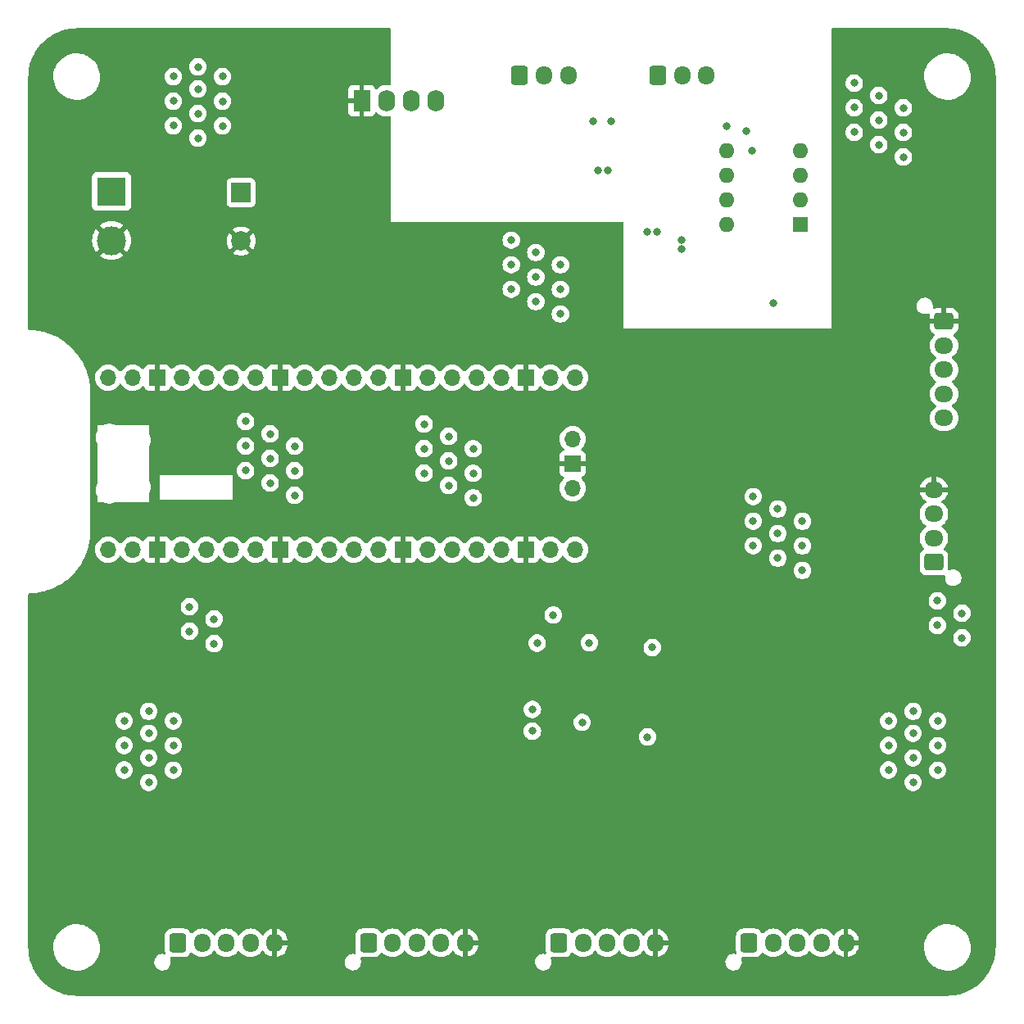
<source format=gbr>
%TF.GenerationSoftware,KiCad,Pcbnew,7.0.6+dfsg-1*%
%TF.CreationDate,2023-07-26T00:01:02-03:00*%
%TF.ProjectId,DMX_servo_controller_hardware,444d585f-7365-4727-966f-5f636f6e7472,rev?*%
%TF.SameCoordinates,Original*%
%TF.FileFunction,Copper,L3,Inr*%
%TF.FilePolarity,Positive*%
%FSLAX46Y46*%
G04 Gerber Fmt 4.6, Leading zero omitted, Abs format (unit mm)*
G04 Created by KiCad (PCBNEW 7.0.6+dfsg-1) date 2023-07-26 00:01:02*
%MOMM*%
%LPD*%
G01*
G04 APERTURE LIST*
G04 Aperture macros list*
%AMRoundRect*
0 Rectangle with rounded corners*
0 $1 Rounding radius*
0 $2 $3 $4 $5 $6 $7 $8 $9 X,Y pos of 4 corners*
0 Add a 4 corners polygon primitive as box body*
4,1,4,$2,$3,$4,$5,$6,$7,$8,$9,$2,$3,0*
0 Add four circle primitives for the rounded corners*
1,1,$1+$1,$2,$3*
1,1,$1+$1,$4,$5*
1,1,$1+$1,$6,$7*
1,1,$1+$1,$8,$9*
0 Add four rect primitives between the rounded corners*
20,1,$1+$1,$2,$3,$4,$5,0*
20,1,$1+$1,$4,$5,$6,$7,0*
20,1,$1+$1,$6,$7,$8,$9,0*
20,1,$1+$1,$8,$9,$2,$3,0*%
G04 Aperture macros list end*
%TA.AperFunction,ComponentPad*%
%ADD10RoundRect,0.250000X-0.725000X0.600000X-0.725000X-0.600000X0.725000X-0.600000X0.725000X0.600000X0*%
%TD*%
%TA.AperFunction,ComponentPad*%
%ADD11O,1.950000X1.700000*%
%TD*%
%TA.AperFunction,ComponentPad*%
%ADD12RoundRect,0.250000X-0.600000X-0.725000X0.600000X-0.725000X0.600000X0.725000X-0.600000X0.725000X0*%
%TD*%
%TA.AperFunction,ComponentPad*%
%ADD13O,1.700000X1.950000*%
%TD*%
%TA.AperFunction,ComponentPad*%
%ADD14R,2.000000X2.000000*%
%TD*%
%TA.AperFunction,ComponentPad*%
%ADD15C,2.000000*%
%TD*%
%TA.AperFunction,ComponentPad*%
%ADD16RoundRect,0.250000X0.725000X-0.600000X0.725000X0.600000X-0.725000X0.600000X-0.725000X-0.600000X0*%
%TD*%
%TA.AperFunction,ComponentPad*%
%ADD17R,3.000000X3.000000*%
%TD*%
%TA.AperFunction,ComponentPad*%
%ADD18C,3.000000*%
%TD*%
%TA.AperFunction,ComponentPad*%
%ADD19O,1.700000X1.700000*%
%TD*%
%TA.AperFunction,ComponentPad*%
%ADD20R,1.700000X1.700000*%
%TD*%
%TA.AperFunction,ComponentPad*%
%ADD21R,1.600000X1.600000*%
%TD*%
%TA.AperFunction,ComponentPad*%
%ADD22O,1.600000X1.600000*%
%TD*%
%TA.AperFunction,ComponentPad*%
%ADD23R,1.750000X2.250000*%
%TD*%
%TA.AperFunction,ComponentPad*%
%ADD24O,1.750000X2.250000*%
%TD*%
%TA.AperFunction,ViaPad*%
%ADD25C,0.800000*%
%TD*%
G04 APERTURE END LIST*
D10*
%TO.N,GND*%
%TO.C,J5*%
X194650000Y-90300000D03*
D11*
%TO.N,+3.3V*%
X194650000Y-92800000D03*
%TO.N,Encoder SW*%
X194650000Y-95300000D03*
%TO.N,Encoder DT*%
X194650000Y-97800000D03*
%TO.N,Encoder CLK*%
X194650000Y-100300000D03*
%TD*%
D12*
%TO.N,OUT12*%
%TO.C,J9*%
X174500000Y-154531250D03*
D13*
%TO.N,OUT13*%
X177000000Y-154531250D03*
%TO.N,OUT14*%
X179500000Y-154531250D03*
%TO.N,OUT15*%
X182000000Y-154531250D03*
%TO.N,GND*%
X184500000Y-154531250D03*
%TD*%
D12*
%TO.N,GNDA*%
%TO.C,J1*%
X150800000Y-64875000D03*
D13*
%TO.N,DMX_positive{slash}hot*%
X153300000Y-64875000D03*
%TO.N,DMX_negative{slash}cold*%
X155800000Y-64875000D03*
%TD*%
D12*
%TO.N,GNDA*%
%TO.C,J2*%
X165100000Y-64875000D03*
D13*
%TO.N,DMX_positive{slash}hot*%
X167600000Y-64875000D03*
%TO.N,DMX_negative{slash}cold*%
X170100000Y-64875000D03*
%TD*%
D14*
%TO.N,+5V*%
%TO.C,C3*%
X122000000Y-77000000D03*
D15*
%TO.N,GND*%
X122000000Y-82000000D03*
%TD*%
D16*
%TO.N,I2C0_SDA*%
%TO.C,J4*%
X193600000Y-115200000D03*
D11*
%TO.N,I2C0_SCL*%
X193600000Y-112700000D03*
%TO.N,+3.3V*%
X193600000Y-110200000D03*
%TO.N,GND*%
X193600000Y-107700000D03*
%TD*%
D12*
%TO.N,OUT4*%
%TO.C,J7*%
X135150000Y-154531250D03*
D13*
%TO.N,OUT5*%
X137650000Y-154531250D03*
%TO.N,OUT6*%
X140150000Y-154531250D03*
%TO.N,OUT7*%
X142650000Y-154531250D03*
%TO.N,GND*%
X145150000Y-154531250D03*
%TD*%
D12*
%TO.N,OUT8*%
%TO.C,J8*%
X154825000Y-154531250D03*
D13*
%TO.N,OUT9*%
X157325000Y-154531250D03*
%TO.N,OUT10*%
X159825000Y-154531250D03*
%TO.N,OUT11*%
X162325000Y-154531250D03*
%TO.N,GND*%
X164825000Y-154531250D03*
%TD*%
D12*
%TO.N,OUT0*%
%TO.C,J6*%
X115475000Y-154531250D03*
D13*
%TO.N,OUT1*%
X117975000Y-154531250D03*
%TO.N,OUT2*%
X120475000Y-154531250D03*
%TO.N,OUT3*%
X122975000Y-154531250D03*
%TO.N,GND*%
X125475000Y-154531250D03*
%TD*%
D17*
%TO.N,+5V*%
%TO.C,J3*%
X108600000Y-76860000D03*
D18*
%TO.N,GND*%
X108600000Y-81940000D03*
%TD*%
D19*
%TO.N,unconnected-(U4-GPIO0-Pad1)*%
%TO.C,U4*%
X108240000Y-113890000D03*
%TO.N,unconnected-(U4-GPIO1-Pad2)*%
X110780000Y-113890000D03*
D20*
%TO.N,GND*%
X113320000Y-113890000D03*
D19*
%TO.N,unconnected-(U4-GPIO2-Pad4)*%
X115860000Y-113890000D03*
%TO.N,unconnected-(U4-GPIO3-Pad5)*%
X118400000Y-113890000D03*
%TO.N,I2C0_SDA*%
X120940000Y-113890000D03*
%TO.N,I2C0_SCL*%
X123480000Y-113890000D03*
D20*
%TO.N,GND*%
X126020000Y-113890000D03*
D19*
%TO.N,unconnected-(U4-GPIO6-Pad9)*%
X128560000Y-113890000D03*
%TO.N,Encoder SW*%
X131100000Y-113890000D03*
%TO.N,Encoder DT*%
X133640000Y-113890000D03*
%TO.N,Encoder CLK*%
X136180000Y-113890000D03*
D20*
%TO.N,GND*%
X138720000Y-113890000D03*
D19*
%TO.N,unconnected-(U4-GPIO10-Pad14)*%
X141260000Y-113890000D03*
%TO.N,unconnected-(U4-GPIO11-Pad15)*%
X143800000Y-113890000D03*
%TO.N,unconnected-(U4-GPIO12-Pad16)*%
X146340000Y-113890000D03*
%TO.N,unconnected-(U4-GPIO13-Pad17)*%
X148880000Y-113890000D03*
D20*
%TO.N,GND*%
X151420000Y-113890000D03*
D19*
%TO.N,unconnected-(U4-GPIO14-Pad19)*%
X153960000Y-113890000D03*
%TO.N,unconnected-(U4-GPIO15-Pad20)*%
X156500000Y-113890000D03*
%TO.N,unconnected-(U4-GPIO16-Pad21)*%
X156500000Y-96110000D03*
%TO.N,unconnected-(U4-GPIO17-Pad22)*%
X153960000Y-96110000D03*
D20*
%TO.N,GND*%
X151420000Y-96110000D03*
D19*
%TO.N,DMX_signal*%
X148880000Y-96110000D03*
%TO.N,unconnected-(U4-GPIO19-Pad25)*%
X146340000Y-96110000D03*
%TO.N,unconnected-(U4-GPIO20-Pad26)*%
X143800000Y-96110000D03*
%TO.N,unconnected-(U4-GPIO21-Pad27)*%
X141260000Y-96110000D03*
D20*
%TO.N,GND*%
X138720000Y-96110000D03*
D19*
%TO.N,unconnected-(U4-GPIO22-Pad29)*%
X136180000Y-96110000D03*
%TO.N,RESET*%
X133640000Y-96110000D03*
%TO.N,unconnected-(U4-GPIO26_ADC0-Pad31)*%
X131100000Y-96110000D03*
%TO.N,unconnected-(U4-GPIO27_ADC1-Pad32)*%
X128560000Y-96110000D03*
D20*
%TO.N,GND*%
X126020000Y-96110000D03*
D19*
%TO.N,unconnected-(U4-GPIO28_ADC2-Pad34)*%
X123480000Y-96110000D03*
%TO.N,unconnected-(U4-ADC_VREF-Pad35)*%
X120940000Y-96110000D03*
%TO.N,+3.3V*%
X118400000Y-96110000D03*
%TO.N,unconnected-(U4-3V3_EN-Pad37)*%
X115860000Y-96110000D03*
D20*
%TO.N,GND*%
X113320000Y-96110000D03*
D19*
%TO.N,unconnected-(U4-VSYS-Pad39)*%
X110780000Y-96110000D03*
%TO.N,Net-(D2-K)*%
X108240000Y-96110000D03*
%TO.N,unconnected-(U4-SWCLK-Pad41)*%
X156270000Y-107540000D03*
D20*
%TO.N,GND*%
X156270000Y-105000000D03*
D19*
%TO.N,unconnected-(U4-SWDIO-Pad43)*%
X156270000Y-102460000D03*
%TD*%
D21*
%TO.N,Net-(U2-R)*%
%TO.C,U2*%
X179800000Y-80250000D03*
D22*
%TO.N,GNDA*%
X179800000Y-77710000D03*
X179800000Y-75170000D03*
%TO.N,unconnected-(U2-D-Pad4)*%
X179800000Y-72630000D03*
%TO.N,GNDA*%
X172180000Y-72630000D03*
%TO.N,Net-(U2-A)*%
X172180000Y-75170000D03*
%TO.N,Net-(U2-B)*%
X172180000Y-77710000D03*
%TO.N,+5VA*%
X172180000Y-80250000D03*
%TD*%
D23*
%TO.N,GND*%
%TO.C,PS1*%
X134460727Y-67500000D03*
D24*
%TO.N,+5V*%
X137000727Y-67500000D03*
%TO.N,GNDA*%
X139540727Y-67500000D03*
%TO.N,+5VA*%
X142080727Y-67500000D03*
%TD*%
D25*
%TO.N,+3.3V*%
X155000000Y-84460000D03*
X187909200Y-72034400D03*
X174920000Y-108410000D03*
X187909200Y-69494400D03*
X116660000Y-122325000D03*
X149920000Y-84450000D03*
X196500000Y-120460000D03*
X146000000Y-106000000D03*
X180000000Y-110960000D03*
X152460000Y-88265000D03*
X127540000Y-108275000D03*
X149920000Y-86990000D03*
X174920000Y-110950000D03*
X180000000Y-116040000D03*
X127540000Y-105735000D03*
X190449200Y-70769400D03*
X185369200Y-70759400D03*
X125000000Y-101920000D03*
X193960000Y-121725000D03*
X152460000Y-85725000D03*
X146000000Y-108540000D03*
X143460000Y-104725000D03*
X146000000Y-103460000D03*
X185369200Y-68219400D03*
X125000000Y-107000000D03*
X116660000Y-119785000D03*
X119200000Y-123600000D03*
X174920000Y-113490000D03*
X122460000Y-103185000D03*
X119200000Y-121060000D03*
X180000000Y-113500000D03*
X155000000Y-87000000D03*
X125000000Y-104460000D03*
X149920000Y-81910000D03*
X140920000Y-103450000D03*
X157994800Y-123514800D03*
X140920000Y-105990000D03*
X190449200Y-68229400D03*
X196500000Y-123000000D03*
X155000000Y-89540000D03*
X177460000Y-109685000D03*
X164494800Y-124014800D03*
X143460000Y-102185000D03*
X122460000Y-105725000D03*
X140920000Y-100910000D03*
X190449200Y-73309400D03*
X177460000Y-112225000D03*
X152460000Y-83185000D03*
X193960000Y-119185000D03*
X143460000Y-107265000D03*
X177460000Y-114765000D03*
X122460000Y-100645000D03*
X127540000Y-103195000D03*
X185369200Y-65679400D03*
X187909200Y-66954400D03*
%TO.N,GND*%
X148900000Y-135581250D03*
X134112000Y-108356400D03*
X134112000Y-100736400D03*
X136652000Y-102006400D03*
X127520000Y-135200000D03*
X126238000Y-67564000D03*
X198424800Y-83566000D03*
X193344800Y-83566000D03*
X131572000Y-107086400D03*
X183500000Y-99000000D03*
X127520000Y-127580000D03*
X173024800Y-130120000D03*
X113500000Y-112000000D03*
X173024800Y-132660000D03*
X131572000Y-99466400D03*
X195884800Y-82296000D03*
X147100000Y-130343750D03*
X148900000Y-138181250D03*
X128778000Y-68834000D03*
X147100000Y-132593750D03*
X193344800Y-78486000D03*
X128778000Y-71374000D03*
X126000000Y-98000000D03*
X126000000Y-112000000D03*
X143000000Y-88300000D03*
X148800000Y-143981250D03*
X151500000Y-92000000D03*
X175564800Y-128850000D03*
X175564800Y-133930000D03*
X123698000Y-63754000D03*
X178104800Y-132660000D03*
X126238000Y-65024000D03*
X139000000Y-98000000D03*
X132600000Y-130120000D03*
X136652000Y-99466400D03*
X130060000Y-136470000D03*
X128778000Y-63754000D03*
X130060000Y-128850000D03*
X130060000Y-133930000D03*
X149700000Y-136231250D03*
X151500000Y-117500000D03*
X123698000Y-66294000D03*
X198424800Y-78486000D03*
X198424800Y-81026000D03*
X136652000Y-104546400D03*
X173024800Y-135200000D03*
X154500000Y-105000000D03*
X149800000Y-137531250D03*
X178104800Y-135200000D03*
X156000000Y-138200000D03*
X193344800Y-75946000D03*
X123698000Y-71374000D03*
X127520000Y-130120000D03*
X134112000Y-105816400D03*
X131572000Y-102006400D03*
X195884800Y-79756000D03*
X134112000Y-103276400D03*
X132600000Y-127580000D03*
X127520000Y-132660000D03*
X123698000Y-68834000D03*
X130060000Y-131390000D03*
X148900000Y-136881250D03*
X126238000Y-70104000D03*
X195884800Y-77216000D03*
X173024800Y-127580000D03*
X132600000Y-132660000D03*
X175564800Y-131390000D03*
X172000000Y-94450000D03*
X136652000Y-107086400D03*
X116325000Y-92150000D03*
X175564800Y-136470000D03*
X198424800Y-75946000D03*
X178104800Y-130120000D03*
X178104800Y-127580000D03*
X128778000Y-66294000D03*
X113500000Y-98000000D03*
X139000000Y-117500000D03*
X193344800Y-81026000D03*
X131572000Y-104546400D03*
X116325000Y-85850000D03*
X195884800Y-84836000D03*
X126238000Y-72644000D03*
X132600000Y-135200000D03*
X143000000Y-82000000D03*
%TO.N,+5V*%
X117540000Y-68815000D03*
X112460000Y-137955000D03*
X191460000Y-130600000D03*
X188920000Y-131600000D03*
X109920000Y-134140000D03*
X115000000Y-134150000D03*
X120080000Y-70090000D03*
X188920000Y-136680000D03*
X112460000Y-132875000D03*
X115000000Y-136690000D03*
X157250000Y-131750000D03*
X120080000Y-67550000D03*
X112460000Y-135415000D03*
X191460000Y-135415000D03*
X194000000Y-136690000D03*
X152100000Y-132650000D03*
X164000000Y-133250000D03*
X115000000Y-70080000D03*
X117540000Y-66275000D03*
X115000000Y-65000000D03*
X112460000Y-130600000D03*
X188920000Y-134140000D03*
X120080000Y-65000000D03*
X191460000Y-132875000D03*
X109920000Y-136680000D03*
X191460000Y-137955000D03*
X117540000Y-71355000D03*
X109920000Y-131600000D03*
X194000000Y-131600000D03*
X117540000Y-64000000D03*
X115000000Y-131600000D03*
X152100000Y-130400000D03*
X115000000Y-67540000D03*
X194000000Y-134150000D03*
%TO.N,+5VA*%
X177000000Y-88450000D03*
%TO.N,GNDA*%
X174218823Y-70591176D03*
X167513000Y-82804000D03*
X165002827Y-81026000D03*
X172179999Y-70142331D03*
X158877000Y-74676000D03*
X174802800Y-72644000D03*
X159893000Y-74676000D03*
X163986827Y-81026000D03*
X167513000Y-81915000D03*
%TO.N,DMX_negative{slash}cold*%
X160260000Y-69599500D03*
%TO.N,DMX_positive{slash}hot*%
X158360000Y-69600000D03*
%TO.N,I2C0_SCL*%
X154250000Y-120650500D03*
X152603200Y-123545600D03*
%TD*%
%TA.AperFunction,Conductor*%
%TO.N,GND*%
G36*
X137443039Y-60020185D02*
G01*
X137488794Y-60072989D01*
X137500000Y-60124500D01*
X137500000Y-65796684D01*
X137480315Y-65863723D01*
X137427511Y-65909478D01*
X137358353Y-65919422D01*
X137339692Y-65915249D01*
X137291564Y-65900510D01*
X137059310Y-65870770D01*
X136825385Y-65880707D01*
X136825384Y-65880707D01*
X136596490Y-65930038D01*
X136379236Y-66017338D01*
X136179851Y-66140103D01*
X136015322Y-66284908D01*
X135951992Y-66314423D01*
X135882759Y-66305014D01*
X135829603Y-66259668D01*
X135817216Y-66235158D01*
X135779081Y-66132913D01*
X135779077Y-66132906D01*
X135692917Y-66017812D01*
X135692914Y-66017809D01*
X135577820Y-65931649D01*
X135577813Y-65931645D01*
X135443106Y-65881403D01*
X135443099Y-65881401D01*
X135383571Y-65875000D01*
X134710727Y-65875000D01*
X134710727Y-67022946D01*
X134676881Y-67002364D01*
X134534605Y-66962500D01*
X134423963Y-66962500D01*
X134314348Y-66977566D01*
X134210727Y-67022574D01*
X134210727Y-65875000D01*
X133537882Y-65875000D01*
X133478354Y-65881401D01*
X133478347Y-65881403D01*
X133343640Y-65931645D01*
X133343633Y-65931649D01*
X133228539Y-66017809D01*
X133228536Y-66017812D01*
X133142376Y-66132906D01*
X133142372Y-66132913D01*
X133092130Y-66267620D01*
X133092128Y-66267627D01*
X133085727Y-66327155D01*
X133085726Y-66327172D01*
X133085727Y-67250000D01*
X133979277Y-67250000D01*
X133979002Y-67250390D01*
X133929522Y-67389614D01*
X133919439Y-67537025D01*
X133949501Y-67681690D01*
X133984896Y-67750000D01*
X133085727Y-67750000D01*
X133085726Y-68672827D01*
X133085727Y-68672844D01*
X133092128Y-68732372D01*
X133092130Y-68732379D01*
X133142372Y-68867086D01*
X133142376Y-68867093D01*
X133228536Y-68982187D01*
X133228539Y-68982190D01*
X133343633Y-69068350D01*
X133343640Y-69068354D01*
X133478347Y-69118596D01*
X133478354Y-69118598D01*
X133537882Y-69124999D01*
X133537899Y-69125000D01*
X134210727Y-69125000D01*
X134210727Y-67977053D01*
X134244573Y-67997636D01*
X134386849Y-68037500D01*
X134497491Y-68037500D01*
X134607106Y-68022434D01*
X134710727Y-67977425D01*
X134710727Y-69125000D01*
X135383555Y-69125000D01*
X135383571Y-69124999D01*
X135443099Y-69118598D01*
X135443106Y-69118596D01*
X135577813Y-69068354D01*
X135577820Y-69068350D01*
X135692914Y-68982190D01*
X135692917Y-68982187D01*
X135779077Y-68867093D01*
X135779081Y-68867086D01*
X135818480Y-68761453D01*
X135860351Y-68705519D01*
X135925815Y-68681102D01*
X135994088Y-68695954D01*
X136024182Y-68718983D01*
X136088683Y-68786283D01*
X136276935Y-68925513D01*
X136486009Y-69030926D01*
X136709890Y-69099489D01*
X136942138Y-69129229D01*
X137176072Y-69119292D01*
X137349878Y-69081833D01*
X137419557Y-69086952D01*
X137475410Y-69128930D01*
X137499701Y-69194442D01*
X137500000Y-69203049D01*
X137500000Y-80000000D01*
X161376000Y-80000000D01*
X161443039Y-80019685D01*
X161488794Y-80072489D01*
X161500000Y-80124000D01*
X161500000Y-91000000D01*
X183000000Y-91000000D01*
X183000000Y-88653685D01*
X191795740Y-88653685D01*
X191805755Y-88838406D01*
X191805755Y-88838411D01*
X191855244Y-89016656D01*
X191855247Y-89016662D01*
X191941898Y-89180102D01*
X192053206Y-89311144D01*
X192061663Y-89321100D01*
X192208936Y-89433054D01*
X192376833Y-89510732D01*
X192376834Y-89510732D01*
X192376836Y-89510733D01*
X192431648Y-89522797D01*
X192557503Y-89550500D01*
X192557506Y-89550500D01*
X192696107Y-89550500D01*
X192696113Y-89550500D01*
X192833910Y-89535514D01*
X193009221Y-89476444D01*
X193009222Y-89476443D01*
X193015592Y-89474297D01*
X193016474Y-89476915D01*
X193073379Y-89468438D01*
X193137082Y-89497139D01*
X193175155Y-89555724D01*
X193179715Y-89603866D01*
X193175000Y-89650011D01*
X193175000Y-90050000D01*
X194246031Y-90050000D01*
X194213481Y-90100649D01*
X194175000Y-90231705D01*
X194175000Y-90368295D01*
X194213481Y-90499351D01*
X194246031Y-90550000D01*
X193175001Y-90550000D01*
X193175001Y-90949986D01*
X193185494Y-91052697D01*
X193240641Y-91219119D01*
X193240643Y-91219124D01*
X193332684Y-91368345D01*
X193456654Y-91492315D01*
X193611484Y-91587815D01*
X193658208Y-91639763D01*
X193669431Y-91708726D01*
X193641587Y-91772808D01*
X193634069Y-91781035D01*
X193486501Y-91928603D01*
X193486501Y-91928604D01*
X193350967Y-92122165D01*
X193350965Y-92122169D01*
X193251098Y-92336335D01*
X193251094Y-92336344D01*
X193189938Y-92564586D01*
X193189936Y-92564596D01*
X193169341Y-92799999D01*
X193169341Y-92800000D01*
X193189936Y-93035403D01*
X193189938Y-93035413D01*
X193251094Y-93263655D01*
X193251096Y-93263659D01*
X193251097Y-93263663D01*
X193301030Y-93370745D01*
X193350964Y-93477828D01*
X193350965Y-93477830D01*
X193486505Y-93671402D01*
X193653597Y-93838494D01*
X193810595Y-93948425D01*
X193854220Y-94003002D01*
X193861414Y-94072500D01*
X193829891Y-94134855D01*
X193810595Y-94151575D01*
X193653597Y-94261505D01*
X193486506Y-94428597D01*
X193486501Y-94428604D01*
X193350967Y-94622165D01*
X193350965Y-94622169D01*
X193289332Y-94754341D01*
X193251209Y-94836098D01*
X193251098Y-94836335D01*
X193251094Y-94836344D01*
X193189938Y-95064586D01*
X193189936Y-95064596D01*
X193169341Y-95299999D01*
X193169341Y-95300000D01*
X193189936Y-95535403D01*
X193189938Y-95535413D01*
X193251094Y-95763655D01*
X193251096Y-95763659D01*
X193251097Y-95763663D01*
X193296802Y-95861676D01*
X193350964Y-95977828D01*
X193350965Y-95977830D01*
X193486505Y-96171402D01*
X193653597Y-96338494D01*
X193810595Y-96448425D01*
X193854220Y-96503002D01*
X193861414Y-96572500D01*
X193829891Y-96634855D01*
X193810595Y-96651575D01*
X193653597Y-96761505D01*
X193486506Y-96928597D01*
X193486501Y-96928604D01*
X193350967Y-97122165D01*
X193350965Y-97122169D01*
X193251098Y-97336335D01*
X193251094Y-97336344D01*
X193189938Y-97564586D01*
X193189936Y-97564596D01*
X193169341Y-97799999D01*
X193169341Y-97800000D01*
X193189936Y-98035403D01*
X193189938Y-98035413D01*
X193251094Y-98263655D01*
X193251096Y-98263659D01*
X193251097Y-98263663D01*
X193301030Y-98370745D01*
X193350964Y-98477828D01*
X193350965Y-98477830D01*
X193486505Y-98671402D01*
X193653597Y-98838494D01*
X193810595Y-98948425D01*
X193854220Y-99003002D01*
X193861414Y-99072500D01*
X193829891Y-99134855D01*
X193810595Y-99151575D01*
X193653597Y-99261505D01*
X193486506Y-99428597D01*
X193486501Y-99428604D01*
X193350967Y-99622165D01*
X193350965Y-99622169D01*
X193251098Y-99836335D01*
X193251094Y-99836344D01*
X193189938Y-100064586D01*
X193189936Y-100064596D01*
X193169341Y-100299999D01*
X193169341Y-100300000D01*
X193189936Y-100535403D01*
X193189938Y-100535413D01*
X193251094Y-100763655D01*
X193251096Y-100763659D01*
X193251097Y-100763663D01*
X193301031Y-100870746D01*
X193350964Y-100977828D01*
X193350965Y-100977830D01*
X193486505Y-101171402D01*
X193653597Y-101338494D01*
X193847169Y-101474034D01*
X193847171Y-101474035D01*
X194061337Y-101573903D01*
X194289592Y-101635063D01*
X194466034Y-101650500D01*
X194833966Y-101650500D01*
X195010408Y-101635063D01*
X195238663Y-101573903D01*
X195452829Y-101474035D01*
X195646401Y-101338495D01*
X195813495Y-101171401D01*
X195949035Y-100977830D01*
X196048903Y-100763663D01*
X196110063Y-100535408D01*
X196130659Y-100300000D01*
X196110063Y-100064592D01*
X196048903Y-99836337D01*
X195949035Y-99622171D01*
X195949034Y-99622169D01*
X195813494Y-99428597D01*
X195646403Y-99261506D01*
X195590187Y-99222144D01*
X195489401Y-99151573D01*
X195445778Y-99096999D01*
X195438584Y-99027500D01*
X195470106Y-98965145D01*
X195489398Y-98948428D01*
X195646401Y-98838495D01*
X195813495Y-98671401D01*
X195949035Y-98477830D01*
X196048903Y-98263663D01*
X196110063Y-98035408D01*
X196130659Y-97800000D01*
X196110063Y-97564592D01*
X196048903Y-97336337D01*
X195949035Y-97122171D01*
X195949034Y-97122169D01*
X195813494Y-96928597D01*
X195646403Y-96761506D01*
X195590187Y-96722144D01*
X195489401Y-96651573D01*
X195445778Y-96596999D01*
X195438584Y-96527500D01*
X195470106Y-96465145D01*
X195489398Y-96448428D01*
X195646401Y-96338495D01*
X195813495Y-96171401D01*
X195949035Y-95977830D01*
X196048903Y-95763663D01*
X196110063Y-95535408D01*
X196130659Y-95300000D01*
X196110063Y-95064592D01*
X196048903Y-94836337D01*
X195949035Y-94622171D01*
X195949034Y-94622169D01*
X195813494Y-94428597D01*
X195646403Y-94261506D01*
X195590187Y-94222144D01*
X195489401Y-94151573D01*
X195445778Y-94096999D01*
X195438584Y-94027500D01*
X195470106Y-93965145D01*
X195489398Y-93948428D01*
X195646401Y-93838495D01*
X195813495Y-93671401D01*
X195949035Y-93477830D01*
X196048903Y-93263663D01*
X196110063Y-93035408D01*
X196130659Y-92800000D01*
X196110063Y-92564592D01*
X196048903Y-92336337D01*
X195949035Y-92122171D01*
X195949034Y-92122169D01*
X195813494Y-91928597D01*
X195665932Y-91781035D01*
X195632447Y-91719712D01*
X195637431Y-91650020D01*
X195679303Y-91594087D01*
X195688516Y-91587815D01*
X195843345Y-91492315D01*
X195967315Y-91368345D01*
X196059356Y-91219124D01*
X196059358Y-91219119D01*
X196114505Y-91052697D01*
X196114506Y-91052690D01*
X196124999Y-90949986D01*
X196125000Y-90949973D01*
X196125000Y-90550000D01*
X195053969Y-90550000D01*
X195086519Y-90499351D01*
X195125000Y-90368295D01*
X195125000Y-90231705D01*
X195086519Y-90100649D01*
X195053969Y-90050000D01*
X196124999Y-90050000D01*
X196124999Y-89650028D01*
X196124998Y-89650013D01*
X196114505Y-89547302D01*
X196059358Y-89380880D01*
X196059356Y-89380875D01*
X195967315Y-89231654D01*
X195843345Y-89107684D01*
X195694124Y-89015643D01*
X195694119Y-89015641D01*
X195527697Y-88960494D01*
X195527690Y-88960493D01*
X195424986Y-88950000D01*
X194900000Y-88950000D01*
X194899999Y-89891981D01*
X194785199Y-89839554D01*
X194683975Y-89825000D01*
X194616025Y-89825000D01*
X194514801Y-89839554D01*
X194400000Y-89891981D01*
X194400000Y-88950000D01*
X193875028Y-88950000D01*
X193875012Y-88950001D01*
X193772302Y-88960494D01*
X193646256Y-89002262D01*
X193576428Y-89004664D01*
X193516386Y-88968932D01*
X193485193Y-88906412D01*
X193484886Y-88864495D01*
X193504260Y-88746317D01*
X193504260Y-88746316D01*
X193503744Y-88736816D01*
X193494245Y-88561593D01*
X193469126Y-88471122D01*
X193444755Y-88383343D01*
X193444752Y-88383337D01*
X193358101Y-88219897D01*
X193238337Y-88078900D01*
X193159449Y-88018931D01*
X193091064Y-87966946D01*
X192923167Y-87889268D01*
X192923163Y-87889266D01*
X192742497Y-87849500D01*
X192603887Y-87849500D01*
X192603883Y-87849500D01*
X192466088Y-87864486D01*
X192290776Y-87923557D01*
X192290774Y-87923558D01*
X192132262Y-88018931D01*
X192132261Y-88018932D01*
X191997959Y-88146149D01*
X191894138Y-88299276D01*
X191825669Y-88471122D01*
X191825669Y-88471125D01*
X191799086Y-88633277D01*
X191795740Y-88653685D01*
X183000000Y-88653685D01*
X183000000Y-73309400D01*
X189543740Y-73309400D01*
X189563526Y-73497656D01*
X189563527Y-73497659D01*
X189622018Y-73677677D01*
X189622021Y-73677684D01*
X189716667Y-73841616D01*
X189798053Y-73932004D01*
X189843329Y-73982288D01*
X189996465Y-74093548D01*
X189996470Y-74093551D01*
X190169392Y-74170542D01*
X190169397Y-74170544D01*
X190354554Y-74209900D01*
X190354555Y-74209900D01*
X190543844Y-74209900D01*
X190543846Y-74209900D01*
X190729003Y-74170544D01*
X190901930Y-74093551D01*
X191055071Y-73982288D01*
X191181733Y-73841616D01*
X191276379Y-73677684D01*
X191334874Y-73497656D01*
X191354660Y-73309400D01*
X191334874Y-73121144D01*
X191276379Y-72941116D01*
X191181733Y-72777184D01*
X191055071Y-72636512D01*
X191046108Y-72630000D01*
X190901934Y-72525251D01*
X190901929Y-72525248D01*
X190729007Y-72448257D01*
X190729002Y-72448255D01*
X190583201Y-72417265D01*
X190543846Y-72408900D01*
X190354554Y-72408900D01*
X190322097Y-72415798D01*
X190169397Y-72448255D01*
X190169392Y-72448257D01*
X189996470Y-72525248D01*
X189996465Y-72525251D01*
X189843329Y-72636511D01*
X189716666Y-72777185D01*
X189622021Y-72941115D01*
X189622018Y-72941122D01*
X189578033Y-73076496D01*
X189563526Y-73121144D01*
X189543740Y-73309400D01*
X183000000Y-73309400D01*
X183000000Y-72034400D01*
X187003740Y-72034400D01*
X187023526Y-72222656D01*
X187023527Y-72222659D01*
X187082018Y-72402677D01*
X187082021Y-72402684D01*
X187176667Y-72566616D01*
X187239601Y-72636511D01*
X187303329Y-72707288D01*
X187456465Y-72818548D01*
X187456470Y-72818551D01*
X187629392Y-72895542D01*
X187629397Y-72895544D01*
X187814554Y-72934900D01*
X187814555Y-72934900D01*
X188003844Y-72934900D01*
X188003846Y-72934900D01*
X188189003Y-72895544D01*
X188361930Y-72818551D01*
X188515071Y-72707288D01*
X188641733Y-72566616D01*
X188736379Y-72402684D01*
X188794874Y-72222656D01*
X188814660Y-72034400D01*
X188794874Y-71846144D01*
X188736379Y-71666116D01*
X188641733Y-71502184D01*
X188515071Y-71361512D01*
X188506107Y-71354999D01*
X188361934Y-71250251D01*
X188361929Y-71250248D01*
X188189007Y-71173257D01*
X188189002Y-71173255D01*
X188021648Y-71137684D01*
X188003846Y-71133900D01*
X187814554Y-71133900D01*
X187796752Y-71137684D01*
X187629397Y-71173255D01*
X187629392Y-71173257D01*
X187456470Y-71250248D01*
X187456465Y-71250251D01*
X187303329Y-71361511D01*
X187176666Y-71502185D01*
X187082021Y-71666115D01*
X187082018Y-71666122D01*
X187023527Y-71846140D01*
X187023526Y-71846144D01*
X187003740Y-72034400D01*
X183000000Y-72034400D01*
X183000000Y-70759400D01*
X184463740Y-70759400D01*
X184483526Y-70947656D01*
X184483527Y-70947659D01*
X184542018Y-71127677D01*
X184542021Y-71127684D01*
X184636667Y-71291616D01*
X184699601Y-71361511D01*
X184763329Y-71432288D01*
X184916465Y-71543548D01*
X184916470Y-71543551D01*
X185089392Y-71620542D01*
X185089397Y-71620544D01*
X185274554Y-71659900D01*
X185274555Y-71659900D01*
X185463844Y-71659900D01*
X185463846Y-71659900D01*
X185649003Y-71620544D01*
X185821930Y-71543551D01*
X185975071Y-71432288D01*
X186101733Y-71291616D01*
X186196379Y-71127684D01*
X186254874Y-70947656D01*
X186273609Y-70769400D01*
X189543740Y-70769400D01*
X189563526Y-70957656D01*
X189563527Y-70957659D01*
X189622018Y-71137677D01*
X189622021Y-71137684D01*
X189716667Y-71301616D01*
X189770597Y-71361511D01*
X189843329Y-71442288D01*
X189996465Y-71553548D01*
X189996470Y-71553551D01*
X190169392Y-71630542D01*
X190169397Y-71630544D01*
X190354554Y-71669900D01*
X190354555Y-71669900D01*
X190543844Y-71669900D01*
X190543846Y-71669900D01*
X190729003Y-71630544D01*
X190901930Y-71553551D01*
X191055071Y-71442288D01*
X191181733Y-71301616D01*
X191276379Y-71137684D01*
X191334874Y-70957656D01*
X191354660Y-70769400D01*
X191334874Y-70581144D01*
X191276379Y-70401116D01*
X191181733Y-70237184D01*
X191055071Y-70096512D01*
X191046108Y-70090000D01*
X190901934Y-69985251D01*
X190901929Y-69985248D01*
X190729007Y-69908257D01*
X190729002Y-69908255D01*
X190583201Y-69877265D01*
X190543846Y-69868900D01*
X190354554Y-69868900D01*
X190322097Y-69875798D01*
X190169397Y-69908255D01*
X190169392Y-69908257D01*
X189996470Y-69985248D01*
X189996465Y-69985251D01*
X189843329Y-70096511D01*
X189716666Y-70237185D01*
X189622021Y-70401115D01*
X189622018Y-70401122D01*
X189566775Y-70571144D01*
X189563526Y-70581144D01*
X189543740Y-70769400D01*
X186273609Y-70769400D01*
X186274660Y-70759400D01*
X186254874Y-70571144D01*
X186196379Y-70391116D01*
X186101733Y-70227184D01*
X185975071Y-70086512D01*
X185937149Y-70058960D01*
X185821934Y-69975251D01*
X185821929Y-69975248D01*
X185649007Y-69898257D01*
X185649002Y-69898255D01*
X185481648Y-69862684D01*
X185463846Y-69858900D01*
X185274554Y-69858900D01*
X185256752Y-69862684D01*
X185089397Y-69898255D01*
X185089392Y-69898257D01*
X184916470Y-69975248D01*
X184916465Y-69975251D01*
X184763329Y-70086511D01*
X184636666Y-70227185D01*
X184542021Y-70391115D01*
X184542018Y-70391122D01*
X184503193Y-70510615D01*
X184483526Y-70571144D01*
X184463740Y-70759400D01*
X183000000Y-70759400D01*
X183000000Y-69494400D01*
X187003740Y-69494400D01*
X187023526Y-69682656D01*
X187023527Y-69682659D01*
X187082018Y-69862677D01*
X187082021Y-69862684D01*
X187176667Y-70026616D01*
X187239601Y-70096511D01*
X187303329Y-70167288D01*
X187456465Y-70278548D01*
X187456470Y-70278551D01*
X187629392Y-70355542D01*
X187629397Y-70355544D01*
X187814554Y-70394900D01*
X187814555Y-70394900D01*
X188003844Y-70394900D01*
X188003846Y-70394900D01*
X188189003Y-70355544D01*
X188361930Y-70278551D01*
X188515071Y-70167288D01*
X188641733Y-70026616D01*
X188736379Y-69862684D01*
X188794874Y-69682656D01*
X188814660Y-69494400D01*
X188794874Y-69306144D01*
X188737609Y-69129900D01*
X188736381Y-69126122D01*
X188736380Y-69126121D01*
X188736379Y-69126116D01*
X188641733Y-68962184D01*
X188515071Y-68821512D01*
X188507277Y-68815849D01*
X188361934Y-68710251D01*
X188361929Y-68710248D01*
X188189007Y-68633257D01*
X188189002Y-68633255D01*
X188021648Y-68597684D01*
X188003846Y-68593900D01*
X187814554Y-68593900D01*
X187796752Y-68597684D01*
X187629397Y-68633255D01*
X187629392Y-68633257D01*
X187456470Y-68710248D01*
X187456465Y-68710251D01*
X187303329Y-68821511D01*
X187176666Y-68962185D01*
X187082021Y-69126115D01*
X187082018Y-69126122D01*
X187031635Y-69281187D01*
X187023526Y-69306144D01*
X187003740Y-69494400D01*
X183000000Y-69494400D01*
X183000000Y-68219400D01*
X184463740Y-68219400D01*
X184483526Y-68407656D01*
X184483527Y-68407659D01*
X184542018Y-68587677D01*
X184542021Y-68587684D01*
X184636667Y-68751616D01*
X184694053Y-68815349D01*
X184763329Y-68892288D01*
X184916465Y-69003548D01*
X184916470Y-69003551D01*
X185089392Y-69080542D01*
X185089397Y-69080544D01*
X185274554Y-69119900D01*
X185274555Y-69119900D01*
X185463844Y-69119900D01*
X185463846Y-69119900D01*
X185649003Y-69080544D01*
X185821930Y-69003551D01*
X185975071Y-68892288D01*
X186101733Y-68751616D01*
X186196379Y-68587684D01*
X186254874Y-68407656D01*
X186273609Y-68229400D01*
X189543740Y-68229400D01*
X189563526Y-68417656D01*
X189563527Y-68417659D01*
X189622018Y-68597677D01*
X189622021Y-68597684D01*
X189716667Y-68761616D01*
X189765049Y-68815349D01*
X189843329Y-68902288D01*
X189996465Y-69013548D01*
X189996470Y-69013551D01*
X190169392Y-69090542D01*
X190169397Y-69090544D01*
X190354554Y-69129900D01*
X190354555Y-69129900D01*
X190543844Y-69129900D01*
X190543846Y-69129900D01*
X190729003Y-69090544D01*
X190901930Y-69013551D01*
X191055071Y-68902288D01*
X191181733Y-68761616D01*
X191276379Y-68597684D01*
X191334874Y-68417656D01*
X191354660Y-68229400D01*
X191334874Y-68041144D01*
X191276379Y-67861116D01*
X191181733Y-67697184D01*
X191055071Y-67556512D01*
X191046107Y-67549999D01*
X190901934Y-67445251D01*
X190901929Y-67445248D01*
X190729007Y-67368257D01*
X190729002Y-67368255D01*
X190583201Y-67337265D01*
X190543846Y-67328900D01*
X190354554Y-67328900D01*
X190322097Y-67335798D01*
X190169397Y-67368255D01*
X190169392Y-67368257D01*
X189996470Y-67445248D01*
X189996465Y-67445251D01*
X189843329Y-67556511D01*
X189716666Y-67697185D01*
X189622021Y-67861115D01*
X189622018Y-67861122D01*
X189566775Y-68031144D01*
X189563526Y-68041144D01*
X189552914Y-68142111D01*
X189545791Y-68209890D01*
X189543740Y-68229400D01*
X186273609Y-68229400D01*
X186274660Y-68219400D01*
X186254874Y-68031144D01*
X186196379Y-67851116D01*
X186101733Y-67687184D01*
X185975071Y-67546512D01*
X185966107Y-67539999D01*
X185821934Y-67435251D01*
X185821929Y-67435248D01*
X185649007Y-67358257D01*
X185649002Y-67358255D01*
X185481648Y-67322684D01*
X185463846Y-67318900D01*
X185274554Y-67318900D01*
X185256752Y-67322684D01*
X185089397Y-67358255D01*
X185089392Y-67358257D01*
X184916470Y-67435248D01*
X184916465Y-67435251D01*
X184763329Y-67546511D01*
X184636666Y-67687185D01*
X184542021Y-67851115D01*
X184542018Y-67851122D01*
X184499071Y-67983301D01*
X184483526Y-68031144D01*
X184463740Y-68219400D01*
X183000000Y-68219400D01*
X183000000Y-66954400D01*
X187003740Y-66954400D01*
X187023526Y-67142656D01*
X187023527Y-67142659D01*
X187082018Y-67322677D01*
X187082021Y-67322684D01*
X187176667Y-67486616D01*
X187239204Y-67556070D01*
X187303329Y-67627288D01*
X187456465Y-67738548D01*
X187456470Y-67738551D01*
X187629392Y-67815542D01*
X187629397Y-67815544D01*
X187814554Y-67854900D01*
X187814555Y-67854900D01*
X188003844Y-67854900D01*
X188003846Y-67854900D01*
X188189003Y-67815544D01*
X188361930Y-67738551D01*
X188515071Y-67627288D01*
X188641733Y-67486616D01*
X188736379Y-67322684D01*
X188794874Y-67142656D01*
X188814660Y-66954400D01*
X188794874Y-66766144D01*
X188736379Y-66586116D01*
X188641733Y-66422184D01*
X188515071Y-66281512D01*
X188506107Y-66274999D01*
X188361934Y-66170251D01*
X188361929Y-66170248D01*
X188189007Y-66093257D01*
X188189002Y-66093255D01*
X188043200Y-66062265D01*
X188003846Y-66053900D01*
X187814554Y-66053900D01*
X187782097Y-66060798D01*
X187629397Y-66093255D01*
X187629392Y-66093257D01*
X187456470Y-66170248D01*
X187456465Y-66170251D01*
X187303329Y-66281511D01*
X187176666Y-66422185D01*
X187082021Y-66586115D01*
X187082018Y-66586122D01*
X187026871Y-66755848D01*
X187023526Y-66766144D01*
X187003740Y-66954400D01*
X183000000Y-66954400D01*
X183000000Y-65679400D01*
X184463740Y-65679400D01*
X184483526Y-65867656D01*
X184483527Y-65867659D01*
X184542018Y-66047677D01*
X184542021Y-66047684D01*
X184636667Y-66211616D01*
X184752264Y-66339999D01*
X184763329Y-66352288D01*
X184916465Y-66463548D01*
X184916470Y-66463551D01*
X185089392Y-66540542D01*
X185089397Y-66540544D01*
X185274554Y-66579900D01*
X185274555Y-66579900D01*
X185463844Y-66579900D01*
X185463846Y-66579900D01*
X185649003Y-66540544D01*
X185821930Y-66463551D01*
X185975071Y-66352288D01*
X186101733Y-66211616D01*
X186196379Y-66047684D01*
X186254874Y-65867656D01*
X186274660Y-65679400D01*
X186254874Y-65491144D01*
X186196379Y-65311116D01*
X186101733Y-65147184D01*
X185975071Y-65006512D01*
X185975070Y-65006511D01*
X185859994Y-64922903D01*
X192595793Y-64922903D01*
X192605672Y-65230970D01*
X192605672Y-65230975D01*
X192605673Y-65230978D01*
X192654867Y-65535261D01*
X192719431Y-65752797D01*
X192742571Y-65830763D01*
X192858770Y-66093257D01*
X192867337Y-66112609D01*
X193027123Y-66376193D01*
X193027127Y-66376198D01*
X193027133Y-66376207D01*
X193219297Y-66617174D01*
X193219299Y-66617176D01*
X193219303Y-66617180D01*
X193219304Y-66617181D01*
X193440724Y-66831614D01*
X193596521Y-66947888D01*
X193687741Y-67015968D01*
X193687743Y-67015969D01*
X193687747Y-67015972D01*
X193956318Y-67167228D01*
X194097057Y-67224207D01*
X194242018Y-67282897D01*
X194242023Y-67282898D01*
X194242025Y-67282899D01*
X194540179Y-67361084D01*
X194845883Y-67400500D01*
X194845890Y-67400500D01*
X195076980Y-67400500D01*
X195175814Y-67394154D01*
X195307601Y-67385693D01*
X195610151Y-67326772D01*
X195902683Y-67229644D01*
X195902689Y-67229640D01*
X195902693Y-67229640D01*
X196163847Y-67103875D01*
X196180393Y-67095907D01*
X196438720Y-66927754D01*
X196673424Y-66727948D01*
X196880650Y-66499769D01*
X197056996Y-66246963D01*
X197199567Y-65973683D01*
X197306020Y-65684415D01*
X197374609Y-65383908D01*
X197404206Y-65077098D01*
X197394327Y-64769022D01*
X197345133Y-64464739D01*
X197257431Y-64169244D01*
X197257429Y-64169239D01*
X197257428Y-64169236D01*
X197132666Y-63887398D01*
X197132663Y-63887391D01*
X196972877Y-63623807D01*
X196972870Y-63623799D01*
X196972866Y-63623792D01*
X196780702Y-63382825D01*
X196780700Y-63382823D01*
X196733843Y-63337445D01*
X196559276Y-63168386D01*
X196430450Y-63072241D01*
X196312258Y-62984031D01*
X196246912Y-62947229D01*
X196043682Y-62832772D01*
X195967478Y-62801920D01*
X195757981Y-62717102D01*
X195590660Y-62673226D01*
X195459821Y-62638916D01*
X195154117Y-62599500D01*
X194923026Y-62599500D01*
X194923020Y-62599500D01*
X194692406Y-62614306D01*
X194692389Y-62614308D01*
X194389854Y-62673226D01*
X194389849Y-62673228D01*
X194097310Y-62770358D01*
X194097306Y-62770359D01*
X193819613Y-62904089D01*
X193819605Y-62904094D01*
X193561286Y-63072241D01*
X193561276Y-63072248D01*
X193326581Y-63272046D01*
X193326571Y-63272056D01*
X193119354Y-63500225D01*
X193119350Y-63500229D01*
X192943005Y-63753033D01*
X192943003Y-63753037D01*
X192800432Y-64026319D01*
X192800429Y-64026326D01*
X192693981Y-64315580D01*
X192693979Y-64315590D01*
X192625391Y-64616089D01*
X192595794Y-64922902D01*
X192595793Y-64922903D01*
X185859994Y-64922903D01*
X185821934Y-64895251D01*
X185821929Y-64895248D01*
X185649007Y-64818257D01*
X185649002Y-64818255D01*
X185488536Y-64784148D01*
X185463846Y-64778900D01*
X185274554Y-64778900D01*
X185249864Y-64784148D01*
X185089397Y-64818255D01*
X185089392Y-64818257D01*
X184916470Y-64895248D01*
X184916465Y-64895251D01*
X184763329Y-65006511D01*
X184636666Y-65147185D01*
X184542021Y-65311115D01*
X184542018Y-65311122D01*
X184508638Y-65413857D01*
X184483526Y-65491144D01*
X184463740Y-65679400D01*
X183000000Y-65679400D01*
X183000000Y-60124500D01*
X183019685Y-60057461D01*
X183072489Y-60011706D01*
X183124000Y-60000500D01*
X194999500Y-60000500D01*
X195000000Y-60000500D01*
X195217318Y-60009488D01*
X195415934Y-60018160D01*
X195420865Y-60018574D01*
X195636792Y-60045489D01*
X195832940Y-60071313D01*
X195837265Y-60071883D01*
X195841894Y-60072671D01*
X196054183Y-60117183D01*
X196252534Y-60161157D01*
X196256778Y-60162257D01*
X196464544Y-60224112D01*
X196658658Y-60285317D01*
X196662530Y-60286680D01*
X196864457Y-60365472D01*
X197052817Y-60443494D01*
X197056252Y-60445045D01*
X197131343Y-60481755D01*
X197250992Y-60540249D01*
X197388629Y-60611897D01*
X197432009Y-60634479D01*
X197435107Y-60636207D01*
X197621382Y-60747202D01*
X197793662Y-60856957D01*
X197796377Y-60858789D01*
X197972918Y-60984837D01*
X198135098Y-61109282D01*
X198137426Y-61111159D01*
X198303055Y-61251439D01*
X198454895Y-61390574D01*
X198609424Y-61545103D01*
X198748555Y-61696938D01*
X198763008Y-61714003D01*
X198888839Y-61862572D01*
X198890716Y-61864900D01*
X199015162Y-62027081D01*
X199141209Y-62203621D01*
X199143040Y-62206335D01*
X199252797Y-62378617D01*
X199363791Y-62564891D01*
X199365525Y-62568000D01*
X199459750Y-62749007D01*
X199525992Y-62884503D01*
X199554953Y-62943744D01*
X199556524Y-62947229D01*
X199634536Y-63135566D01*
X199713309Y-63337445D01*
X199714681Y-63341340D01*
X199775899Y-63535496D01*
X199837735Y-63743200D01*
X199838843Y-63747472D01*
X199882818Y-63945826D01*
X199927326Y-64158101D01*
X199928115Y-64162733D01*
X199954524Y-64363319D01*
X199981422Y-64579114D01*
X199981839Y-64584080D01*
X199990513Y-64782728D01*
X199999500Y-65000000D01*
X199999500Y-155000000D01*
X199990513Y-155217271D01*
X199981839Y-155415918D01*
X199981422Y-155420884D01*
X199954524Y-155636680D01*
X199928115Y-155837265D01*
X199927326Y-155841897D01*
X199882818Y-156054173D01*
X199838843Y-156252526D01*
X199837735Y-156256798D01*
X199775899Y-156464503D01*
X199714681Y-156658658D01*
X199713309Y-156662552D01*
X199634536Y-156864433D01*
X199556524Y-157052769D01*
X199554944Y-157056274D01*
X199459750Y-157250992D01*
X199365525Y-157431998D01*
X199363791Y-157435107D01*
X199252797Y-157621382D01*
X199143040Y-157793663D01*
X199141209Y-157796377D01*
X199015162Y-157972918D01*
X198890716Y-158135099D01*
X198888839Y-158137426D01*
X198748557Y-158303059D01*
X198609426Y-158454895D01*
X198454895Y-158609426D01*
X198303059Y-158748557D01*
X198137426Y-158888839D01*
X198135099Y-158890716D01*
X197972918Y-159015162D01*
X197796377Y-159141209D01*
X197793663Y-159143040D01*
X197621382Y-159252797D01*
X197435107Y-159363791D01*
X197431998Y-159365525D01*
X197250992Y-159459750D01*
X197056274Y-159554944D01*
X197052769Y-159556524D01*
X196864433Y-159634536D01*
X196662552Y-159713309D01*
X196658658Y-159714681D01*
X196464503Y-159775899D01*
X196256798Y-159837735D01*
X196252526Y-159838843D01*
X196054173Y-159882818D01*
X195841897Y-159927326D01*
X195837265Y-159928115D01*
X195636680Y-159954524D01*
X195420884Y-159981422D01*
X195415918Y-159981839D01*
X195217271Y-159990513D01*
X195000000Y-159999500D01*
X105000000Y-159999500D01*
X104782728Y-159990513D01*
X104584080Y-159981839D01*
X104579114Y-159981422D01*
X104363319Y-159954524D01*
X104162733Y-159928115D01*
X104158101Y-159927326D01*
X103945826Y-159882818D01*
X103747472Y-159838843D01*
X103743200Y-159837735D01*
X103535496Y-159775899D01*
X103341340Y-159714681D01*
X103337445Y-159713309D01*
X103135566Y-159634536D01*
X102947229Y-159556524D01*
X102943744Y-159554953D01*
X102884503Y-159525992D01*
X102749007Y-159459750D01*
X102568000Y-159365525D01*
X102564891Y-159363791D01*
X102378617Y-159252797D01*
X102206335Y-159143040D01*
X102203621Y-159141209D01*
X102027081Y-159015162D01*
X101864900Y-158890716D01*
X101862572Y-158888839D01*
X101696940Y-158748557D01*
X101545103Y-158609424D01*
X101390574Y-158454895D01*
X101251439Y-158303055D01*
X101111159Y-158137426D01*
X101109282Y-158135098D01*
X100984837Y-157972918D01*
X100858789Y-157796377D01*
X100856957Y-157793662D01*
X100747202Y-157621382D01*
X100636207Y-157435107D01*
X100634473Y-157431998D01*
X100618076Y-157400500D01*
X100608316Y-157381750D01*
X100540249Y-157250992D01*
X100481755Y-157131343D01*
X100445045Y-157056252D01*
X100443494Y-157052817D01*
X100365463Y-156864433D01*
X100286680Y-156662530D01*
X100285317Y-156658658D01*
X100235220Y-156499770D01*
X100224100Y-156464503D01*
X100162257Y-156256778D01*
X100161155Y-156252526D01*
X100159922Y-156246966D01*
X100117175Y-156054145D01*
X100116546Y-156051146D01*
X100072671Y-155841894D01*
X100071883Y-155837265D01*
X100061027Y-155754807D01*
X100045489Y-155636791D01*
X100018574Y-155420865D01*
X100018160Y-155415934D01*
X100009486Y-155217271D01*
X100000500Y-155000000D01*
X100000500Y-154999500D01*
X100000500Y-154922903D01*
X102595793Y-154922903D01*
X102605672Y-155230970D01*
X102605672Y-155230975D01*
X102605673Y-155230978D01*
X102654867Y-155535261D01*
X102702569Y-155695983D01*
X102742571Y-155830763D01*
X102841469Y-156054173D01*
X102867337Y-156112609D01*
X103027123Y-156376193D01*
X103027127Y-156376198D01*
X103027133Y-156376207D01*
X103219297Y-156617174D01*
X103219299Y-156617176D01*
X103219303Y-156617180D01*
X103219304Y-156617181D01*
X103440724Y-156831614D01*
X103607862Y-156956352D01*
X103687741Y-157015968D01*
X103687743Y-157015969D01*
X103687747Y-157015972D01*
X103956318Y-157167228D01*
X104097057Y-157224207D01*
X104242018Y-157282897D01*
X104242023Y-157282898D01*
X104242025Y-157282899D01*
X104540179Y-157361084D01*
X104845883Y-157400500D01*
X104845890Y-157400500D01*
X105076980Y-157400500D01*
X105175814Y-157394154D01*
X105307601Y-157385693D01*
X105610151Y-157326772D01*
X105902683Y-157229644D01*
X105902689Y-157229640D01*
X105902693Y-157229640D01*
X106093571Y-157137717D01*
X106180393Y-157095907D01*
X106438720Y-156927754D01*
X106673424Y-156727948D01*
X106880650Y-156499769D01*
X106890998Y-156484935D01*
X113020740Y-156484935D01*
X113030755Y-156669656D01*
X113030755Y-156669661D01*
X113080244Y-156847906D01*
X113080247Y-156847912D01*
X113166898Y-157011352D01*
X113229540Y-157085100D01*
X113286663Y-157152350D01*
X113433936Y-157264304D01*
X113601833Y-157341982D01*
X113601834Y-157341982D01*
X113601836Y-157341983D01*
X113656648Y-157354047D01*
X113782503Y-157381750D01*
X113782506Y-157381750D01*
X113921107Y-157381750D01*
X113921113Y-157381750D01*
X114058910Y-157366764D01*
X114234221Y-157307694D01*
X114392736Y-157212320D01*
X114527041Y-157085099D01*
X114630858Y-156931980D01*
X114699331Y-156760125D01*
X114729260Y-156577567D01*
X114724238Y-156484935D01*
X132695740Y-156484935D01*
X132705755Y-156669656D01*
X132705755Y-156669661D01*
X132755244Y-156847906D01*
X132755247Y-156847912D01*
X132841898Y-157011352D01*
X132904540Y-157085100D01*
X132961663Y-157152350D01*
X133108936Y-157264304D01*
X133276833Y-157341982D01*
X133276834Y-157341982D01*
X133276836Y-157341983D01*
X133331648Y-157354047D01*
X133457503Y-157381750D01*
X133457506Y-157381750D01*
X133596107Y-157381750D01*
X133596113Y-157381750D01*
X133733910Y-157366764D01*
X133909221Y-157307694D01*
X134067736Y-157212320D01*
X134202041Y-157085099D01*
X134305858Y-156931980D01*
X134374331Y-156760125D01*
X134404260Y-156577567D01*
X134399238Y-156484935D01*
X152370740Y-156484935D01*
X152380755Y-156669656D01*
X152380755Y-156669661D01*
X152430244Y-156847906D01*
X152430247Y-156847912D01*
X152516898Y-157011352D01*
X152579540Y-157085100D01*
X152636663Y-157152350D01*
X152783936Y-157264304D01*
X152951833Y-157341982D01*
X152951834Y-157341982D01*
X152951836Y-157341983D01*
X153006648Y-157354047D01*
X153132503Y-157381750D01*
X153132506Y-157381750D01*
X153271107Y-157381750D01*
X153271113Y-157381750D01*
X153408910Y-157366764D01*
X153584221Y-157307694D01*
X153742736Y-157212320D01*
X153877041Y-157085099D01*
X153980858Y-156931980D01*
X154049331Y-156760125D01*
X154079260Y-156577567D01*
X154074238Y-156484935D01*
X172045740Y-156484935D01*
X172055755Y-156669656D01*
X172055755Y-156669661D01*
X172105244Y-156847906D01*
X172105247Y-156847912D01*
X172191898Y-157011352D01*
X172254540Y-157085100D01*
X172311663Y-157152350D01*
X172458936Y-157264304D01*
X172626833Y-157341982D01*
X172626834Y-157341982D01*
X172626836Y-157341983D01*
X172681648Y-157354047D01*
X172807503Y-157381750D01*
X172807506Y-157381750D01*
X172946107Y-157381750D01*
X172946113Y-157381750D01*
X173083910Y-157366764D01*
X173259221Y-157307694D01*
X173417736Y-157212320D01*
X173552041Y-157085099D01*
X173655858Y-156931980D01*
X173724331Y-156760125D01*
X173754260Y-156577567D01*
X173744245Y-156392843D01*
X173739626Y-156376207D01*
X173694755Y-156214593D01*
X173694754Y-156214591D01*
X173678062Y-156183107D01*
X173664051Y-156114656D01*
X173689271Y-156049497D01*
X173745716Y-156008317D01*
X173800218Y-156001665D01*
X173849991Y-156006750D01*
X175150008Y-156006749D01*
X175252797Y-155996249D01*
X175419334Y-155941064D01*
X175568656Y-155848962D01*
X175692712Y-155724906D01*
X175784814Y-155575584D01*
X175784814Y-155575581D01*
X175788178Y-155570129D01*
X175840126Y-155523404D01*
X175909088Y-155512181D01*
X175973170Y-155540024D01*
X175981398Y-155547544D01*
X176128599Y-155694745D01*
X176214375Y-155754806D01*
X176322165Y-155830282D01*
X176322167Y-155830283D01*
X176322170Y-155830285D01*
X176536337Y-155930153D01*
X176764592Y-155991313D01*
X176941034Y-156006750D01*
X176999999Y-156011909D01*
X177000000Y-156011909D01*
X177000001Y-156011909D01*
X177058966Y-156006750D01*
X177235408Y-155991313D01*
X177463663Y-155930153D01*
X177677829Y-155830285D01*
X177871401Y-155694745D01*
X178038495Y-155527651D01*
X178148426Y-155370651D01*
X178203001Y-155327028D01*
X178272500Y-155319834D01*
X178334855Y-155351356D01*
X178351571Y-155370648D01*
X178422144Y-155471437D01*
X178461506Y-155527653D01*
X178552908Y-155619054D01*
X178628599Y-155694745D01*
X178714375Y-155754806D01*
X178822165Y-155830282D01*
X178822167Y-155830283D01*
X178822170Y-155830285D01*
X179036337Y-155930153D01*
X179264592Y-155991313D01*
X179441034Y-156006750D01*
X179499999Y-156011909D01*
X179500000Y-156011909D01*
X179500001Y-156011909D01*
X179558966Y-156006750D01*
X179735408Y-155991313D01*
X179963663Y-155930153D01*
X180177829Y-155830285D01*
X180371401Y-155694745D01*
X180538495Y-155527651D01*
X180648426Y-155370651D01*
X180703001Y-155327028D01*
X180772500Y-155319834D01*
X180834855Y-155351356D01*
X180851571Y-155370648D01*
X180922144Y-155471437D01*
X180961506Y-155527653D01*
X181052908Y-155619054D01*
X181128599Y-155694745D01*
X181214375Y-155754806D01*
X181322165Y-155830282D01*
X181322167Y-155830283D01*
X181322170Y-155830285D01*
X181536337Y-155930153D01*
X181764592Y-155991313D01*
X181941034Y-156006750D01*
X181999999Y-156011909D01*
X182000000Y-156011909D01*
X182000001Y-156011909D01*
X182058966Y-156006750D01*
X182235408Y-155991313D01*
X182463663Y-155930153D01*
X182677829Y-155830285D01*
X182871401Y-155694745D01*
X183038495Y-155527651D01*
X183148732Y-155370215D01*
X183203306Y-155326592D01*
X183272805Y-155319398D01*
X183335159Y-155350920D01*
X183351880Y-155370217D01*
X183461886Y-155527323D01*
X183461891Y-155527329D01*
X183628917Y-155694355D01*
X183822421Y-155829850D01*
X184036507Y-155929679D01*
X184036516Y-155929683D01*
X184250000Y-155986884D01*
X184250000Y-154939268D01*
X184364801Y-154991696D01*
X184466025Y-155006250D01*
X184533975Y-155006250D01*
X184635199Y-154991696D01*
X184750000Y-154939268D01*
X184750000Y-155986884D01*
X184963483Y-155929683D01*
X184963492Y-155929679D01*
X185177577Y-155829850D01*
X185177579Y-155829849D01*
X185371073Y-155694363D01*
X185371079Y-155694358D01*
X185538108Y-155527329D01*
X185538113Y-155527323D01*
X185673599Y-155333829D01*
X185673600Y-155333827D01*
X185773429Y-155119742D01*
X185773433Y-155119733D01*
X185826173Y-154922903D01*
X192595793Y-154922903D01*
X192605672Y-155230970D01*
X192605672Y-155230975D01*
X192605673Y-155230978D01*
X192654867Y-155535261D01*
X192702569Y-155695983D01*
X192742571Y-155830763D01*
X192841469Y-156054173D01*
X192867337Y-156112609D01*
X193027123Y-156376193D01*
X193027127Y-156376198D01*
X193027133Y-156376207D01*
X193219297Y-156617174D01*
X193219299Y-156617176D01*
X193219303Y-156617180D01*
X193219304Y-156617181D01*
X193440724Y-156831614D01*
X193607862Y-156956352D01*
X193687741Y-157015968D01*
X193687743Y-157015969D01*
X193687747Y-157015972D01*
X193956318Y-157167228D01*
X194097057Y-157224207D01*
X194242018Y-157282897D01*
X194242023Y-157282898D01*
X194242025Y-157282899D01*
X194540179Y-157361084D01*
X194845883Y-157400500D01*
X194845890Y-157400500D01*
X195076980Y-157400500D01*
X195175814Y-157394154D01*
X195307601Y-157385693D01*
X195610151Y-157326772D01*
X195902683Y-157229644D01*
X195902689Y-157229640D01*
X195902693Y-157229640D01*
X196093571Y-157137717D01*
X196180393Y-157095907D01*
X196438720Y-156927754D01*
X196673424Y-156727948D01*
X196880650Y-156499769D01*
X197056996Y-156246963D01*
X197199567Y-155973683D01*
X197306020Y-155684415D01*
X197374609Y-155383908D01*
X197404206Y-155077098D01*
X197394327Y-154769022D01*
X197345133Y-154464739D01*
X197257431Y-154169244D01*
X197257429Y-154169239D01*
X197257428Y-154169236D01*
X197132666Y-153887398D01*
X197132663Y-153887391D01*
X196972877Y-153623807D01*
X196972870Y-153623799D01*
X196972866Y-153623792D01*
X196780702Y-153382825D01*
X196780700Y-153382823D01*
X196765534Y-153368136D01*
X196559276Y-153168386D01*
X196430450Y-153072241D01*
X196312258Y-152984031D01*
X196312253Y-152984028D01*
X196043682Y-152832772D01*
X196006383Y-152817671D01*
X195757981Y-152717102D01*
X195590660Y-152673226D01*
X195459821Y-152638916D01*
X195154117Y-152599500D01*
X194923026Y-152599500D01*
X194923020Y-152599500D01*
X194692406Y-152614306D01*
X194692389Y-152614308D01*
X194389854Y-152673226D01*
X194389849Y-152673228D01*
X194097310Y-152770358D01*
X194097306Y-152770359D01*
X193819613Y-152904089D01*
X193819605Y-152904094D01*
X193561286Y-153072241D01*
X193561276Y-153072248D01*
X193326581Y-153272046D01*
X193326571Y-153272056D01*
X193119354Y-153500225D01*
X193119350Y-153500229D01*
X192943005Y-153753033D01*
X192943003Y-153753037D01*
X192800432Y-154026319D01*
X192800429Y-154026326D01*
X192693981Y-154315580D01*
X192693980Y-154315585D01*
X192686745Y-154347284D01*
X192625391Y-154616089D01*
X192595794Y-154922902D01*
X192595793Y-154922903D01*
X185826173Y-154922903D01*
X185834567Y-154891576D01*
X185834569Y-154891566D01*
X185844221Y-154781250D01*
X184903969Y-154781250D01*
X184936519Y-154730601D01*
X184975000Y-154599545D01*
X184975000Y-154462955D01*
X184936519Y-154331899D01*
X184903969Y-154281250D01*
X185844221Y-154281250D01*
X185834569Y-154170933D01*
X185834567Y-154170923D01*
X185773433Y-153942766D01*
X185773429Y-153942757D01*
X185673600Y-153728672D01*
X185673599Y-153728670D01*
X185538113Y-153535176D01*
X185538108Y-153535170D01*
X185371082Y-153368144D01*
X185177578Y-153232649D01*
X184963492Y-153132820D01*
X184963486Y-153132817D01*
X184750000Y-153075614D01*
X184750000Y-154123231D01*
X184635199Y-154070804D01*
X184533975Y-154056250D01*
X184466025Y-154056250D01*
X184364801Y-154070804D01*
X184250000Y-154123231D01*
X184250000Y-153075614D01*
X184249999Y-153075614D01*
X184036513Y-153132817D01*
X184036507Y-153132820D01*
X183822422Y-153232649D01*
X183822420Y-153232650D01*
X183628926Y-153368136D01*
X183628920Y-153368141D01*
X183461891Y-153535170D01*
X183461890Y-153535172D01*
X183351880Y-153692282D01*
X183297303Y-153735907D01*
X183227804Y-153743099D01*
X183165450Y-153711577D01*
X183148730Y-153692281D01*
X183038494Y-153534847D01*
X182871402Y-153367756D01*
X182871395Y-153367751D01*
X182677834Y-153232217D01*
X182677830Y-153232215D01*
X182637777Y-153213538D01*
X182463663Y-153132347D01*
X182463659Y-153132346D01*
X182463655Y-153132344D01*
X182235413Y-153071188D01*
X182235403Y-153071186D01*
X182000001Y-153050591D01*
X181999999Y-153050591D01*
X181764596Y-153071186D01*
X181764586Y-153071188D01*
X181536344Y-153132344D01*
X181536335Y-153132348D01*
X181322171Y-153232214D01*
X181322169Y-153232215D01*
X181128597Y-153367755D01*
X180961508Y-153534844D01*
X180851574Y-153691846D01*
X180796997Y-153735471D01*
X180727498Y-153742663D01*
X180665144Y-153711141D01*
X180648424Y-153691845D01*
X180538494Y-153534847D01*
X180371402Y-153367756D01*
X180371395Y-153367751D01*
X180177834Y-153232217D01*
X180177830Y-153232215D01*
X180137777Y-153213538D01*
X179963663Y-153132347D01*
X179963659Y-153132346D01*
X179963655Y-153132344D01*
X179735413Y-153071188D01*
X179735403Y-153071186D01*
X179500001Y-153050591D01*
X179499999Y-153050591D01*
X179264596Y-153071186D01*
X179264586Y-153071188D01*
X179036344Y-153132344D01*
X179036335Y-153132348D01*
X178822171Y-153232214D01*
X178822169Y-153232215D01*
X178628597Y-153367755D01*
X178461505Y-153534847D01*
X178351575Y-153691845D01*
X178296998Y-153735470D01*
X178227500Y-153742664D01*
X178165145Y-153711141D01*
X178148425Y-153691845D01*
X178038494Y-153534847D01*
X177871402Y-153367756D01*
X177871395Y-153367751D01*
X177677834Y-153232217D01*
X177677830Y-153232215D01*
X177637777Y-153213538D01*
X177463663Y-153132347D01*
X177463659Y-153132346D01*
X177463655Y-153132344D01*
X177235413Y-153071188D01*
X177235403Y-153071186D01*
X177000001Y-153050591D01*
X176999999Y-153050591D01*
X176764596Y-153071186D01*
X176764586Y-153071188D01*
X176536344Y-153132344D01*
X176536335Y-153132348D01*
X176322171Y-153232214D01*
X176322169Y-153232215D01*
X176128597Y-153367755D01*
X175981398Y-153514955D01*
X175920075Y-153548440D01*
X175850383Y-153543456D01*
X175794450Y-153501584D01*
X175788178Y-153492370D01*
X175692712Y-153337594D01*
X175568657Y-153213539D01*
X175568656Y-153213538D01*
X175437786Y-153132817D01*
X175419336Y-153121437D01*
X175419331Y-153121435D01*
X175417862Y-153120948D01*
X175252797Y-153066251D01*
X175252795Y-153066250D01*
X175150010Y-153055750D01*
X173849998Y-153055750D01*
X173849981Y-153055751D01*
X173747203Y-153066250D01*
X173747200Y-153066251D01*
X173580668Y-153121435D01*
X173580663Y-153121437D01*
X173431342Y-153213539D01*
X173307289Y-153337592D01*
X173215187Y-153486913D01*
X173215185Y-153486918D01*
X173199194Y-153535176D01*
X173160001Y-153653453D01*
X173160001Y-153653454D01*
X173160000Y-153653454D01*
X173149500Y-153756233D01*
X173149500Y-155306251D01*
X173149501Y-155306268D01*
X173160000Y-155409046D01*
X173160001Y-155409049D01*
X173201711Y-155534920D01*
X173204113Y-155604748D01*
X173168381Y-155664790D01*
X173105861Y-155695983D01*
X173057349Y-155695025D01*
X172992497Y-155680750D01*
X172853887Y-155680750D01*
X172853883Y-155680750D01*
X172716088Y-155695736D01*
X172540776Y-155754807D01*
X172540774Y-155754808D01*
X172382262Y-155850181D01*
X172382261Y-155850182D01*
X172247959Y-155977399D01*
X172144138Y-156130526D01*
X172075669Y-156302372D01*
X172075669Y-156302375D01*
X172049090Y-156464503D01*
X172045740Y-156484935D01*
X154074238Y-156484935D01*
X154069245Y-156392843D01*
X154064626Y-156376207D01*
X154019755Y-156214593D01*
X154019754Y-156214591D01*
X154003062Y-156183107D01*
X153989051Y-156114656D01*
X154014271Y-156049497D01*
X154070716Y-156008317D01*
X154125218Y-156001665D01*
X154174991Y-156006750D01*
X155475008Y-156006749D01*
X155577797Y-155996249D01*
X155744334Y-155941064D01*
X155893656Y-155848962D01*
X156017712Y-155724906D01*
X156109814Y-155575584D01*
X156109814Y-155575581D01*
X156113178Y-155570129D01*
X156165126Y-155523404D01*
X156234088Y-155512181D01*
X156298170Y-155540024D01*
X156306398Y-155547544D01*
X156453599Y-155694745D01*
X156539375Y-155754806D01*
X156647165Y-155830282D01*
X156647167Y-155830283D01*
X156647170Y-155830285D01*
X156861337Y-155930153D01*
X157089592Y-155991313D01*
X157266034Y-156006750D01*
X157324999Y-156011909D01*
X157325000Y-156011909D01*
X157325001Y-156011909D01*
X157383966Y-156006750D01*
X157560408Y-155991313D01*
X157788663Y-155930153D01*
X158002829Y-155830285D01*
X158196401Y-155694745D01*
X158363495Y-155527651D01*
X158473426Y-155370652D01*
X158528000Y-155327029D01*
X158597499Y-155319835D01*
X158659853Y-155351357D01*
X158676574Y-155370653D01*
X158711746Y-155420884D01*
X158786275Y-155527323D01*
X158786508Y-155527655D01*
X158877908Y-155619054D01*
X158953599Y-155694745D01*
X159039375Y-155754806D01*
X159147165Y-155830282D01*
X159147167Y-155830283D01*
X159147170Y-155830285D01*
X159361337Y-155930153D01*
X159589592Y-155991313D01*
X159766034Y-156006750D01*
X159824999Y-156011909D01*
X159825000Y-156011909D01*
X159825001Y-156011909D01*
X159883966Y-156006750D01*
X160060408Y-155991313D01*
X160288663Y-155930153D01*
X160502829Y-155830285D01*
X160696401Y-155694745D01*
X160863495Y-155527651D01*
X160973426Y-155370651D01*
X161028001Y-155327028D01*
X161097500Y-155319834D01*
X161159855Y-155351356D01*
X161176571Y-155370648D01*
X161247144Y-155471437D01*
X161286506Y-155527653D01*
X161377908Y-155619054D01*
X161453599Y-155694745D01*
X161539375Y-155754806D01*
X161647165Y-155830282D01*
X161647167Y-155830283D01*
X161647170Y-155830285D01*
X161861337Y-155930153D01*
X162089592Y-155991313D01*
X162266034Y-156006750D01*
X162324999Y-156011909D01*
X162325000Y-156011909D01*
X162325001Y-156011909D01*
X162383966Y-156006750D01*
X162560408Y-155991313D01*
X162788663Y-155930153D01*
X163002829Y-155830285D01*
X163196401Y-155694745D01*
X163363495Y-155527651D01*
X163473732Y-155370215D01*
X163528306Y-155326592D01*
X163597805Y-155319398D01*
X163660159Y-155350920D01*
X163676880Y-155370217D01*
X163786886Y-155527323D01*
X163786891Y-155527329D01*
X163953917Y-155694355D01*
X164147421Y-155829850D01*
X164361507Y-155929679D01*
X164361516Y-155929683D01*
X164575000Y-155986884D01*
X164575000Y-154939268D01*
X164689801Y-154991696D01*
X164791025Y-155006250D01*
X164858975Y-155006250D01*
X164960199Y-154991696D01*
X165075000Y-154939268D01*
X165075000Y-155986884D01*
X165288483Y-155929683D01*
X165288492Y-155929679D01*
X165502577Y-155829850D01*
X165502579Y-155829849D01*
X165696073Y-155694363D01*
X165696079Y-155694358D01*
X165863108Y-155527329D01*
X165863113Y-155527323D01*
X165998599Y-155333829D01*
X165998600Y-155333827D01*
X166098429Y-155119742D01*
X166098433Y-155119733D01*
X166159567Y-154891576D01*
X166159569Y-154891566D01*
X166169221Y-154781250D01*
X165228969Y-154781250D01*
X165261519Y-154730601D01*
X165300000Y-154599545D01*
X165300000Y-154462955D01*
X165261519Y-154331899D01*
X165228969Y-154281250D01*
X166169221Y-154281250D01*
X166159569Y-154170933D01*
X166159567Y-154170923D01*
X166098433Y-153942766D01*
X166098429Y-153942757D01*
X165998600Y-153728672D01*
X165998599Y-153728670D01*
X165863113Y-153535176D01*
X165863108Y-153535170D01*
X165696082Y-153368144D01*
X165502578Y-153232649D01*
X165288492Y-153132820D01*
X165288486Y-153132817D01*
X165075000Y-153075614D01*
X165075000Y-154123231D01*
X164960199Y-154070804D01*
X164858975Y-154056250D01*
X164791025Y-154056250D01*
X164689801Y-154070804D01*
X164575000Y-154123231D01*
X164575000Y-153075614D01*
X164574999Y-153075614D01*
X164361513Y-153132817D01*
X164361507Y-153132820D01*
X164147422Y-153232649D01*
X164147420Y-153232650D01*
X163953926Y-153368136D01*
X163953920Y-153368141D01*
X163786891Y-153535170D01*
X163786890Y-153535172D01*
X163676880Y-153692282D01*
X163622303Y-153735907D01*
X163552804Y-153743099D01*
X163490450Y-153711577D01*
X163473730Y-153692281D01*
X163363494Y-153534847D01*
X163196402Y-153367756D01*
X163196395Y-153367751D01*
X163002834Y-153232217D01*
X163002830Y-153232215D01*
X162962777Y-153213538D01*
X162788663Y-153132347D01*
X162788659Y-153132346D01*
X162788655Y-153132344D01*
X162560413Y-153071188D01*
X162560403Y-153071186D01*
X162325001Y-153050591D01*
X162324999Y-153050591D01*
X162089596Y-153071186D01*
X162089586Y-153071188D01*
X161861344Y-153132344D01*
X161861335Y-153132348D01*
X161647171Y-153232214D01*
X161647169Y-153232215D01*
X161453597Y-153367755D01*
X161286505Y-153534847D01*
X161176575Y-153691845D01*
X161121998Y-153735470D01*
X161052500Y-153742664D01*
X160990145Y-153711141D01*
X160973425Y-153691845D01*
X160863494Y-153534847D01*
X160696402Y-153367756D01*
X160696395Y-153367751D01*
X160502834Y-153232217D01*
X160502830Y-153232215D01*
X160462777Y-153213538D01*
X160288663Y-153132347D01*
X160288659Y-153132346D01*
X160288655Y-153132344D01*
X160060413Y-153071188D01*
X160060403Y-153071186D01*
X159825001Y-153050591D01*
X159824999Y-153050591D01*
X159589596Y-153071186D01*
X159589586Y-153071188D01*
X159361344Y-153132344D01*
X159361335Y-153132348D01*
X159147171Y-153232214D01*
X159147169Y-153232215D01*
X158953597Y-153367755D01*
X158786505Y-153534847D01*
X158676575Y-153691845D01*
X158621998Y-153735470D01*
X158552500Y-153742664D01*
X158490145Y-153711141D01*
X158473425Y-153691845D01*
X158363494Y-153534847D01*
X158196402Y-153367756D01*
X158196395Y-153367751D01*
X158002834Y-153232217D01*
X158002830Y-153232215D01*
X157962777Y-153213538D01*
X157788663Y-153132347D01*
X157788659Y-153132346D01*
X157788655Y-153132344D01*
X157560413Y-153071188D01*
X157560403Y-153071186D01*
X157325001Y-153050591D01*
X157324999Y-153050591D01*
X157089596Y-153071186D01*
X157089586Y-153071188D01*
X156861344Y-153132344D01*
X156861335Y-153132348D01*
X156647171Y-153232214D01*
X156647169Y-153232215D01*
X156453597Y-153367755D01*
X156306398Y-153514955D01*
X156245075Y-153548440D01*
X156175383Y-153543456D01*
X156119450Y-153501584D01*
X156113178Y-153492370D01*
X156017712Y-153337594D01*
X155893657Y-153213539D01*
X155893656Y-153213538D01*
X155762786Y-153132817D01*
X155744336Y-153121437D01*
X155744331Y-153121435D01*
X155742862Y-153120948D01*
X155577797Y-153066251D01*
X155577795Y-153066250D01*
X155475010Y-153055750D01*
X154174998Y-153055750D01*
X154174981Y-153055751D01*
X154072203Y-153066250D01*
X154072200Y-153066251D01*
X153905668Y-153121435D01*
X153905663Y-153121437D01*
X153756342Y-153213539D01*
X153632289Y-153337592D01*
X153540187Y-153486913D01*
X153540185Y-153486918D01*
X153524194Y-153535176D01*
X153485001Y-153653453D01*
X153485001Y-153653454D01*
X153485000Y-153653454D01*
X153474500Y-153756233D01*
X153474500Y-155306251D01*
X153474501Y-155306268D01*
X153485000Y-155409046D01*
X153485001Y-155409049D01*
X153526711Y-155534920D01*
X153529113Y-155604748D01*
X153493381Y-155664790D01*
X153430861Y-155695983D01*
X153382349Y-155695025D01*
X153317497Y-155680750D01*
X153178887Y-155680750D01*
X153178883Y-155680750D01*
X153041088Y-155695736D01*
X152865776Y-155754807D01*
X152865774Y-155754808D01*
X152707262Y-155850181D01*
X152707261Y-155850182D01*
X152572959Y-155977399D01*
X152469138Y-156130526D01*
X152400669Y-156302372D01*
X152400669Y-156302375D01*
X152374090Y-156464503D01*
X152370740Y-156484935D01*
X134399238Y-156484935D01*
X134394245Y-156392843D01*
X134389626Y-156376207D01*
X134344755Y-156214593D01*
X134344754Y-156214591D01*
X134328062Y-156183107D01*
X134314051Y-156114656D01*
X134339271Y-156049497D01*
X134395716Y-156008317D01*
X134450218Y-156001665D01*
X134499991Y-156006750D01*
X135800008Y-156006749D01*
X135902797Y-155996249D01*
X136069334Y-155941064D01*
X136218656Y-155848962D01*
X136342712Y-155724906D01*
X136434814Y-155575584D01*
X136434814Y-155575581D01*
X136438178Y-155570129D01*
X136490126Y-155523404D01*
X136559088Y-155512181D01*
X136623170Y-155540024D01*
X136631398Y-155547544D01*
X136778599Y-155694745D01*
X136864375Y-155754806D01*
X136972165Y-155830282D01*
X136972167Y-155830283D01*
X136972170Y-155830285D01*
X137186337Y-155930153D01*
X137414592Y-155991313D01*
X137591034Y-156006750D01*
X137649999Y-156011909D01*
X137650000Y-156011909D01*
X137650001Y-156011909D01*
X137708966Y-156006750D01*
X137885408Y-155991313D01*
X138113663Y-155930153D01*
X138327829Y-155830285D01*
X138521401Y-155694745D01*
X138688495Y-155527651D01*
X138798426Y-155370651D01*
X138853001Y-155327028D01*
X138922500Y-155319834D01*
X138984855Y-155351356D01*
X139001571Y-155370648D01*
X139072144Y-155471437D01*
X139111506Y-155527653D01*
X139202908Y-155619054D01*
X139278599Y-155694745D01*
X139364375Y-155754806D01*
X139472165Y-155830282D01*
X139472167Y-155830283D01*
X139472170Y-155830285D01*
X139686337Y-155930153D01*
X139914592Y-155991313D01*
X140091034Y-156006750D01*
X140149999Y-156011909D01*
X140150000Y-156011909D01*
X140150001Y-156011909D01*
X140208966Y-156006750D01*
X140385408Y-155991313D01*
X140613663Y-155930153D01*
X140827829Y-155830285D01*
X141021401Y-155694745D01*
X141188495Y-155527651D01*
X141298426Y-155370651D01*
X141353001Y-155327028D01*
X141422500Y-155319834D01*
X141484855Y-155351356D01*
X141501571Y-155370648D01*
X141572144Y-155471437D01*
X141611506Y-155527653D01*
X141702908Y-155619054D01*
X141778599Y-155694745D01*
X141864375Y-155754806D01*
X141972165Y-155830282D01*
X141972167Y-155830283D01*
X141972170Y-155830285D01*
X142186337Y-155930153D01*
X142414592Y-155991313D01*
X142591034Y-156006750D01*
X142649999Y-156011909D01*
X142650000Y-156011909D01*
X142650001Y-156011909D01*
X142708966Y-156006750D01*
X142885408Y-155991313D01*
X143113663Y-155930153D01*
X143327829Y-155830285D01*
X143521401Y-155694745D01*
X143688495Y-155527651D01*
X143798732Y-155370215D01*
X143853306Y-155326592D01*
X143922805Y-155319398D01*
X143985159Y-155350920D01*
X144001880Y-155370217D01*
X144111886Y-155527323D01*
X144111891Y-155527329D01*
X144278917Y-155694355D01*
X144472421Y-155829850D01*
X144686507Y-155929679D01*
X144686516Y-155929683D01*
X144900000Y-155986884D01*
X144900000Y-154939268D01*
X145014801Y-154991696D01*
X145116025Y-155006250D01*
X145183975Y-155006250D01*
X145285199Y-154991696D01*
X145400000Y-154939268D01*
X145400000Y-155986883D01*
X145613483Y-155929683D01*
X145613492Y-155929679D01*
X145827577Y-155829850D01*
X145827579Y-155829849D01*
X146021073Y-155694363D01*
X146021079Y-155694358D01*
X146188108Y-155527329D01*
X146188113Y-155527323D01*
X146323599Y-155333829D01*
X146323600Y-155333827D01*
X146423429Y-155119742D01*
X146423433Y-155119733D01*
X146484567Y-154891576D01*
X146484569Y-154891566D01*
X146494221Y-154781250D01*
X145553969Y-154781250D01*
X145586519Y-154730601D01*
X145625000Y-154599545D01*
X145625000Y-154462955D01*
X145586519Y-154331899D01*
X145553969Y-154281250D01*
X146494221Y-154281250D01*
X146484569Y-154170933D01*
X146484567Y-154170923D01*
X146423433Y-153942766D01*
X146423429Y-153942757D01*
X146323600Y-153728672D01*
X146323599Y-153728670D01*
X146188113Y-153535176D01*
X146188108Y-153535170D01*
X146021082Y-153368144D01*
X145827578Y-153232649D01*
X145613492Y-153132820D01*
X145613486Y-153132817D01*
X145400000Y-153075614D01*
X145400000Y-154123231D01*
X145285199Y-154070804D01*
X145183975Y-154056250D01*
X145116025Y-154056250D01*
X145014801Y-154070804D01*
X144900000Y-154123231D01*
X144900000Y-153075614D01*
X144899999Y-153075614D01*
X144686513Y-153132817D01*
X144686507Y-153132820D01*
X144472422Y-153232649D01*
X144472420Y-153232650D01*
X144278926Y-153368136D01*
X144278920Y-153368141D01*
X144111891Y-153535170D01*
X144111890Y-153535172D01*
X144001880Y-153692282D01*
X143947303Y-153735907D01*
X143877804Y-153743099D01*
X143815450Y-153711577D01*
X143798730Y-153692281D01*
X143688494Y-153534847D01*
X143521402Y-153367756D01*
X143521395Y-153367751D01*
X143327834Y-153232217D01*
X143327830Y-153232215D01*
X143287777Y-153213538D01*
X143113663Y-153132347D01*
X143113659Y-153132346D01*
X143113655Y-153132344D01*
X142885413Y-153071188D01*
X142885403Y-153071186D01*
X142650001Y-153050591D01*
X142649999Y-153050591D01*
X142414596Y-153071186D01*
X142414586Y-153071188D01*
X142186344Y-153132344D01*
X142186335Y-153132348D01*
X141972171Y-153232214D01*
X141972169Y-153232215D01*
X141778597Y-153367755D01*
X141611505Y-153534847D01*
X141501575Y-153691845D01*
X141446998Y-153735470D01*
X141377500Y-153742664D01*
X141315145Y-153711141D01*
X141298425Y-153691845D01*
X141188494Y-153534847D01*
X141021402Y-153367756D01*
X141021395Y-153367751D01*
X140827834Y-153232217D01*
X140827830Y-153232215D01*
X140787777Y-153213538D01*
X140613663Y-153132347D01*
X140613659Y-153132346D01*
X140613655Y-153132344D01*
X140385413Y-153071188D01*
X140385403Y-153071186D01*
X140150001Y-153050591D01*
X140149999Y-153050591D01*
X139914596Y-153071186D01*
X139914586Y-153071188D01*
X139686344Y-153132344D01*
X139686335Y-153132348D01*
X139472171Y-153232214D01*
X139472169Y-153232215D01*
X139278597Y-153367755D01*
X139111505Y-153534847D01*
X139001575Y-153691845D01*
X138946998Y-153735470D01*
X138877500Y-153742664D01*
X138815145Y-153711141D01*
X138798425Y-153691845D01*
X138688494Y-153534847D01*
X138521402Y-153367756D01*
X138521395Y-153367751D01*
X138327834Y-153232217D01*
X138327830Y-153232215D01*
X138287777Y-153213538D01*
X138113663Y-153132347D01*
X138113659Y-153132346D01*
X138113655Y-153132344D01*
X137885413Y-153071188D01*
X137885403Y-153071186D01*
X137650001Y-153050591D01*
X137649999Y-153050591D01*
X137414596Y-153071186D01*
X137414586Y-153071188D01*
X137186344Y-153132344D01*
X137186335Y-153132348D01*
X136972171Y-153232214D01*
X136972169Y-153232215D01*
X136778597Y-153367755D01*
X136631398Y-153514955D01*
X136570075Y-153548440D01*
X136500383Y-153543456D01*
X136444450Y-153501584D01*
X136438178Y-153492370D01*
X136342712Y-153337594D01*
X136218657Y-153213539D01*
X136218656Y-153213539D01*
X136218656Y-153213538D01*
X136087786Y-153132817D01*
X136069336Y-153121437D01*
X136069331Y-153121435D01*
X136067862Y-153120948D01*
X135902797Y-153066251D01*
X135902795Y-153066250D01*
X135800010Y-153055750D01*
X134499998Y-153055750D01*
X134499981Y-153055751D01*
X134397203Y-153066250D01*
X134397200Y-153066251D01*
X134230668Y-153121435D01*
X134230663Y-153121437D01*
X134081342Y-153213539D01*
X133957289Y-153337592D01*
X133865187Y-153486913D01*
X133865185Y-153486918D01*
X133849194Y-153535176D01*
X133810001Y-153653453D01*
X133810001Y-153653454D01*
X133810000Y-153653454D01*
X133799500Y-153756233D01*
X133799500Y-155306251D01*
X133799501Y-155306268D01*
X133810000Y-155409046D01*
X133810001Y-155409049D01*
X133851711Y-155534920D01*
X133854113Y-155604748D01*
X133818381Y-155664790D01*
X133755861Y-155695983D01*
X133707349Y-155695025D01*
X133642497Y-155680750D01*
X133503887Y-155680750D01*
X133503883Y-155680750D01*
X133366088Y-155695736D01*
X133190776Y-155754807D01*
X133190774Y-155754808D01*
X133032262Y-155850181D01*
X133032261Y-155850182D01*
X132897959Y-155977399D01*
X132794138Y-156130526D01*
X132725669Y-156302372D01*
X132725669Y-156302375D01*
X132699090Y-156464503D01*
X132695740Y-156484935D01*
X114724238Y-156484935D01*
X114719245Y-156392843D01*
X114714626Y-156376207D01*
X114669755Y-156214593D01*
X114669754Y-156214591D01*
X114653062Y-156183107D01*
X114639051Y-156114656D01*
X114664271Y-156049497D01*
X114720716Y-156008317D01*
X114775218Y-156001665D01*
X114824991Y-156006750D01*
X116125008Y-156006749D01*
X116227797Y-155996249D01*
X116394334Y-155941064D01*
X116543656Y-155848962D01*
X116667712Y-155724906D01*
X116759814Y-155575584D01*
X116759814Y-155575581D01*
X116763178Y-155570129D01*
X116815126Y-155523404D01*
X116884088Y-155512181D01*
X116948170Y-155540024D01*
X116956398Y-155547544D01*
X117103599Y-155694745D01*
X117189375Y-155754806D01*
X117297165Y-155830282D01*
X117297167Y-155830283D01*
X117297170Y-155830285D01*
X117511337Y-155930153D01*
X117739592Y-155991313D01*
X117916034Y-156006750D01*
X117974999Y-156011909D01*
X117975000Y-156011909D01*
X117975001Y-156011909D01*
X118033966Y-156006750D01*
X118210408Y-155991313D01*
X118438663Y-155930153D01*
X118652829Y-155830285D01*
X118846401Y-155694745D01*
X119013495Y-155527651D01*
X119123426Y-155370651D01*
X119178001Y-155327028D01*
X119247500Y-155319834D01*
X119309855Y-155351356D01*
X119326571Y-155370648D01*
X119397144Y-155471437D01*
X119436506Y-155527653D01*
X119527908Y-155619054D01*
X119603599Y-155694745D01*
X119689375Y-155754806D01*
X119797165Y-155830282D01*
X119797167Y-155830283D01*
X119797170Y-155830285D01*
X120011337Y-155930153D01*
X120239592Y-155991313D01*
X120416034Y-156006750D01*
X120474999Y-156011909D01*
X120475000Y-156011909D01*
X120475001Y-156011909D01*
X120533966Y-156006750D01*
X120710408Y-155991313D01*
X120938663Y-155930153D01*
X121152829Y-155830285D01*
X121346401Y-155694745D01*
X121513495Y-155527651D01*
X121623426Y-155370651D01*
X121678001Y-155327028D01*
X121747500Y-155319834D01*
X121809855Y-155351356D01*
X121826571Y-155370648D01*
X121897144Y-155471437D01*
X121936506Y-155527653D01*
X122027908Y-155619054D01*
X122103599Y-155694745D01*
X122189375Y-155754806D01*
X122297165Y-155830282D01*
X122297167Y-155830283D01*
X122297170Y-155830285D01*
X122511337Y-155930153D01*
X122739592Y-155991313D01*
X122916034Y-156006750D01*
X122974999Y-156011909D01*
X122975000Y-156011909D01*
X122975001Y-156011909D01*
X123033966Y-156006750D01*
X123210408Y-155991313D01*
X123438663Y-155930153D01*
X123652829Y-155830285D01*
X123846401Y-155694745D01*
X124013495Y-155527651D01*
X124123732Y-155370215D01*
X124178306Y-155326592D01*
X124247805Y-155319398D01*
X124310159Y-155350920D01*
X124326880Y-155370217D01*
X124436886Y-155527323D01*
X124436891Y-155527329D01*
X124603917Y-155694355D01*
X124797421Y-155829850D01*
X125011507Y-155929679D01*
X125011516Y-155929683D01*
X125225000Y-155986884D01*
X125224999Y-154939268D01*
X125339801Y-154991696D01*
X125441025Y-155006250D01*
X125508975Y-155006250D01*
X125610199Y-154991696D01*
X125725000Y-154939268D01*
X125725000Y-155986883D01*
X125938483Y-155929683D01*
X125938492Y-155929679D01*
X126152577Y-155829850D01*
X126152579Y-155829849D01*
X126346073Y-155694363D01*
X126346079Y-155694358D01*
X126513108Y-155527329D01*
X126513113Y-155527323D01*
X126648599Y-155333829D01*
X126648600Y-155333827D01*
X126748429Y-155119742D01*
X126748433Y-155119733D01*
X126809567Y-154891576D01*
X126809569Y-154891566D01*
X126819221Y-154781250D01*
X125878969Y-154781250D01*
X125911519Y-154730601D01*
X125950000Y-154599545D01*
X125950000Y-154462955D01*
X125911519Y-154331899D01*
X125878969Y-154281250D01*
X126819221Y-154281250D01*
X126809569Y-154170933D01*
X126809567Y-154170923D01*
X126748433Y-153942766D01*
X126748429Y-153942757D01*
X126648600Y-153728672D01*
X126648599Y-153728670D01*
X126513113Y-153535176D01*
X126513108Y-153535170D01*
X126346082Y-153368144D01*
X126152578Y-153232649D01*
X125938492Y-153132820D01*
X125938486Y-153132817D01*
X125725000Y-153075614D01*
X125725000Y-154123231D01*
X125610199Y-154070804D01*
X125508975Y-154056250D01*
X125441025Y-154056250D01*
X125339801Y-154070804D01*
X125224999Y-154123231D01*
X125225000Y-153075614D01*
X125224999Y-153075614D01*
X125011513Y-153132817D01*
X125011507Y-153132820D01*
X124797422Y-153232649D01*
X124797420Y-153232650D01*
X124603926Y-153368136D01*
X124603920Y-153368141D01*
X124436891Y-153535170D01*
X124436890Y-153535172D01*
X124326880Y-153692282D01*
X124272303Y-153735907D01*
X124202804Y-153743099D01*
X124140450Y-153711577D01*
X124123730Y-153692281D01*
X124013494Y-153534847D01*
X123846402Y-153367756D01*
X123846395Y-153367751D01*
X123652834Y-153232217D01*
X123652830Y-153232215D01*
X123612777Y-153213538D01*
X123438663Y-153132347D01*
X123438659Y-153132346D01*
X123438655Y-153132344D01*
X123210413Y-153071188D01*
X123210403Y-153071186D01*
X122975001Y-153050591D01*
X122974999Y-153050591D01*
X122739596Y-153071186D01*
X122739586Y-153071188D01*
X122511344Y-153132344D01*
X122511335Y-153132348D01*
X122297171Y-153232214D01*
X122297169Y-153232215D01*
X122103597Y-153367755D01*
X121936505Y-153534847D01*
X121826575Y-153691845D01*
X121771998Y-153735470D01*
X121702500Y-153742664D01*
X121640145Y-153711141D01*
X121623425Y-153691845D01*
X121513494Y-153534847D01*
X121346402Y-153367756D01*
X121346395Y-153367751D01*
X121152834Y-153232217D01*
X121152830Y-153232215D01*
X121112777Y-153213538D01*
X120938663Y-153132347D01*
X120938659Y-153132346D01*
X120938655Y-153132344D01*
X120710413Y-153071188D01*
X120710403Y-153071186D01*
X120475001Y-153050591D01*
X120474999Y-153050591D01*
X120239596Y-153071186D01*
X120239586Y-153071188D01*
X120011344Y-153132344D01*
X120011335Y-153132348D01*
X119797171Y-153232214D01*
X119797169Y-153232215D01*
X119603597Y-153367755D01*
X119436508Y-153534844D01*
X119326574Y-153691846D01*
X119271997Y-153735471D01*
X119202498Y-153742663D01*
X119140144Y-153711141D01*
X119123424Y-153691845D01*
X119013494Y-153534847D01*
X118846402Y-153367756D01*
X118846395Y-153367751D01*
X118652834Y-153232217D01*
X118652830Y-153232215D01*
X118612777Y-153213538D01*
X118438663Y-153132347D01*
X118438659Y-153132346D01*
X118438655Y-153132344D01*
X118210413Y-153071188D01*
X118210403Y-153071186D01*
X117975001Y-153050591D01*
X117974999Y-153050591D01*
X117739596Y-153071186D01*
X117739586Y-153071188D01*
X117511344Y-153132344D01*
X117511335Y-153132348D01*
X117297171Y-153232214D01*
X117297169Y-153232215D01*
X117103597Y-153367755D01*
X116956398Y-153514955D01*
X116895075Y-153548440D01*
X116825383Y-153543456D01*
X116769450Y-153501584D01*
X116763178Y-153492370D01*
X116667712Y-153337594D01*
X116543657Y-153213539D01*
X116543656Y-153213538D01*
X116412786Y-153132817D01*
X116394336Y-153121437D01*
X116394331Y-153121435D01*
X116392862Y-153120948D01*
X116227797Y-153066251D01*
X116227795Y-153066250D01*
X116125010Y-153055750D01*
X114824998Y-153055750D01*
X114824981Y-153055751D01*
X114722203Y-153066250D01*
X114722200Y-153066251D01*
X114555668Y-153121435D01*
X114555663Y-153121437D01*
X114406342Y-153213539D01*
X114282289Y-153337592D01*
X114190187Y-153486913D01*
X114190185Y-153486918D01*
X114174194Y-153535176D01*
X114135001Y-153653453D01*
X114135001Y-153653454D01*
X114135000Y-153653454D01*
X114124500Y-153756233D01*
X114124500Y-155306251D01*
X114124501Y-155306268D01*
X114135000Y-155409046D01*
X114135001Y-155409049D01*
X114176711Y-155534920D01*
X114179113Y-155604748D01*
X114143381Y-155664790D01*
X114080861Y-155695983D01*
X114032349Y-155695025D01*
X113967497Y-155680750D01*
X113828887Y-155680750D01*
X113828883Y-155680750D01*
X113691088Y-155695736D01*
X113515776Y-155754807D01*
X113515774Y-155754808D01*
X113357262Y-155850181D01*
X113357261Y-155850182D01*
X113222959Y-155977399D01*
X113119138Y-156130526D01*
X113050669Y-156302372D01*
X113050669Y-156302375D01*
X113024090Y-156464503D01*
X113020740Y-156484935D01*
X106890998Y-156484935D01*
X107056996Y-156246963D01*
X107199567Y-155973683D01*
X107306020Y-155684415D01*
X107374609Y-155383908D01*
X107404206Y-155077098D01*
X107394327Y-154769022D01*
X107345133Y-154464739D01*
X107257431Y-154169244D01*
X107257429Y-154169239D01*
X107257428Y-154169236D01*
X107132666Y-153887398D01*
X107132663Y-153887391D01*
X106972877Y-153623807D01*
X106972870Y-153623799D01*
X106972866Y-153623792D01*
X106780702Y-153382825D01*
X106780700Y-153382823D01*
X106765534Y-153368136D01*
X106559276Y-153168386D01*
X106430450Y-153072241D01*
X106312258Y-152984031D01*
X106312253Y-152984028D01*
X106043682Y-152832772D01*
X106006383Y-152817671D01*
X105757981Y-152717102D01*
X105590660Y-152673226D01*
X105459821Y-152638916D01*
X105154117Y-152599500D01*
X104923026Y-152599500D01*
X104923020Y-152599500D01*
X104692406Y-152614306D01*
X104692389Y-152614308D01*
X104389854Y-152673226D01*
X104389849Y-152673228D01*
X104097310Y-152770358D01*
X104097306Y-152770359D01*
X103819613Y-152904089D01*
X103819605Y-152904094D01*
X103561286Y-153072241D01*
X103561276Y-153072248D01*
X103326581Y-153272046D01*
X103326571Y-153272056D01*
X103119354Y-153500225D01*
X103119350Y-153500229D01*
X102943005Y-153753033D01*
X102943003Y-153753037D01*
X102800432Y-154026319D01*
X102800429Y-154026326D01*
X102693981Y-154315580D01*
X102693980Y-154315585D01*
X102686745Y-154347284D01*
X102625391Y-154616089D01*
X102595794Y-154922902D01*
X102595793Y-154922903D01*
X100000500Y-154922903D01*
X100000500Y-137955000D01*
X111554540Y-137955000D01*
X111574326Y-138143256D01*
X111574327Y-138143259D01*
X111632818Y-138323277D01*
X111632821Y-138323284D01*
X111727467Y-138487216D01*
X111854128Y-138627888D01*
X111854129Y-138627888D01*
X112007265Y-138739148D01*
X112007270Y-138739151D01*
X112180192Y-138816142D01*
X112180197Y-138816144D01*
X112365354Y-138855500D01*
X112365355Y-138855500D01*
X112554644Y-138855500D01*
X112554646Y-138855500D01*
X112739803Y-138816144D01*
X112912730Y-138739151D01*
X113065871Y-138627888D01*
X113192533Y-138487216D01*
X113287179Y-138323284D01*
X113345674Y-138143256D01*
X113365460Y-137955000D01*
X190554540Y-137955000D01*
X190574326Y-138143256D01*
X190574327Y-138143259D01*
X190632818Y-138323277D01*
X190632821Y-138323284D01*
X190727467Y-138487216D01*
X190854128Y-138627887D01*
X190854129Y-138627888D01*
X191007265Y-138739148D01*
X191007270Y-138739151D01*
X191180192Y-138816142D01*
X191180197Y-138816144D01*
X191365354Y-138855500D01*
X191365355Y-138855500D01*
X191554644Y-138855500D01*
X191554646Y-138855500D01*
X191739803Y-138816144D01*
X191912730Y-138739151D01*
X192065871Y-138627888D01*
X192192533Y-138487216D01*
X192287179Y-138323284D01*
X192345674Y-138143256D01*
X192365460Y-137955000D01*
X192345674Y-137766744D01*
X192287179Y-137586716D01*
X192192533Y-137422784D01*
X192065871Y-137282112D01*
X192065870Y-137282111D01*
X191912734Y-137170851D01*
X191912729Y-137170848D01*
X191739807Y-137093857D01*
X191739802Y-137093855D01*
X191572448Y-137058284D01*
X191554646Y-137054500D01*
X191365354Y-137054500D01*
X191347552Y-137058284D01*
X191180197Y-137093855D01*
X191180192Y-137093857D01*
X191007270Y-137170848D01*
X191007265Y-137170851D01*
X190854129Y-137282111D01*
X190727466Y-137422785D01*
X190632821Y-137586715D01*
X190632818Y-137586722D01*
X190574327Y-137766740D01*
X190574326Y-137766744D01*
X190554540Y-137955000D01*
X113365460Y-137955000D01*
X113345674Y-137766744D01*
X113287179Y-137586716D01*
X113192533Y-137422784D01*
X113065871Y-137282112D01*
X113065870Y-137282111D01*
X112912734Y-137170851D01*
X112912729Y-137170848D01*
X112739807Y-137093857D01*
X112739802Y-137093855D01*
X112572448Y-137058284D01*
X112554646Y-137054500D01*
X112365354Y-137054500D01*
X112347552Y-137058284D01*
X112180197Y-137093855D01*
X112180192Y-137093857D01*
X112007270Y-137170848D01*
X112007265Y-137170851D01*
X111854129Y-137282111D01*
X111727466Y-137422785D01*
X111632821Y-137586715D01*
X111632818Y-137586722D01*
X111574327Y-137766740D01*
X111574326Y-137766744D01*
X111554540Y-137955000D01*
X100000500Y-137955000D01*
X100000500Y-136680000D01*
X109014540Y-136680000D01*
X109034326Y-136868256D01*
X109034327Y-136868259D01*
X109092818Y-137048277D01*
X109092821Y-137048284D01*
X109187467Y-137212216D01*
X109250401Y-137282111D01*
X109314129Y-137352888D01*
X109467265Y-137464148D01*
X109467270Y-137464151D01*
X109640192Y-137541142D01*
X109640197Y-137541144D01*
X109825354Y-137580500D01*
X109825355Y-137580500D01*
X110014644Y-137580500D01*
X110014646Y-137580500D01*
X110199803Y-137541144D01*
X110372730Y-137464151D01*
X110525871Y-137352888D01*
X110652533Y-137212216D01*
X110747179Y-137048284D01*
X110805674Y-136868256D01*
X110824409Y-136690000D01*
X114094540Y-136690000D01*
X114114326Y-136878256D01*
X114114327Y-136878259D01*
X114172818Y-137058277D01*
X114172821Y-137058284D01*
X114267467Y-137222216D01*
X114321397Y-137282111D01*
X114394129Y-137362888D01*
X114547265Y-137474148D01*
X114547270Y-137474151D01*
X114720192Y-137551142D01*
X114720197Y-137551144D01*
X114905354Y-137590500D01*
X114905355Y-137590500D01*
X115094644Y-137590500D01*
X115094646Y-137590500D01*
X115279803Y-137551144D01*
X115452730Y-137474151D01*
X115605871Y-137362888D01*
X115732533Y-137222216D01*
X115827179Y-137058284D01*
X115885674Y-136878256D01*
X115905460Y-136690000D01*
X115904409Y-136680000D01*
X188014540Y-136680000D01*
X188034326Y-136868256D01*
X188034327Y-136868259D01*
X188092818Y-137048277D01*
X188092821Y-137048284D01*
X188187467Y-137212216D01*
X188250401Y-137282111D01*
X188314129Y-137352888D01*
X188467265Y-137464148D01*
X188467270Y-137464151D01*
X188640192Y-137541142D01*
X188640197Y-137541144D01*
X188825354Y-137580500D01*
X188825355Y-137580500D01*
X189014644Y-137580500D01*
X189014646Y-137580500D01*
X189199803Y-137541144D01*
X189372730Y-137464151D01*
X189525871Y-137352888D01*
X189652533Y-137212216D01*
X189747179Y-137048284D01*
X189805674Y-136868256D01*
X189824409Y-136690000D01*
X193094540Y-136690000D01*
X193114326Y-136878256D01*
X193114327Y-136878259D01*
X193172818Y-137058277D01*
X193172821Y-137058284D01*
X193267467Y-137222216D01*
X193321397Y-137282111D01*
X193394129Y-137362888D01*
X193547265Y-137474148D01*
X193547270Y-137474151D01*
X193720192Y-137551142D01*
X193720197Y-137551144D01*
X193905354Y-137590500D01*
X193905355Y-137590500D01*
X194094644Y-137590500D01*
X194094646Y-137590500D01*
X194279803Y-137551144D01*
X194452730Y-137474151D01*
X194605871Y-137362888D01*
X194732533Y-137222216D01*
X194827179Y-137058284D01*
X194885674Y-136878256D01*
X194905460Y-136690000D01*
X194885674Y-136501744D01*
X194827179Y-136321716D01*
X194732533Y-136157784D01*
X194605871Y-136017112D01*
X194605870Y-136017111D01*
X194452734Y-135905851D01*
X194452729Y-135905848D01*
X194279807Y-135828857D01*
X194279802Y-135828855D01*
X194134000Y-135797865D01*
X194094646Y-135789500D01*
X193905354Y-135789500D01*
X193872897Y-135796398D01*
X193720197Y-135828855D01*
X193720192Y-135828857D01*
X193547270Y-135905848D01*
X193547265Y-135905851D01*
X193394129Y-136017111D01*
X193267466Y-136157785D01*
X193172821Y-136321715D01*
X193172818Y-136321722D01*
X193117575Y-136491744D01*
X193114326Y-136501744D01*
X193094540Y-136690000D01*
X189824409Y-136690000D01*
X189825460Y-136680000D01*
X189805674Y-136491744D01*
X189747179Y-136311716D01*
X189652533Y-136147784D01*
X189525871Y-136007112D01*
X189525870Y-136007111D01*
X189372734Y-135895851D01*
X189372729Y-135895848D01*
X189199807Y-135818857D01*
X189199802Y-135818855D01*
X189032448Y-135783284D01*
X189014646Y-135779500D01*
X188825354Y-135779500D01*
X188807552Y-135783284D01*
X188640197Y-135818855D01*
X188640192Y-135818857D01*
X188467270Y-135895848D01*
X188467265Y-135895851D01*
X188314129Y-136007111D01*
X188187466Y-136147785D01*
X188092821Y-136311715D01*
X188092818Y-136311722D01*
X188034327Y-136491740D01*
X188034326Y-136491744D01*
X188014540Y-136680000D01*
X115904409Y-136680000D01*
X115885674Y-136501744D01*
X115827179Y-136321716D01*
X115732533Y-136157784D01*
X115605871Y-136017112D01*
X115605870Y-136017111D01*
X115452734Y-135905851D01*
X115452729Y-135905848D01*
X115279807Y-135828857D01*
X115279802Y-135828855D01*
X115134000Y-135797865D01*
X115094646Y-135789500D01*
X114905354Y-135789500D01*
X114872897Y-135796398D01*
X114720197Y-135828855D01*
X114720192Y-135828857D01*
X114547270Y-135905848D01*
X114547265Y-135905851D01*
X114394129Y-136017111D01*
X114267466Y-136157785D01*
X114172821Y-136321715D01*
X114172818Y-136321722D01*
X114117575Y-136491744D01*
X114114326Y-136501744D01*
X114094540Y-136690000D01*
X110824409Y-136690000D01*
X110825460Y-136680000D01*
X110805674Y-136491744D01*
X110747179Y-136311716D01*
X110652533Y-136147784D01*
X110525871Y-136007112D01*
X110525870Y-136007111D01*
X110372734Y-135895851D01*
X110372729Y-135895848D01*
X110199807Y-135818857D01*
X110199802Y-135818855D01*
X110032448Y-135783284D01*
X110014646Y-135779500D01*
X109825354Y-135779500D01*
X109807552Y-135783284D01*
X109640197Y-135818855D01*
X109640192Y-135818857D01*
X109467270Y-135895848D01*
X109467265Y-135895851D01*
X109314129Y-136007111D01*
X109187466Y-136147785D01*
X109092821Y-136311715D01*
X109092818Y-136311722D01*
X109034327Y-136491740D01*
X109034326Y-136491744D01*
X109014540Y-136680000D01*
X100000500Y-136680000D01*
X100000500Y-135415000D01*
X111554540Y-135415000D01*
X111574326Y-135603256D01*
X111574327Y-135603259D01*
X111632818Y-135783277D01*
X111632821Y-135783284D01*
X111727467Y-135947216D01*
X111781397Y-136007111D01*
X111854129Y-136087888D01*
X112007265Y-136199148D01*
X112007270Y-136199151D01*
X112180192Y-136276142D01*
X112180197Y-136276144D01*
X112365354Y-136315500D01*
X112365355Y-136315500D01*
X112554644Y-136315500D01*
X112554646Y-136315500D01*
X112739803Y-136276144D01*
X112912730Y-136199151D01*
X113065871Y-136087888D01*
X113192533Y-135947216D01*
X113287179Y-135783284D01*
X113345674Y-135603256D01*
X113365460Y-135415000D01*
X190554540Y-135415000D01*
X190574326Y-135603256D01*
X190574327Y-135603259D01*
X190632818Y-135783277D01*
X190632821Y-135783284D01*
X190727467Y-135947216D01*
X190781397Y-136007111D01*
X190854129Y-136087888D01*
X191007265Y-136199148D01*
X191007270Y-136199151D01*
X191180192Y-136276142D01*
X191180197Y-136276144D01*
X191365354Y-136315500D01*
X191365355Y-136315500D01*
X191554644Y-136315500D01*
X191554646Y-136315500D01*
X191739803Y-136276144D01*
X191912730Y-136199151D01*
X192065871Y-136087888D01*
X192192533Y-135947216D01*
X192287179Y-135783284D01*
X192345674Y-135603256D01*
X192365460Y-135415000D01*
X192345674Y-135226744D01*
X192287179Y-135046716D01*
X192192533Y-134882784D01*
X192065871Y-134742112D01*
X192065870Y-134742111D01*
X191912734Y-134630851D01*
X191912729Y-134630848D01*
X191739807Y-134553857D01*
X191739802Y-134553855D01*
X191572448Y-134518284D01*
X191554646Y-134514500D01*
X191365354Y-134514500D01*
X191347552Y-134518284D01*
X191180197Y-134553855D01*
X191180192Y-134553857D01*
X191007270Y-134630848D01*
X191007265Y-134630851D01*
X190854129Y-134742111D01*
X190727466Y-134882785D01*
X190632821Y-135046715D01*
X190632818Y-135046722D01*
X190574327Y-135226740D01*
X190574326Y-135226744D01*
X190554540Y-135415000D01*
X113365460Y-135415000D01*
X113345674Y-135226744D01*
X113287179Y-135046716D01*
X113192533Y-134882784D01*
X113065871Y-134742112D01*
X113065870Y-134742111D01*
X112912734Y-134630851D01*
X112912729Y-134630848D01*
X112739807Y-134553857D01*
X112739802Y-134553855D01*
X112572448Y-134518284D01*
X112554646Y-134514500D01*
X112365354Y-134514500D01*
X112347552Y-134518284D01*
X112180197Y-134553855D01*
X112180192Y-134553857D01*
X112007270Y-134630848D01*
X112007265Y-134630851D01*
X111854129Y-134742111D01*
X111727466Y-134882785D01*
X111632821Y-135046715D01*
X111632818Y-135046722D01*
X111574327Y-135226740D01*
X111574326Y-135226744D01*
X111554540Y-135415000D01*
X100000500Y-135415000D01*
X100000500Y-134140000D01*
X109014540Y-134140000D01*
X109034326Y-134328256D01*
X109034327Y-134328259D01*
X109092818Y-134508277D01*
X109092821Y-134508284D01*
X109187467Y-134672216D01*
X109250401Y-134742111D01*
X109314129Y-134812888D01*
X109467265Y-134924148D01*
X109467270Y-134924151D01*
X109640192Y-135001142D01*
X109640197Y-135001144D01*
X109825354Y-135040500D01*
X109825355Y-135040500D01*
X110014644Y-135040500D01*
X110014646Y-135040500D01*
X110199803Y-135001144D01*
X110372730Y-134924151D01*
X110525871Y-134812888D01*
X110652533Y-134672216D01*
X110747179Y-134508284D01*
X110805674Y-134328256D01*
X110824409Y-134150000D01*
X114094540Y-134150000D01*
X114114326Y-134338256D01*
X114114327Y-134338259D01*
X114172818Y-134518277D01*
X114172821Y-134518284D01*
X114267467Y-134682216D01*
X114321397Y-134742111D01*
X114394129Y-134822888D01*
X114547265Y-134934148D01*
X114547270Y-134934151D01*
X114720192Y-135011142D01*
X114720197Y-135011144D01*
X114905354Y-135050500D01*
X114905355Y-135050500D01*
X115094644Y-135050500D01*
X115094646Y-135050500D01*
X115279803Y-135011144D01*
X115452730Y-134934151D01*
X115605871Y-134822888D01*
X115732533Y-134682216D01*
X115827179Y-134518284D01*
X115885674Y-134338256D01*
X115905460Y-134150000D01*
X115885674Y-133961744D01*
X115831112Y-133793823D01*
X115827181Y-133781722D01*
X115827180Y-133781721D01*
X115827179Y-133781716D01*
X115732533Y-133617784D01*
X115605871Y-133477112D01*
X115605870Y-133477111D01*
X115452734Y-133365851D01*
X115452729Y-133365848D01*
X115279807Y-133288857D01*
X115279802Y-133288855D01*
X115134000Y-133257865D01*
X115094646Y-133249500D01*
X114905354Y-133249500D01*
X114872897Y-133256398D01*
X114720197Y-133288855D01*
X114720192Y-133288857D01*
X114547270Y-133365848D01*
X114547265Y-133365851D01*
X114394129Y-133477111D01*
X114267466Y-133617785D01*
X114172821Y-133781715D01*
X114172818Y-133781722D01*
X114117575Y-133951744D01*
X114114326Y-133961744D01*
X114094540Y-134150000D01*
X110824409Y-134150000D01*
X110825460Y-134140000D01*
X110805674Y-133951744D01*
X110747179Y-133771716D01*
X110652533Y-133607784D01*
X110525871Y-133467112D01*
X110525870Y-133467111D01*
X110372734Y-133355851D01*
X110372729Y-133355848D01*
X110199807Y-133278857D01*
X110199802Y-133278855D01*
X110032448Y-133243284D01*
X110014646Y-133239500D01*
X109825354Y-133239500D01*
X109807552Y-133243284D01*
X109640197Y-133278855D01*
X109640192Y-133278857D01*
X109467270Y-133355848D01*
X109467265Y-133355851D01*
X109314129Y-133467111D01*
X109187466Y-133607785D01*
X109092821Y-133771715D01*
X109092818Y-133771722D01*
X109043702Y-133922888D01*
X109034326Y-133951744D01*
X109014540Y-134140000D01*
X100000500Y-134140000D01*
X100000500Y-132875000D01*
X111554540Y-132875000D01*
X111574326Y-133063256D01*
X111574327Y-133063259D01*
X111632818Y-133243277D01*
X111632821Y-133243284D01*
X111727467Y-133407216D01*
X111854128Y-133547888D01*
X111854129Y-133547888D01*
X112007265Y-133659148D01*
X112007270Y-133659151D01*
X112180192Y-133736142D01*
X112180197Y-133736144D01*
X112365354Y-133775500D01*
X112365355Y-133775500D01*
X112554644Y-133775500D01*
X112554646Y-133775500D01*
X112739803Y-133736144D01*
X112912730Y-133659151D01*
X113065871Y-133547888D01*
X113192533Y-133407216D01*
X113287179Y-133243284D01*
X113345674Y-133063256D01*
X113365460Y-132875000D01*
X113345674Y-132686744D01*
X113333735Y-132650000D01*
X151194540Y-132650000D01*
X151214326Y-132838256D01*
X151214327Y-132838259D01*
X151272818Y-133018277D01*
X151272821Y-133018284D01*
X151367467Y-133182216D01*
X151463487Y-133288857D01*
X151494129Y-133322888D01*
X151647265Y-133434148D01*
X151647270Y-133434151D01*
X151820192Y-133511142D01*
X151820197Y-133511144D01*
X152005354Y-133550500D01*
X152005355Y-133550500D01*
X152194644Y-133550500D01*
X152194646Y-133550500D01*
X152379803Y-133511144D01*
X152552730Y-133434151D01*
X152705871Y-133322888D01*
X152771500Y-133250000D01*
X163094540Y-133250000D01*
X163114326Y-133438256D01*
X163114327Y-133438259D01*
X163172818Y-133618277D01*
X163172821Y-133618284D01*
X163267467Y-133782216D01*
X163394129Y-133922888D01*
X163547265Y-134034148D01*
X163547270Y-134034151D01*
X163720192Y-134111142D01*
X163720197Y-134111144D01*
X163905354Y-134150500D01*
X163905355Y-134150500D01*
X164094644Y-134150500D01*
X164094646Y-134150500D01*
X164144045Y-134140000D01*
X188014540Y-134140000D01*
X188034326Y-134328256D01*
X188034327Y-134328259D01*
X188092818Y-134508277D01*
X188092821Y-134508284D01*
X188187467Y-134672216D01*
X188250401Y-134742111D01*
X188314129Y-134812888D01*
X188467265Y-134924148D01*
X188467270Y-134924151D01*
X188640192Y-135001142D01*
X188640197Y-135001144D01*
X188825354Y-135040500D01*
X188825355Y-135040500D01*
X189014644Y-135040500D01*
X189014646Y-135040500D01*
X189199803Y-135001144D01*
X189372730Y-134924151D01*
X189525871Y-134812888D01*
X189652533Y-134672216D01*
X189747179Y-134508284D01*
X189805674Y-134328256D01*
X189824409Y-134150000D01*
X193094540Y-134150000D01*
X193114326Y-134338256D01*
X193114327Y-134338259D01*
X193172818Y-134518277D01*
X193172821Y-134518284D01*
X193267467Y-134682216D01*
X193321397Y-134742111D01*
X193394129Y-134822888D01*
X193547265Y-134934148D01*
X193547270Y-134934151D01*
X193720192Y-135011142D01*
X193720197Y-135011144D01*
X193905354Y-135050500D01*
X193905355Y-135050500D01*
X194094644Y-135050500D01*
X194094646Y-135050500D01*
X194279803Y-135011144D01*
X194452730Y-134934151D01*
X194605871Y-134822888D01*
X194732533Y-134682216D01*
X194827179Y-134518284D01*
X194885674Y-134338256D01*
X194905460Y-134150000D01*
X194885674Y-133961744D01*
X194831112Y-133793823D01*
X194827181Y-133781722D01*
X194827180Y-133781721D01*
X194827179Y-133781716D01*
X194732533Y-133617784D01*
X194605871Y-133477112D01*
X194605870Y-133477111D01*
X194452734Y-133365851D01*
X194452729Y-133365848D01*
X194279807Y-133288857D01*
X194279802Y-133288855D01*
X194134001Y-133257865D01*
X194094646Y-133249500D01*
X193905354Y-133249500D01*
X193872897Y-133256398D01*
X193720197Y-133288855D01*
X193720192Y-133288857D01*
X193547270Y-133365848D01*
X193547265Y-133365851D01*
X193394129Y-133477111D01*
X193267466Y-133617785D01*
X193172821Y-133781715D01*
X193172818Y-133781722D01*
X193117575Y-133951744D01*
X193114326Y-133961744D01*
X193094540Y-134150000D01*
X189824409Y-134150000D01*
X189825460Y-134140000D01*
X189805674Y-133951744D01*
X189747179Y-133771716D01*
X189652533Y-133607784D01*
X189525871Y-133467112D01*
X189525870Y-133467111D01*
X189372734Y-133355851D01*
X189372729Y-133355848D01*
X189199807Y-133278857D01*
X189199802Y-133278855D01*
X189032448Y-133243284D01*
X189014646Y-133239500D01*
X188825354Y-133239500D01*
X188807552Y-133243284D01*
X188640197Y-133278855D01*
X188640192Y-133278857D01*
X188467270Y-133355848D01*
X188467265Y-133355851D01*
X188314129Y-133467111D01*
X188187466Y-133607785D01*
X188092821Y-133771715D01*
X188092818Y-133771722D01*
X188043702Y-133922888D01*
X188034326Y-133951744D01*
X188014540Y-134140000D01*
X164144045Y-134140000D01*
X164279803Y-134111144D01*
X164452730Y-134034151D01*
X164605871Y-133922888D01*
X164732533Y-133782216D01*
X164827179Y-133618284D01*
X164885674Y-133438256D01*
X164905460Y-133250000D01*
X164885674Y-133061744D01*
X164827179Y-132881716D01*
X164823302Y-132875000D01*
X190554540Y-132875000D01*
X190574326Y-133063256D01*
X190574327Y-133063259D01*
X190632818Y-133243277D01*
X190632821Y-133243284D01*
X190727467Y-133407216D01*
X190854128Y-133547887D01*
X190854129Y-133547888D01*
X191007265Y-133659148D01*
X191007270Y-133659151D01*
X191180192Y-133736142D01*
X191180197Y-133736144D01*
X191365354Y-133775500D01*
X191365355Y-133775500D01*
X191554644Y-133775500D01*
X191554646Y-133775500D01*
X191739803Y-133736144D01*
X191912730Y-133659151D01*
X192065871Y-133547888D01*
X192192533Y-133407216D01*
X192287179Y-133243284D01*
X192345674Y-133063256D01*
X192365460Y-132875000D01*
X192345674Y-132686744D01*
X192287179Y-132506716D01*
X192192533Y-132342784D01*
X192065871Y-132202112D01*
X192065870Y-132202111D01*
X191912734Y-132090851D01*
X191912729Y-132090848D01*
X191739807Y-132013857D01*
X191739802Y-132013855D01*
X191594001Y-131982865D01*
X191554646Y-131974500D01*
X191365354Y-131974500D01*
X191332897Y-131981398D01*
X191180197Y-132013855D01*
X191180192Y-132013857D01*
X191007270Y-132090848D01*
X191007265Y-132090851D01*
X190854129Y-132202111D01*
X190727466Y-132342785D01*
X190632821Y-132506715D01*
X190632818Y-132506722D01*
X190586102Y-132650500D01*
X190574326Y-132686744D01*
X190554540Y-132875000D01*
X164823302Y-132875000D01*
X164732533Y-132717784D01*
X164605871Y-132577112D01*
X164605870Y-132577111D01*
X164452734Y-132465851D01*
X164452729Y-132465848D01*
X164279807Y-132388857D01*
X164279802Y-132388855D01*
X164134001Y-132357865D01*
X164094646Y-132349500D01*
X163905354Y-132349500D01*
X163872897Y-132356398D01*
X163720197Y-132388855D01*
X163720192Y-132388857D01*
X163547270Y-132465848D01*
X163547265Y-132465851D01*
X163394129Y-132577111D01*
X163267466Y-132717785D01*
X163172821Y-132881715D01*
X163172818Y-132881722D01*
X163128449Y-133018277D01*
X163114326Y-133061744D01*
X163094540Y-133250000D01*
X152771500Y-133250000D01*
X152832533Y-133182216D01*
X152927179Y-133018284D01*
X152985674Y-132838256D01*
X153005460Y-132650000D01*
X152985674Y-132461744D01*
X152931112Y-132293823D01*
X152927181Y-132281722D01*
X152927180Y-132281721D01*
X152927179Y-132281716D01*
X152832533Y-132117784D01*
X152705871Y-131977112D01*
X152702276Y-131974500D01*
X152552734Y-131865851D01*
X152552729Y-131865848D01*
X152379807Y-131788857D01*
X152379802Y-131788855D01*
X152234001Y-131757865D01*
X152196998Y-131750000D01*
X156344540Y-131750000D01*
X156364326Y-131938256D01*
X156364327Y-131938259D01*
X156422818Y-132118277D01*
X156422821Y-132118284D01*
X156517467Y-132282216D01*
X156613487Y-132388857D01*
X156644129Y-132422888D01*
X156797265Y-132534148D01*
X156797270Y-132534151D01*
X156970192Y-132611142D01*
X156970197Y-132611144D01*
X157155354Y-132650500D01*
X157155355Y-132650500D01*
X157344644Y-132650500D01*
X157344646Y-132650500D01*
X157529803Y-132611144D01*
X157702730Y-132534151D01*
X157855871Y-132422888D01*
X157982533Y-132282216D01*
X158077179Y-132118284D01*
X158135674Y-131938256D01*
X158155460Y-131750000D01*
X158139695Y-131600000D01*
X188014540Y-131600000D01*
X188034326Y-131788256D01*
X188034327Y-131788259D01*
X188092818Y-131968277D01*
X188092821Y-131968284D01*
X188187467Y-132132216D01*
X188250401Y-132202111D01*
X188314129Y-132272888D01*
X188467265Y-132384148D01*
X188467270Y-132384151D01*
X188640192Y-132461142D01*
X188640197Y-132461144D01*
X188825354Y-132500500D01*
X188825355Y-132500500D01*
X189014644Y-132500500D01*
X189014646Y-132500500D01*
X189199803Y-132461144D01*
X189372730Y-132384151D01*
X189525871Y-132272888D01*
X189652533Y-132132216D01*
X189747179Y-131968284D01*
X189805674Y-131788256D01*
X189825460Y-131600000D01*
X193094540Y-131600000D01*
X193114326Y-131788256D01*
X193114327Y-131788259D01*
X193172818Y-131968277D01*
X193172821Y-131968284D01*
X193267467Y-132132216D01*
X193330401Y-132202111D01*
X193394129Y-132272888D01*
X193547265Y-132384148D01*
X193547270Y-132384151D01*
X193720192Y-132461142D01*
X193720197Y-132461144D01*
X193905354Y-132500500D01*
X193905355Y-132500500D01*
X194094644Y-132500500D01*
X194094646Y-132500500D01*
X194279803Y-132461144D01*
X194452730Y-132384151D01*
X194605871Y-132272888D01*
X194732533Y-132132216D01*
X194827179Y-131968284D01*
X194885674Y-131788256D01*
X194905460Y-131600000D01*
X194885674Y-131411744D01*
X194827179Y-131231716D01*
X194732533Y-131067784D01*
X194605871Y-130927112D01*
X194605870Y-130927111D01*
X194452734Y-130815851D01*
X194452729Y-130815848D01*
X194279807Y-130738857D01*
X194279802Y-130738855D01*
X194134001Y-130707865D01*
X194094646Y-130699500D01*
X193905354Y-130699500D01*
X193872897Y-130706398D01*
X193720197Y-130738855D01*
X193720192Y-130738857D01*
X193547270Y-130815848D01*
X193547265Y-130815851D01*
X193394129Y-130927111D01*
X193267466Y-131067785D01*
X193172821Y-131231715D01*
X193172818Y-131231722D01*
X193114327Y-131411740D01*
X193114326Y-131411744D01*
X193094540Y-131600000D01*
X189825460Y-131600000D01*
X189805674Y-131411744D01*
X189747179Y-131231716D01*
X189652533Y-131067784D01*
X189525871Y-130927112D01*
X189525870Y-130927111D01*
X189372734Y-130815851D01*
X189372729Y-130815848D01*
X189199807Y-130738857D01*
X189199802Y-130738855D01*
X189054000Y-130707865D01*
X189014646Y-130699500D01*
X188825354Y-130699500D01*
X188792897Y-130706398D01*
X188640197Y-130738855D01*
X188640192Y-130738857D01*
X188467270Y-130815848D01*
X188467265Y-130815851D01*
X188314129Y-130927111D01*
X188187466Y-131067785D01*
X188092821Y-131231715D01*
X188092818Y-131231722D01*
X188034327Y-131411740D01*
X188034326Y-131411744D01*
X188014540Y-131600000D01*
X158139695Y-131600000D01*
X158135674Y-131561744D01*
X158077179Y-131381716D01*
X157982533Y-131217784D01*
X157855871Y-131077112D01*
X157855870Y-131077111D01*
X157702734Y-130965851D01*
X157702729Y-130965848D01*
X157529807Y-130888857D01*
X157529802Y-130888855D01*
X157384000Y-130857865D01*
X157344646Y-130849500D01*
X157155354Y-130849500D01*
X157122897Y-130856398D01*
X156970197Y-130888855D01*
X156970192Y-130888857D01*
X156797270Y-130965848D01*
X156797265Y-130965851D01*
X156644129Y-131077111D01*
X156517466Y-131217785D01*
X156422821Y-131381715D01*
X156422818Y-131381722D01*
X156364327Y-131561740D01*
X156364326Y-131561744D01*
X156347577Y-131721101D01*
X156344593Y-131749500D01*
X156344540Y-131750000D01*
X152196998Y-131750000D01*
X152194646Y-131749500D01*
X152005354Y-131749500D01*
X151972897Y-131756398D01*
X151820197Y-131788855D01*
X151820192Y-131788857D01*
X151647270Y-131865848D01*
X151647265Y-131865851D01*
X151494129Y-131977111D01*
X151367466Y-132117785D01*
X151272821Y-132281715D01*
X151272818Y-132281722D01*
X151214521Y-132461144D01*
X151214326Y-132461744D01*
X151194540Y-132650000D01*
X113333735Y-132650000D01*
X113287179Y-132506716D01*
X113192533Y-132342784D01*
X113065871Y-132202112D01*
X113065870Y-132202111D01*
X112912734Y-132090851D01*
X112912729Y-132090848D01*
X112739807Y-132013857D01*
X112739802Y-132013855D01*
X112594000Y-131982865D01*
X112554646Y-131974500D01*
X112365354Y-131974500D01*
X112332897Y-131981398D01*
X112180197Y-132013855D01*
X112180192Y-132013857D01*
X112007270Y-132090848D01*
X112007265Y-132090851D01*
X111854129Y-132202111D01*
X111727466Y-132342785D01*
X111632821Y-132506715D01*
X111632818Y-132506722D01*
X111586102Y-132650500D01*
X111574326Y-132686744D01*
X111554540Y-132875000D01*
X100000500Y-132875000D01*
X100000500Y-131600000D01*
X109014540Y-131600000D01*
X109034326Y-131788256D01*
X109034327Y-131788259D01*
X109092818Y-131968277D01*
X109092821Y-131968284D01*
X109187467Y-132132216D01*
X109250401Y-132202111D01*
X109314129Y-132272888D01*
X109467265Y-132384148D01*
X109467270Y-132384151D01*
X109640192Y-132461142D01*
X109640197Y-132461144D01*
X109825354Y-132500500D01*
X109825355Y-132500500D01*
X110014644Y-132500500D01*
X110014646Y-132500500D01*
X110199803Y-132461144D01*
X110372730Y-132384151D01*
X110525871Y-132272888D01*
X110652533Y-132132216D01*
X110747179Y-131968284D01*
X110805674Y-131788256D01*
X110825460Y-131600000D01*
X114094540Y-131600000D01*
X114114326Y-131788256D01*
X114114327Y-131788259D01*
X114172818Y-131968277D01*
X114172821Y-131968284D01*
X114267467Y-132132216D01*
X114330401Y-132202111D01*
X114394129Y-132272888D01*
X114547265Y-132384148D01*
X114547270Y-132384151D01*
X114720192Y-132461142D01*
X114720197Y-132461144D01*
X114905354Y-132500500D01*
X114905355Y-132500500D01*
X115094644Y-132500500D01*
X115094646Y-132500500D01*
X115279803Y-132461144D01*
X115452730Y-132384151D01*
X115605871Y-132272888D01*
X115732533Y-132132216D01*
X115827179Y-131968284D01*
X115885674Y-131788256D01*
X115905460Y-131600000D01*
X115885674Y-131411744D01*
X115827179Y-131231716D01*
X115732533Y-131067784D01*
X115605871Y-130927112D01*
X115605870Y-130927111D01*
X115452734Y-130815851D01*
X115452729Y-130815848D01*
X115279807Y-130738857D01*
X115279802Y-130738855D01*
X115134000Y-130707865D01*
X115094646Y-130699500D01*
X114905354Y-130699500D01*
X114872897Y-130706398D01*
X114720197Y-130738855D01*
X114720192Y-130738857D01*
X114547270Y-130815848D01*
X114547265Y-130815851D01*
X114394129Y-130927111D01*
X114267466Y-131067785D01*
X114172821Y-131231715D01*
X114172818Y-131231722D01*
X114114327Y-131411740D01*
X114114326Y-131411744D01*
X114094540Y-131600000D01*
X110825460Y-131600000D01*
X110805674Y-131411744D01*
X110747179Y-131231716D01*
X110652533Y-131067784D01*
X110525871Y-130927112D01*
X110525870Y-130927111D01*
X110372734Y-130815851D01*
X110372729Y-130815848D01*
X110199807Y-130738857D01*
X110199802Y-130738855D01*
X110054001Y-130707865D01*
X110014646Y-130699500D01*
X109825354Y-130699500D01*
X109792897Y-130706398D01*
X109640197Y-130738855D01*
X109640192Y-130738857D01*
X109467270Y-130815848D01*
X109467265Y-130815851D01*
X109314129Y-130927111D01*
X109187466Y-131067785D01*
X109092821Y-131231715D01*
X109092818Y-131231722D01*
X109034327Y-131411740D01*
X109034326Y-131411744D01*
X109014540Y-131600000D01*
X100000500Y-131600000D01*
X100000500Y-130600000D01*
X111554540Y-130600000D01*
X111574326Y-130788256D01*
X111574327Y-130788259D01*
X111632818Y-130968277D01*
X111632821Y-130968284D01*
X111727467Y-131132216D01*
X111817063Y-131231722D01*
X111854129Y-131272888D01*
X112007265Y-131384148D01*
X112007270Y-131384151D01*
X112180192Y-131461142D01*
X112180197Y-131461144D01*
X112365354Y-131500500D01*
X112365355Y-131500500D01*
X112554644Y-131500500D01*
X112554646Y-131500500D01*
X112739803Y-131461144D01*
X112912730Y-131384151D01*
X113065871Y-131272888D01*
X113192533Y-131132216D01*
X113287179Y-130968284D01*
X113345674Y-130788256D01*
X113365460Y-130600000D01*
X113345674Y-130411744D01*
X113341858Y-130400000D01*
X151194540Y-130400000D01*
X151214326Y-130588256D01*
X151214327Y-130588259D01*
X151272818Y-130768277D01*
X151272821Y-130768284D01*
X151367467Y-130932216D01*
X151399937Y-130968277D01*
X151494129Y-131072888D01*
X151647265Y-131184148D01*
X151647270Y-131184151D01*
X151820192Y-131261142D01*
X151820197Y-131261144D01*
X152005354Y-131300500D01*
X152005355Y-131300500D01*
X152194644Y-131300500D01*
X152194646Y-131300500D01*
X152379803Y-131261144D01*
X152552730Y-131184151D01*
X152705871Y-131072888D01*
X152832533Y-130932216D01*
X152927179Y-130768284D01*
X152981858Y-130600000D01*
X190554540Y-130600000D01*
X190574326Y-130788256D01*
X190574327Y-130788259D01*
X190632818Y-130968277D01*
X190632821Y-130968284D01*
X190727467Y-131132216D01*
X190817063Y-131231722D01*
X190854129Y-131272888D01*
X191007265Y-131384148D01*
X191007270Y-131384151D01*
X191180192Y-131461142D01*
X191180197Y-131461144D01*
X191365354Y-131500500D01*
X191365355Y-131500500D01*
X191554644Y-131500500D01*
X191554646Y-131500500D01*
X191739803Y-131461144D01*
X191912730Y-131384151D01*
X192065871Y-131272888D01*
X192192533Y-131132216D01*
X192287179Y-130968284D01*
X192345674Y-130788256D01*
X192365460Y-130600000D01*
X192345674Y-130411744D01*
X192287179Y-130231716D01*
X192192533Y-130067784D01*
X192065871Y-129927112D01*
X192065870Y-129927111D01*
X191912734Y-129815851D01*
X191912729Y-129815848D01*
X191739807Y-129738857D01*
X191739802Y-129738855D01*
X191594000Y-129707865D01*
X191554646Y-129699500D01*
X191365354Y-129699500D01*
X191332897Y-129706398D01*
X191180197Y-129738855D01*
X191180192Y-129738857D01*
X191007270Y-129815848D01*
X191007265Y-129815851D01*
X190854129Y-129927111D01*
X190727466Y-130067785D01*
X190632821Y-130231715D01*
X190632818Y-130231722D01*
X190578142Y-130400000D01*
X190574326Y-130411744D01*
X190554540Y-130600000D01*
X152981858Y-130600000D01*
X152985674Y-130588256D01*
X153005460Y-130400000D01*
X152985674Y-130211744D01*
X152927179Y-130031716D01*
X152832533Y-129867784D01*
X152705871Y-129727112D01*
X152705870Y-129727111D01*
X152552734Y-129615851D01*
X152552729Y-129615848D01*
X152379807Y-129538857D01*
X152379802Y-129538855D01*
X152234001Y-129507865D01*
X152194646Y-129499500D01*
X152005354Y-129499500D01*
X151972897Y-129506398D01*
X151820197Y-129538855D01*
X151820192Y-129538857D01*
X151647270Y-129615848D01*
X151647265Y-129615851D01*
X151494129Y-129727111D01*
X151367466Y-129867785D01*
X151272821Y-130031715D01*
X151272818Y-130031722D01*
X151214327Y-130211740D01*
X151214326Y-130211744D01*
X151194540Y-130400000D01*
X113341858Y-130400000D01*
X113287179Y-130231716D01*
X113192533Y-130067784D01*
X113065871Y-129927112D01*
X113065870Y-129927111D01*
X112912734Y-129815851D01*
X112912729Y-129815848D01*
X112739807Y-129738857D01*
X112739802Y-129738855D01*
X112594000Y-129707865D01*
X112554646Y-129699500D01*
X112365354Y-129699500D01*
X112332897Y-129706398D01*
X112180197Y-129738855D01*
X112180192Y-129738857D01*
X112007270Y-129815848D01*
X112007265Y-129815851D01*
X111854129Y-129927111D01*
X111727466Y-130067785D01*
X111632821Y-130231715D01*
X111632818Y-130231722D01*
X111578142Y-130400000D01*
X111574326Y-130411744D01*
X111554540Y-130600000D01*
X100000500Y-130600000D01*
X100000500Y-123600000D01*
X118294540Y-123600000D01*
X118314326Y-123788256D01*
X118314327Y-123788259D01*
X118372818Y-123968277D01*
X118372821Y-123968284D01*
X118467467Y-124132216D01*
X118531252Y-124203056D01*
X118594129Y-124272888D01*
X118747265Y-124384148D01*
X118747270Y-124384151D01*
X118920192Y-124461142D01*
X118920197Y-124461144D01*
X119105354Y-124500500D01*
X119105355Y-124500500D01*
X119294644Y-124500500D01*
X119294646Y-124500500D01*
X119479803Y-124461144D01*
X119652730Y-124384151D01*
X119805871Y-124272888D01*
X119932533Y-124132216D01*
X120027179Y-123968284D01*
X120085674Y-123788256D01*
X120105460Y-123600000D01*
X120099742Y-123545600D01*
X151697740Y-123545600D01*
X151717526Y-123733856D01*
X151717527Y-123733859D01*
X151776018Y-123913877D01*
X151776021Y-123913884D01*
X151870667Y-124077816D01*
X151983434Y-124203056D01*
X151997329Y-124218488D01*
X152150465Y-124329748D01*
X152150470Y-124329751D01*
X152323392Y-124406742D01*
X152323397Y-124406744D01*
X152508554Y-124446100D01*
X152508555Y-124446100D01*
X152697844Y-124446100D01*
X152697846Y-124446100D01*
X152883003Y-124406744D01*
X153055930Y-124329751D01*
X153209071Y-124218488D01*
X153335733Y-124077816D01*
X153430379Y-123913884D01*
X153488874Y-123733856D01*
X153508660Y-123545600D01*
X153505423Y-123514800D01*
X157089340Y-123514800D01*
X157109126Y-123703056D01*
X157109127Y-123703059D01*
X157167618Y-123883077D01*
X157167621Y-123883084D01*
X157262267Y-124047016D01*
X157289998Y-124077814D01*
X157388929Y-124187688D01*
X157542065Y-124298948D01*
X157542070Y-124298951D01*
X157714992Y-124375942D01*
X157714997Y-124375944D01*
X157900154Y-124415300D01*
X157900155Y-124415300D01*
X158089444Y-124415300D01*
X158089446Y-124415300D01*
X158274603Y-124375944D01*
X158447530Y-124298951D01*
X158600671Y-124187688D01*
X158727333Y-124047016D01*
X158745933Y-124014800D01*
X163589340Y-124014800D01*
X163609126Y-124203056D01*
X163609127Y-124203059D01*
X163667618Y-124383077D01*
X163667621Y-124383084D01*
X163762267Y-124547016D01*
X163888928Y-124687688D01*
X163888929Y-124687688D01*
X164042065Y-124798948D01*
X164042070Y-124798951D01*
X164214992Y-124875942D01*
X164214997Y-124875944D01*
X164400154Y-124915300D01*
X164400155Y-124915300D01*
X164589444Y-124915300D01*
X164589446Y-124915300D01*
X164774603Y-124875944D01*
X164947530Y-124798951D01*
X165100671Y-124687688D01*
X165227333Y-124547016D01*
X165321979Y-124383084D01*
X165380474Y-124203056D01*
X165400260Y-124014800D01*
X165380474Y-123826544D01*
X165321979Y-123646516D01*
X165227333Y-123482584D01*
X165100671Y-123341912D01*
X165079519Y-123326544D01*
X164947534Y-123230651D01*
X164947529Y-123230648D01*
X164774607Y-123153657D01*
X164774602Y-123153655D01*
X164628801Y-123122665D01*
X164589446Y-123114300D01*
X164400154Y-123114300D01*
X164367697Y-123121198D01*
X164214997Y-123153655D01*
X164214992Y-123153657D01*
X164042070Y-123230648D01*
X164042065Y-123230651D01*
X163888929Y-123341911D01*
X163762266Y-123482585D01*
X163667621Y-123646515D01*
X163667618Y-123646522D01*
X163609127Y-123826540D01*
X163609126Y-123826544D01*
X163589340Y-124014800D01*
X158745933Y-124014800D01*
X158821979Y-123883084D01*
X158880474Y-123703056D01*
X158900260Y-123514800D01*
X158880474Y-123326544D01*
X158821979Y-123146516D01*
X158737388Y-123000000D01*
X195594540Y-123000000D01*
X195614326Y-123188256D01*
X195614327Y-123188259D01*
X195672818Y-123368277D01*
X195672821Y-123368284D01*
X195767467Y-123532216D01*
X195870389Y-123646522D01*
X195894129Y-123672888D01*
X196047265Y-123784148D01*
X196047270Y-123784151D01*
X196220192Y-123861142D01*
X196220197Y-123861144D01*
X196405354Y-123900500D01*
X196405355Y-123900500D01*
X196594644Y-123900500D01*
X196594646Y-123900500D01*
X196779803Y-123861144D01*
X196952730Y-123784151D01*
X197105871Y-123672888D01*
X197232533Y-123532216D01*
X197327179Y-123368284D01*
X197385674Y-123188256D01*
X197405460Y-123000000D01*
X197385674Y-122811744D01*
X197327179Y-122631716D01*
X197232533Y-122467784D01*
X197105871Y-122327112D01*
X197102963Y-122324999D01*
X196952734Y-122215851D01*
X196952729Y-122215848D01*
X196779807Y-122138857D01*
X196779802Y-122138855D01*
X196634000Y-122107865D01*
X196594646Y-122099500D01*
X196405354Y-122099500D01*
X196372897Y-122106398D01*
X196220197Y-122138855D01*
X196220192Y-122138857D01*
X196047270Y-122215848D01*
X196047265Y-122215851D01*
X195894129Y-122327111D01*
X195767466Y-122467785D01*
X195672821Y-122631715D01*
X195672818Y-122631722D01*
X195630667Y-122761451D01*
X195614326Y-122811744D01*
X195594540Y-123000000D01*
X158737388Y-123000000D01*
X158727333Y-122982584D01*
X158600671Y-122841912D01*
X158600670Y-122841911D01*
X158447534Y-122730651D01*
X158447529Y-122730648D01*
X158274607Y-122653657D01*
X158274602Y-122653655D01*
X158128800Y-122622665D01*
X158089446Y-122614300D01*
X157900154Y-122614300D01*
X157867697Y-122621198D01*
X157714997Y-122653655D01*
X157714992Y-122653657D01*
X157542070Y-122730648D01*
X157542065Y-122730651D01*
X157388929Y-122841911D01*
X157262266Y-122982585D01*
X157167621Y-123146515D01*
X157167618Y-123146522D01*
X157109127Y-123326540D01*
X157109126Y-123326544D01*
X157089340Y-123514800D01*
X153505423Y-123514800D01*
X153488874Y-123357344D01*
X153430379Y-123177316D01*
X153335733Y-123013384D01*
X153209071Y-122872712D01*
X153209070Y-122872711D01*
X153055934Y-122761451D01*
X153055929Y-122761448D01*
X152883007Y-122684457D01*
X152883002Y-122684455D01*
X152737200Y-122653465D01*
X152697846Y-122645100D01*
X152508554Y-122645100D01*
X152476097Y-122651998D01*
X152323397Y-122684455D01*
X152323392Y-122684457D01*
X152150470Y-122761448D01*
X152150465Y-122761451D01*
X151997329Y-122872711D01*
X151870666Y-123013385D01*
X151776021Y-123177315D01*
X151776018Y-123177322D01*
X151722540Y-123341912D01*
X151717526Y-123357344D01*
X151697740Y-123545600D01*
X120099742Y-123545600D01*
X120085674Y-123411744D01*
X120027179Y-123231716D01*
X119932533Y-123067784D01*
X119805871Y-122927112D01*
X119730996Y-122872712D01*
X119652734Y-122815851D01*
X119652729Y-122815848D01*
X119479807Y-122738857D01*
X119479802Y-122738855D01*
X119334001Y-122707865D01*
X119294646Y-122699500D01*
X119105354Y-122699500D01*
X119072897Y-122706398D01*
X118920197Y-122738855D01*
X118920192Y-122738857D01*
X118747270Y-122815848D01*
X118747265Y-122815851D01*
X118594129Y-122927111D01*
X118467466Y-123067785D01*
X118372821Y-123231715D01*
X118372818Y-123231722D01*
X118328449Y-123368277D01*
X118314326Y-123411744D01*
X118294540Y-123600000D01*
X100000500Y-123600000D01*
X100000500Y-122325000D01*
X115754540Y-122325000D01*
X115774326Y-122513256D01*
X115774327Y-122513259D01*
X115832818Y-122693277D01*
X115832821Y-122693284D01*
X115927467Y-122857216D01*
X115941420Y-122872712D01*
X116054129Y-122997888D01*
X116207265Y-123109148D01*
X116207270Y-123109151D01*
X116380192Y-123186142D01*
X116380197Y-123186144D01*
X116565354Y-123225500D01*
X116565355Y-123225500D01*
X116754644Y-123225500D01*
X116754646Y-123225500D01*
X116939803Y-123186144D01*
X117112730Y-123109151D01*
X117265871Y-122997888D01*
X117392533Y-122857216D01*
X117487179Y-122693284D01*
X117545674Y-122513256D01*
X117565460Y-122325000D01*
X117545674Y-122136744D01*
X117487179Y-121956716D01*
X117392533Y-121792784D01*
X117265871Y-121652112D01*
X117265870Y-121652111D01*
X117112734Y-121540851D01*
X117112729Y-121540848D01*
X116939807Y-121463857D01*
X116939802Y-121463855D01*
X116772448Y-121428284D01*
X116754646Y-121424500D01*
X116565354Y-121424500D01*
X116547552Y-121428284D01*
X116380197Y-121463855D01*
X116380192Y-121463857D01*
X116207270Y-121540848D01*
X116207265Y-121540851D01*
X116054129Y-121652111D01*
X115927466Y-121792785D01*
X115832821Y-121956715D01*
X115832818Y-121956722D01*
X115788449Y-122093277D01*
X115774326Y-122136744D01*
X115754540Y-122325000D01*
X100000500Y-122325000D01*
X100000500Y-121060000D01*
X118294540Y-121060000D01*
X118314326Y-121248256D01*
X118314327Y-121248259D01*
X118372818Y-121428277D01*
X118372821Y-121428284D01*
X118467467Y-121592216D01*
X118521397Y-121652111D01*
X118594129Y-121732888D01*
X118747265Y-121844148D01*
X118747270Y-121844151D01*
X118920192Y-121921142D01*
X118920197Y-121921144D01*
X119105354Y-121960500D01*
X119105355Y-121960500D01*
X119294644Y-121960500D01*
X119294646Y-121960500D01*
X119479803Y-121921144D01*
X119652730Y-121844151D01*
X119805871Y-121732888D01*
X119812973Y-121725000D01*
X193054540Y-121725000D01*
X193074326Y-121913256D01*
X193074327Y-121913259D01*
X193132818Y-122093277D01*
X193132821Y-122093284D01*
X193227467Y-122257216D01*
X193290401Y-122327111D01*
X193354129Y-122397888D01*
X193507265Y-122509148D01*
X193507270Y-122509151D01*
X193680192Y-122586142D01*
X193680197Y-122586144D01*
X193865354Y-122625500D01*
X193865355Y-122625500D01*
X194054644Y-122625500D01*
X194054646Y-122625500D01*
X194239803Y-122586144D01*
X194412730Y-122509151D01*
X194565871Y-122397888D01*
X194692533Y-122257216D01*
X194787179Y-122093284D01*
X194845674Y-121913256D01*
X194865460Y-121725000D01*
X194845674Y-121536744D01*
X194787179Y-121356716D01*
X194692533Y-121192784D01*
X194565871Y-121052112D01*
X194519999Y-121018784D01*
X194412734Y-120940851D01*
X194412729Y-120940848D01*
X194239807Y-120863857D01*
X194239802Y-120863855D01*
X194072448Y-120828284D01*
X194054646Y-120824500D01*
X193865354Y-120824500D01*
X193847552Y-120828284D01*
X193680197Y-120863855D01*
X193680192Y-120863857D01*
X193507270Y-120940848D01*
X193507265Y-120940851D01*
X193354129Y-121052111D01*
X193227466Y-121192785D01*
X193132821Y-121356715D01*
X193132818Y-121356722D01*
X193074327Y-121536740D01*
X193074326Y-121536744D01*
X193054540Y-121725000D01*
X119812973Y-121725000D01*
X119932533Y-121592216D01*
X120027179Y-121428284D01*
X120085674Y-121248256D01*
X120105460Y-121060000D01*
X120085674Y-120871744D01*
X120027179Y-120691716D01*
X120003383Y-120650500D01*
X153344540Y-120650500D01*
X153364326Y-120838756D01*
X153364327Y-120838759D01*
X153422818Y-121018777D01*
X153422821Y-121018784D01*
X153517467Y-121182716D01*
X153644128Y-121323388D01*
X153644129Y-121323388D01*
X153797265Y-121434648D01*
X153797270Y-121434651D01*
X153970192Y-121511642D01*
X153970197Y-121511644D01*
X154155354Y-121551000D01*
X154155355Y-121551000D01*
X154344644Y-121551000D01*
X154344646Y-121551000D01*
X154529803Y-121511644D01*
X154702730Y-121434651D01*
X154855871Y-121323388D01*
X154982533Y-121182716D01*
X155077179Y-121018784D01*
X155135674Y-120838756D01*
X155155460Y-120650500D01*
X155135674Y-120462244D01*
X155134945Y-120460000D01*
X195594540Y-120460000D01*
X195614326Y-120648256D01*
X195614327Y-120648259D01*
X195672818Y-120828277D01*
X195672821Y-120828284D01*
X195767467Y-120992216D01*
X195894128Y-121132887D01*
X195894129Y-121132888D01*
X196047265Y-121244148D01*
X196047270Y-121244151D01*
X196220192Y-121321142D01*
X196220197Y-121321144D01*
X196405354Y-121360500D01*
X196405355Y-121360500D01*
X196594644Y-121360500D01*
X196594646Y-121360500D01*
X196779803Y-121321144D01*
X196952730Y-121244151D01*
X197105871Y-121132888D01*
X197232533Y-120992216D01*
X197327179Y-120828284D01*
X197385674Y-120648256D01*
X197405460Y-120460000D01*
X197385674Y-120271744D01*
X197327179Y-120091716D01*
X197232533Y-119927784D01*
X197105871Y-119787112D01*
X197054791Y-119750000D01*
X196952734Y-119675851D01*
X196952729Y-119675848D01*
X196779807Y-119598857D01*
X196779802Y-119598855D01*
X196634001Y-119567865D01*
X196594646Y-119559500D01*
X196405354Y-119559500D01*
X196372897Y-119566398D01*
X196220197Y-119598855D01*
X196220192Y-119598857D01*
X196047270Y-119675848D01*
X196047265Y-119675851D01*
X195894129Y-119787111D01*
X195767466Y-119927785D01*
X195672821Y-120091715D01*
X195672818Y-120091722D01*
X195614327Y-120271740D01*
X195614326Y-120271744D01*
X195594540Y-120460000D01*
X155134945Y-120460000D01*
X155077179Y-120282216D01*
X154982533Y-120118284D01*
X154855871Y-119977612D01*
X154849880Y-119973259D01*
X154702734Y-119866351D01*
X154702729Y-119866348D01*
X154529807Y-119789357D01*
X154529802Y-119789355D01*
X154384001Y-119758365D01*
X154344646Y-119750000D01*
X154155354Y-119750000D01*
X154122897Y-119756898D01*
X153970197Y-119789355D01*
X153970192Y-119789357D01*
X153797270Y-119866348D01*
X153797265Y-119866351D01*
X153644129Y-119977611D01*
X153517466Y-120118285D01*
X153422821Y-120282215D01*
X153422818Y-120282222D01*
X153365741Y-120457888D01*
X153364326Y-120462244D01*
X153357438Y-120527784D01*
X153344776Y-120648259D01*
X153344540Y-120650500D01*
X120003383Y-120650500D01*
X119932533Y-120527784D01*
X119805871Y-120387112D01*
X119805870Y-120387111D01*
X119652734Y-120275851D01*
X119652729Y-120275848D01*
X119479807Y-120198857D01*
X119479802Y-120198855D01*
X119334001Y-120167865D01*
X119294646Y-120159500D01*
X119105354Y-120159500D01*
X119072897Y-120166398D01*
X118920197Y-120198855D01*
X118920192Y-120198857D01*
X118747270Y-120275848D01*
X118747265Y-120275851D01*
X118594129Y-120387111D01*
X118467466Y-120527785D01*
X118372821Y-120691715D01*
X118372818Y-120691722D01*
X118314327Y-120871740D01*
X118314326Y-120871744D01*
X118294540Y-121060000D01*
X100000500Y-121060000D01*
X100000500Y-119785000D01*
X115754540Y-119785000D01*
X115774326Y-119973256D01*
X115774327Y-119973259D01*
X115832818Y-120153277D01*
X115832821Y-120153284D01*
X115927467Y-120317216D01*
X115990401Y-120387111D01*
X116054129Y-120457888D01*
X116207265Y-120569148D01*
X116207270Y-120569151D01*
X116380192Y-120646142D01*
X116380197Y-120646144D01*
X116565354Y-120685500D01*
X116565355Y-120685500D01*
X116754644Y-120685500D01*
X116754646Y-120685500D01*
X116939803Y-120646144D01*
X117112730Y-120569151D01*
X117265871Y-120457888D01*
X117392533Y-120317216D01*
X117487179Y-120153284D01*
X117545674Y-119973256D01*
X117565460Y-119785000D01*
X117545674Y-119596744D01*
X117487179Y-119416716D01*
X117392533Y-119252784D01*
X117331500Y-119185000D01*
X193054540Y-119185000D01*
X193074326Y-119373256D01*
X193074327Y-119373259D01*
X193132818Y-119553277D01*
X193132821Y-119553284D01*
X193227467Y-119717216D01*
X193354129Y-119857888D01*
X193507265Y-119969148D01*
X193507270Y-119969151D01*
X193680192Y-120046142D01*
X193680197Y-120046144D01*
X193865354Y-120085500D01*
X193865355Y-120085500D01*
X194054644Y-120085500D01*
X194054646Y-120085500D01*
X194239803Y-120046144D01*
X194412730Y-119969151D01*
X194565871Y-119857888D01*
X194692533Y-119717216D01*
X194787179Y-119553284D01*
X194845674Y-119373256D01*
X194865460Y-119185000D01*
X194845674Y-118996744D01*
X194787179Y-118816716D01*
X194692533Y-118652784D01*
X194565871Y-118512112D01*
X194565870Y-118512111D01*
X194412734Y-118400851D01*
X194412729Y-118400848D01*
X194239807Y-118323857D01*
X194239802Y-118323855D01*
X194094001Y-118292865D01*
X194054646Y-118284500D01*
X193865354Y-118284500D01*
X193832897Y-118291398D01*
X193680197Y-118323855D01*
X193680192Y-118323857D01*
X193507270Y-118400848D01*
X193507265Y-118400851D01*
X193354129Y-118512111D01*
X193227466Y-118652785D01*
X193132821Y-118816715D01*
X193132818Y-118816722D01*
X193074327Y-118996740D01*
X193074326Y-118996744D01*
X193054540Y-119185000D01*
X117331500Y-119185000D01*
X117265871Y-119112112D01*
X117265870Y-119112111D01*
X117112734Y-119000851D01*
X117112729Y-119000848D01*
X116939807Y-118923857D01*
X116939802Y-118923855D01*
X116794000Y-118892865D01*
X116754646Y-118884500D01*
X116565354Y-118884500D01*
X116532897Y-118891398D01*
X116380197Y-118923855D01*
X116380192Y-118923857D01*
X116207270Y-119000848D01*
X116207265Y-119000851D01*
X116054129Y-119112111D01*
X115927466Y-119252785D01*
X115832821Y-119416715D01*
X115832818Y-119416722D01*
X115788449Y-119553277D01*
X115774326Y-119596744D01*
X115754540Y-119785000D01*
X100000500Y-119785000D01*
X100000500Y-118524500D01*
X100020185Y-118457461D01*
X100072989Y-118411706D01*
X100124500Y-118400500D01*
X100239496Y-118400500D01*
X100386023Y-118389518D01*
X100517494Y-118379666D01*
X100595079Y-118376619D01*
X100607491Y-118372922D01*
X100650477Y-118369700D01*
X100717134Y-118364706D01*
X100830630Y-118347598D01*
X101022478Y-118318682D01*
X101085301Y-118311246D01*
X101094076Y-118307890D01*
X101190760Y-118293318D01*
X101190761Y-118293317D01*
X101190766Y-118293317D01*
X101428519Y-118239051D01*
X101525649Y-118216881D01*
X101569048Y-118208249D01*
X101574272Y-118205784D01*
X101657737Y-118186734D01*
X101657736Y-118186734D01*
X102025869Y-118073179D01*
X102043452Y-118068219D01*
X102045239Y-118067203D01*
X102115430Y-118045553D01*
X102115433Y-118045551D01*
X102115442Y-118045549D01*
X102115441Y-118045549D01*
X102340736Y-117957127D01*
X102561300Y-117870562D01*
X102786401Y-117762159D01*
X102992851Y-117662739D01*
X103407655Y-117423251D01*
X103407656Y-117423250D01*
X103803409Y-117153430D01*
X103991626Y-117003331D01*
X104177886Y-116854794D01*
X104529004Y-116529004D01*
X104854794Y-116177886D01*
X104964755Y-116040000D01*
X179094540Y-116040000D01*
X179114326Y-116228256D01*
X179114327Y-116228259D01*
X179172818Y-116408277D01*
X179172821Y-116408284D01*
X179267467Y-116572216D01*
X179394129Y-116712888D01*
X179547265Y-116824148D01*
X179547270Y-116824151D01*
X179720192Y-116901142D01*
X179720197Y-116901144D01*
X179905354Y-116940500D01*
X179905355Y-116940500D01*
X180094644Y-116940500D01*
X180094646Y-116940500D01*
X180279803Y-116901144D01*
X180452730Y-116824151D01*
X180605871Y-116712888D01*
X180732533Y-116572216D01*
X180827179Y-116408284D01*
X180885674Y-116228256D01*
X180905460Y-116040000D01*
X180885674Y-115851744D01*
X180827179Y-115671716D01*
X180732533Y-115507784D01*
X180605871Y-115367112D01*
X180605870Y-115367111D01*
X180452734Y-115255851D01*
X180452729Y-115255848D01*
X180279807Y-115178857D01*
X180279802Y-115178855D01*
X180134000Y-115147865D01*
X180094646Y-115139500D01*
X179905354Y-115139500D01*
X179872897Y-115146398D01*
X179720197Y-115178855D01*
X179720192Y-115178857D01*
X179547270Y-115255848D01*
X179547265Y-115255851D01*
X179394129Y-115367111D01*
X179267466Y-115507785D01*
X179172821Y-115671715D01*
X179172818Y-115671722D01*
X179114889Y-115850011D01*
X179114326Y-115851744D01*
X179094540Y-116040000D01*
X104964755Y-116040000D01*
X105116266Y-115850011D01*
X105153430Y-115803409D01*
X105423250Y-115407656D01*
X105423251Y-115407655D01*
X105662739Y-114992851D01*
X105766359Y-114777680D01*
X105870562Y-114561300D01*
X106001603Y-114227413D01*
X106045549Y-114115441D01*
X106045549Y-114115442D01*
X106049066Y-114104040D01*
X106067203Y-114045240D01*
X106068095Y-114043893D01*
X106073179Y-114025869D01*
X106115089Y-113890000D01*
X106884341Y-113890000D01*
X106904936Y-114125403D01*
X106904938Y-114125413D01*
X106966094Y-114353655D01*
X106966096Y-114353659D01*
X106966097Y-114353663D01*
X106987938Y-114400500D01*
X107065965Y-114567830D01*
X107065967Y-114567834D01*
X107174281Y-114722521D01*
X107201505Y-114761401D01*
X107368599Y-114928495D01*
X107403966Y-114953259D01*
X107562165Y-115064032D01*
X107562167Y-115064033D01*
X107562170Y-115064035D01*
X107776337Y-115163903D01*
X108004592Y-115225063D01*
X108175319Y-115240000D01*
X108239999Y-115245659D01*
X108240000Y-115245659D01*
X108240001Y-115245659D01*
X108304681Y-115240000D01*
X108475408Y-115225063D01*
X108703663Y-115163903D01*
X108917830Y-115064035D01*
X109111401Y-114928495D01*
X109278495Y-114761401D01*
X109408426Y-114575840D01*
X109463001Y-114532217D01*
X109532499Y-114525023D01*
X109594854Y-114556546D01*
X109611574Y-114575841D01*
X109656321Y-114639746D01*
X109741505Y-114761401D01*
X109908599Y-114928495D01*
X109943966Y-114953259D01*
X110102165Y-115064032D01*
X110102167Y-115064033D01*
X110102170Y-115064035D01*
X110316337Y-115163903D01*
X110544592Y-115225063D01*
X110715319Y-115240000D01*
X110779999Y-115245659D01*
X110780000Y-115245659D01*
X110780001Y-115245659D01*
X110844681Y-115240000D01*
X111015408Y-115225063D01*
X111243663Y-115163903D01*
X111457830Y-115064035D01*
X111651401Y-114928495D01*
X111773717Y-114806178D01*
X111835036Y-114772696D01*
X111904728Y-114777680D01*
X111960662Y-114819551D01*
X111977577Y-114850528D01*
X112026646Y-114982088D01*
X112026649Y-114982093D01*
X112112809Y-115097187D01*
X112112812Y-115097190D01*
X112227906Y-115183350D01*
X112227913Y-115183354D01*
X112362620Y-115233596D01*
X112362627Y-115233598D01*
X112422155Y-115239999D01*
X112422172Y-115240000D01*
X113069999Y-115240000D01*
X113069999Y-114336494D01*
X113174839Y-114384373D01*
X113283527Y-114400000D01*
X113356473Y-114400000D01*
X113465161Y-114384373D01*
X113570000Y-114336494D01*
X113570000Y-115240000D01*
X114217828Y-115240000D01*
X114217844Y-115239999D01*
X114277372Y-115233598D01*
X114277379Y-115233596D01*
X114412086Y-115183354D01*
X114412093Y-115183350D01*
X114527187Y-115097190D01*
X114527190Y-115097187D01*
X114613350Y-114982093D01*
X114613354Y-114982086D01*
X114662422Y-114850529D01*
X114704293Y-114794595D01*
X114769757Y-114770178D01*
X114838030Y-114785030D01*
X114866285Y-114806181D01*
X114988599Y-114928495D01*
X115023966Y-114953259D01*
X115182165Y-115064032D01*
X115182167Y-115064033D01*
X115182170Y-115064035D01*
X115396337Y-115163903D01*
X115624592Y-115225063D01*
X115795319Y-115240000D01*
X115859999Y-115245659D01*
X115860000Y-115245659D01*
X115860001Y-115245659D01*
X115924681Y-115240000D01*
X116095408Y-115225063D01*
X116323663Y-115163903D01*
X116537830Y-115064035D01*
X116731401Y-114928495D01*
X116898495Y-114761401D01*
X117028426Y-114575841D01*
X117083002Y-114532217D01*
X117152500Y-114525023D01*
X117214855Y-114556546D01*
X117231575Y-114575842D01*
X117361500Y-114761395D01*
X117361505Y-114761401D01*
X117528599Y-114928495D01*
X117563966Y-114953259D01*
X117722165Y-115064032D01*
X117722167Y-115064033D01*
X117722170Y-115064035D01*
X117936337Y-115163903D01*
X118164592Y-115225063D01*
X118335319Y-115240000D01*
X118399999Y-115245659D01*
X118400000Y-115245659D01*
X118400001Y-115245659D01*
X118464681Y-115240000D01*
X118635408Y-115225063D01*
X118863663Y-115163903D01*
X119077830Y-115064035D01*
X119271401Y-114928495D01*
X119438495Y-114761401D01*
X119568426Y-114575840D01*
X119623001Y-114532217D01*
X119692499Y-114525023D01*
X119754854Y-114556546D01*
X119771574Y-114575841D01*
X119816321Y-114639746D01*
X119901505Y-114761401D01*
X120068599Y-114928495D01*
X120103966Y-114953259D01*
X120262165Y-115064032D01*
X120262167Y-115064033D01*
X120262170Y-115064035D01*
X120476337Y-115163903D01*
X120704592Y-115225063D01*
X120875319Y-115240000D01*
X120939999Y-115245659D01*
X120940000Y-115245659D01*
X120940001Y-115245659D01*
X121004681Y-115240000D01*
X121175408Y-115225063D01*
X121403663Y-115163903D01*
X121617830Y-115064035D01*
X121811401Y-114928495D01*
X121978495Y-114761401D01*
X122108426Y-114575841D01*
X122163002Y-114532217D01*
X122232500Y-114525023D01*
X122294855Y-114556546D01*
X122311575Y-114575842D01*
X122441500Y-114761395D01*
X122441505Y-114761401D01*
X122608599Y-114928495D01*
X122643966Y-114953259D01*
X122802165Y-115064032D01*
X122802167Y-115064033D01*
X122802170Y-115064035D01*
X123016337Y-115163903D01*
X123244592Y-115225063D01*
X123415319Y-115240000D01*
X123479999Y-115245659D01*
X123480000Y-115245659D01*
X123480001Y-115245659D01*
X123544681Y-115240000D01*
X123715408Y-115225063D01*
X123943663Y-115163903D01*
X124157830Y-115064035D01*
X124351401Y-114928495D01*
X124473717Y-114806178D01*
X124535036Y-114772696D01*
X124604728Y-114777680D01*
X124660662Y-114819551D01*
X124677577Y-114850528D01*
X124726646Y-114982088D01*
X124726649Y-114982093D01*
X124812809Y-115097187D01*
X124812812Y-115097190D01*
X124927906Y-115183350D01*
X124927913Y-115183354D01*
X125062620Y-115233596D01*
X125062627Y-115233598D01*
X125122155Y-115239999D01*
X125122172Y-115240000D01*
X125770000Y-115240000D01*
X125770000Y-114336494D01*
X125874839Y-114384373D01*
X125983527Y-114400000D01*
X126056473Y-114400000D01*
X126165161Y-114384373D01*
X126270000Y-114336494D01*
X126270000Y-115240000D01*
X126917828Y-115240000D01*
X126917844Y-115239999D01*
X126977372Y-115233598D01*
X126977379Y-115233596D01*
X127112086Y-115183354D01*
X127112093Y-115183350D01*
X127227187Y-115097190D01*
X127227190Y-115097187D01*
X127313350Y-114982093D01*
X127313354Y-114982086D01*
X127362422Y-114850529D01*
X127404293Y-114794595D01*
X127469757Y-114770178D01*
X127538030Y-114785030D01*
X127566285Y-114806181D01*
X127688599Y-114928495D01*
X127723966Y-114953259D01*
X127882165Y-115064032D01*
X127882167Y-115064033D01*
X127882170Y-115064035D01*
X128096337Y-115163903D01*
X128324592Y-115225063D01*
X128495319Y-115240000D01*
X128559999Y-115245659D01*
X128560000Y-115245659D01*
X128560001Y-115245659D01*
X128624681Y-115240000D01*
X128795408Y-115225063D01*
X129023663Y-115163903D01*
X129237830Y-115064035D01*
X129431401Y-114928495D01*
X129598495Y-114761401D01*
X129728426Y-114575840D01*
X129783001Y-114532217D01*
X129852499Y-114525023D01*
X129914854Y-114556546D01*
X129931574Y-114575841D01*
X129976321Y-114639746D01*
X130061505Y-114761401D01*
X130228599Y-114928495D01*
X130263966Y-114953259D01*
X130422165Y-115064032D01*
X130422167Y-115064033D01*
X130422170Y-115064035D01*
X130636337Y-115163903D01*
X130864592Y-115225063D01*
X131035319Y-115240000D01*
X131099999Y-115245659D01*
X131100000Y-115245659D01*
X131100001Y-115245659D01*
X131164681Y-115240000D01*
X131335408Y-115225063D01*
X131563663Y-115163903D01*
X131777830Y-115064035D01*
X131971401Y-114928495D01*
X132138495Y-114761401D01*
X132268426Y-114575841D01*
X132323002Y-114532217D01*
X132392500Y-114525023D01*
X132454855Y-114556546D01*
X132471575Y-114575842D01*
X132601500Y-114761395D01*
X132601505Y-114761401D01*
X132768599Y-114928495D01*
X132803966Y-114953259D01*
X132962165Y-115064032D01*
X132962167Y-115064033D01*
X132962170Y-115064035D01*
X133176337Y-115163903D01*
X133404592Y-115225063D01*
X133575319Y-115240000D01*
X133639999Y-115245659D01*
X133640000Y-115245659D01*
X133640001Y-115245659D01*
X133704681Y-115240000D01*
X133875408Y-115225063D01*
X134103663Y-115163903D01*
X134317830Y-115064035D01*
X134511401Y-114928495D01*
X134678495Y-114761401D01*
X134808426Y-114575841D01*
X134863002Y-114532217D01*
X134932500Y-114525023D01*
X134994855Y-114556546D01*
X135011575Y-114575842D01*
X135141500Y-114761395D01*
X135141505Y-114761401D01*
X135308599Y-114928495D01*
X135343966Y-114953259D01*
X135502165Y-115064032D01*
X135502167Y-115064033D01*
X135502170Y-115064035D01*
X135716337Y-115163903D01*
X135944592Y-115225063D01*
X136115319Y-115240000D01*
X136179999Y-115245659D01*
X136180000Y-115245659D01*
X136180001Y-115245659D01*
X136244681Y-115240000D01*
X136415408Y-115225063D01*
X136643663Y-115163903D01*
X136857830Y-115064035D01*
X137051401Y-114928495D01*
X137173717Y-114806178D01*
X137235036Y-114772696D01*
X137304728Y-114777680D01*
X137360662Y-114819551D01*
X137377577Y-114850528D01*
X137426646Y-114982088D01*
X137426649Y-114982093D01*
X137512809Y-115097187D01*
X137512812Y-115097190D01*
X137627906Y-115183350D01*
X137627913Y-115183354D01*
X137762620Y-115233596D01*
X137762627Y-115233598D01*
X137822155Y-115239999D01*
X137822172Y-115240000D01*
X138470000Y-115240000D01*
X138470000Y-114336494D01*
X138574839Y-114384373D01*
X138683527Y-114400000D01*
X138756473Y-114400000D01*
X138865161Y-114384373D01*
X138970000Y-114336494D01*
X138970000Y-115240000D01*
X139617828Y-115240000D01*
X139617844Y-115239999D01*
X139677372Y-115233598D01*
X139677379Y-115233596D01*
X139812086Y-115183354D01*
X139812093Y-115183350D01*
X139927187Y-115097190D01*
X139927190Y-115097187D01*
X140013350Y-114982093D01*
X140013354Y-114982086D01*
X140062422Y-114850529D01*
X140104293Y-114794595D01*
X140169757Y-114770178D01*
X140238030Y-114785030D01*
X140266285Y-114806181D01*
X140388599Y-114928495D01*
X140423966Y-114953259D01*
X140582165Y-115064032D01*
X140582167Y-115064033D01*
X140582170Y-115064035D01*
X140796337Y-115163903D01*
X141024592Y-115225063D01*
X141195319Y-115240000D01*
X141259999Y-115245659D01*
X141260000Y-115245659D01*
X141260001Y-115245659D01*
X141324681Y-115240000D01*
X141495408Y-115225063D01*
X141723663Y-115163903D01*
X141937830Y-115064035D01*
X142131401Y-114928495D01*
X142298495Y-114761401D01*
X142428426Y-114575841D01*
X142483002Y-114532217D01*
X142552500Y-114525023D01*
X142614855Y-114556546D01*
X142631575Y-114575842D01*
X142761500Y-114761395D01*
X142761505Y-114761401D01*
X142928599Y-114928495D01*
X142963966Y-114953259D01*
X143122165Y-115064032D01*
X143122167Y-115064033D01*
X143122170Y-115064035D01*
X143336337Y-115163903D01*
X143564592Y-115225063D01*
X143735319Y-115240000D01*
X143799999Y-115245659D01*
X143800000Y-115245659D01*
X143800001Y-115245659D01*
X143864681Y-115240000D01*
X144035408Y-115225063D01*
X144263663Y-115163903D01*
X144477830Y-115064035D01*
X144671401Y-114928495D01*
X144838495Y-114761401D01*
X144968426Y-114575841D01*
X145023002Y-114532217D01*
X145092500Y-114525023D01*
X145154855Y-114556546D01*
X145171575Y-114575842D01*
X145301500Y-114761395D01*
X145301505Y-114761401D01*
X145468599Y-114928495D01*
X145503966Y-114953259D01*
X145662165Y-115064032D01*
X145662167Y-115064033D01*
X145662170Y-115064035D01*
X145876337Y-115163903D01*
X146104592Y-115225063D01*
X146275319Y-115240000D01*
X146339999Y-115245659D01*
X146340000Y-115245659D01*
X146340001Y-115245659D01*
X146404681Y-115240000D01*
X146575408Y-115225063D01*
X146803663Y-115163903D01*
X147017830Y-115064035D01*
X147211401Y-114928495D01*
X147378495Y-114761401D01*
X147508426Y-114575841D01*
X147563002Y-114532217D01*
X147632500Y-114525023D01*
X147694855Y-114556546D01*
X147711575Y-114575842D01*
X147841500Y-114761395D01*
X147841505Y-114761401D01*
X148008599Y-114928495D01*
X148043966Y-114953259D01*
X148202165Y-115064032D01*
X148202167Y-115064033D01*
X148202170Y-115064035D01*
X148416337Y-115163903D01*
X148644592Y-115225063D01*
X148815319Y-115240000D01*
X148879999Y-115245659D01*
X148880000Y-115245659D01*
X148880001Y-115245659D01*
X148944681Y-115240000D01*
X149115408Y-115225063D01*
X149343663Y-115163903D01*
X149557830Y-115064035D01*
X149751401Y-114928495D01*
X149873717Y-114806178D01*
X149935036Y-114772696D01*
X150004728Y-114777680D01*
X150060662Y-114819551D01*
X150077577Y-114850528D01*
X150126646Y-114982088D01*
X150126649Y-114982093D01*
X150212809Y-115097187D01*
X150212812Y-115097190D01*
X150327906Y-115183350D01*
X150327913Y-115183354D01*
X150462620Y-115233596D01*
X150462627Y-115233598D01*
X150522155Y-115239999D01*
X150522172Y-115240000D01*
X151170000Y-115240000D01*
X151170000Y-114336494D01*
X151274839Y-114384373D01*
X151383527Y-114400000D01*
X151456473Y-114400000D01*
X151565161Y-114384373D01*
X151670000Y-114336494D01*
X151670000Y-115240000D01*
X152317828Y-115240000D01*
X152317844Y-115239999D01*
X152377372Y-115233598D01*
X152377379Y-115233596D01*
X152512086Y-115183354D01*
X152512093Y-115183350D01*
X152627187Y-115097190D01*
X152627190Y-115097187D01*
X152713350Y-114982093D01*
X152713354Y-114982086D01*
X152762422Y-114850529D01*
X152804293Y-114794595D01*
X152869757Y-114770178D01*
X152938030Y-114785030D01*
X152966285Y-114806181D01*
X153088599Y-114928495D01*
X153123966Y-114953259D01*
X153282165Y-115064032D01*
X153282167Y-115064033D01*
X153282170Y-115064035D01*
X153496337Y-115163903D01*
X153724592Y-115225063D01*
X153895319Y-115240000D01*
X153959999Y-115245659D01*
X153960000Y-115245659D01*
X153960001Y-115245659D01*
X154024681Y-115240000D01*
X154195408Y-115225063D01*
X154423663Y-115163903D01*
X154637830Y-115064035D01*
X154831401Y-114928495D01*
X154998495Y-114761401D01*
X155128426Y-114575841D01*
X155183002Y-114532217D01*
X155252500Y-114525023D01*
X155314855Y-114556546D01*
X155331575Y-114575842D01*
X155461500Y-114761395D01*
X155461505Y-114761401D01*
X155628599Y-114928495D01*
X155663966Y-114953259D01*
X155822165Y-115064032D01*
X155822167Y-115064033D01*
X155822170Y-115064035D01*
X156036337Y-115163903D01*
X156264592Y-115225063D01*
X156435319Y-115240000D01*
X156499999Y-115245659D01*
X156500000Y-115245659D01*
X156500001Y-115245659D01*
X156564681Y-115240000D01*
X156735408Y-115225063D01*
X156963663Y-115163903D01*
X157177830Y-115064035D01*
X157371401Y-114928495D01*
X157534896Y-114765000D01*
X176554540Y-114765000D01*
X176574326Y-114953256D01*
X176574327Y-114953259D01*
X176632818Y-115133277D01*
X176632821Y-115133284D01*
X176727467Y-115297216D01*
X176790401Y-115367111D01*
X176854129Y-115437888D01*
X177007265Y-115549148D01*
X177007270Y-115549151D01*
X177180192Y-115626142D01*
X177180197Y-115626144D01*
X177365354Y-115665500D01*
X177365355Y-115665500D01*
X177554644Y-115665500D01*
X177554646Y-115665500D01*
X177739803Y-115626144D01*
X177912730Y-115549151D01*
X178065871Y-115437888D01*
X178192533Y-115297216D01*
X178287179Y-115133284D01*
X178345674Y-114953256D01*
X178365460Y-114765000D01*
X178345674Y-114576744D01*
X178287179Y-114396716D01*
X178192533Y-114232784D01*
X178065871Y-114092112D01*
X178065870Y-114092111D01*
X177912734Y-113980851D01*
X177912729Y-113980848D01*
X177739807Y-113903857D01*
X177739802Y-113903855D01*
X177572448Y-113868284D01*
X177554646Y-113864500D01*
X177365354Y-113864500D01*
X177347552Y-113868284D01*
X177180197Y-113903855D01*
X177180192Y-113903857D01*
X177007270Y-113980848D01*
X177007265Y-113980851D01*
X176854129Y-114092111D01*
X176727466Y-114232785D01*
X176632821Y-114396715D01*
X176632818Y-114396722D01*
X176579345Y-114561296D01*
X176574326Y-114576744D01*
X176554540Y-114765000D01*
X157534896Y-114765000D01*
X157538495Y-114761401D01*
X157674035Y-114567830D01*
X157773903Y-114353663D01*
X157835063Y-114125408D01*
X157855659Y-113890000D01*
X157835063Y-113654592D01*
X157790961Y-113490000D01*
X174014540Y-113490000D01*
X174034326Y-113678256D01*
X174034327Y-113678259D01*
X174092818Y-113858277D01*
X174092821Y-113858284D01*
X174187467Y-114022216D01*
X174280377Y-114125403D01*
X174314129Y-114162888D01*
X174467265Y-114274148D01*
X174467270Y-114274151D01*
X174640192Y-114351142D01*
X174640197Y-114351144D01*
X174825354Y-114390500D01*
X174825355Y-114390500D01*
X175014644Y-114390500D01*
X175014646Y-114390500D01*
X175199803Y-114351144D01*
X175372730Y-114274151D01*
X175525871Y-114162888D01*
X175652533Y-114022216D01*
X175747179Y-113858284D01*
X175805674Y-113678256D01*
X175824409Y-113500000D01*
X179094540Y-113500000D01*
X179114326Y-113688256D01*
X179114327Y-113688259D01*
X179172818Y-113868277D01*
X179172821Y-113868284D01*
X179267467Y-114032216D01*
X179351373Y-114125403D01*
X179394129Y-114172888D01*
X179547265Y-114284148D01*
X179547270Y-114284151D01*
X179720192Y-114361142D01*
X179720197Y-114361144D01*
X179905354Y-114400500D01*
X179905355Y-114400500D01*
X180094644Y-114400500D01*
X180094646Y-114400500D01*
X180279803Y-114361144D01*
X180452730Y-114284151D01*
X180605871Y-114172888D01*
X180732533Y-114032216D01*
X180827179Y-113868284D01*
X180885674Y-113688256D01*
X180905460Y-113500000D01*
X180885674Y-113311744D01*
X180827179Y-113131716D01*
X180732533Y-112967784D01*
X180605871Y-112827112D01*
X180605870Y-112827111D01*
X180452734Y-112715851D01*
X180452729Y-112715848D01*
X180417134Y-112700000D01*
X192119341Y-112700000D01*
X192139936Y-112935403D01*
X192139938Y-112935413D01*
X192201094Y-113163655D01*
X192201096Y-113163659D01*
X192201097Y-113163663D01*
X192223716Y-113212169D01*
X192300964Y-113377828D01*
X192300965Y-113377830D01*
X192436505Y-113571402D01*
X192583704Y-113718601D01*
X192617189Y-113779924D01*
X192612205Y-113849616D01*
X192570333Y-113905549D01*
X192561120Y-113911820D01*
X192406347Y-114007285D01*
X192406343Y-114007288D01*
X192282289Y-114131342D01*
X192190187Y-114280663D01*
X192190185Y-114280668D01*
X192166832Y-114351144D01*
X192135001Y-114447203D01*
X192135001Y-114447204D01*
X192135000Y-114447204D01*
X192124500Y-114549983D01*
X192124500Y-115850001D01*
X192124501Y-115850018D01*
X192135000Y-115952796D01*
X192135001Y-115952799D01*
X192161012Y-116031294D01*
X192190186Y-116119334D01*
X192282288Y-116268656D01*
X192406344Y-116392712D01*
X192555666Y-116484814D01*
X192722203Y-116539999D01*
X192824991Y-116550500D01*
X194375008Y-116550499D01*
X194477797Y-116539999D01*
X194603654Y-116498293D01*
X194673480Y-116495892D01*
X194733522Y-116531623D01*
X194764715Y-116594144D01*
X194765023Y-116636060D01*
X194745740Y-116753683D01*
X194745739Y-116753683D01*
X194755755Y-116938406D01*
X194755755Y-116938411D01*
X194805244Y-117116656D01*
X194805247Y-117116662D01*
X194891898Y-117280102D01*
X194954540Y-117353850D01*
X195011663Y-117421100D01*
X195158936Y-117533054D01*
X195326833Y-117610732D01*
X195326834Y-117610732D01*
X195326836Y-117610733D01*
X195381648Y-117622797D01*
X195507503Y-117650500D01*
X195507506Y-117650500D01*
X195646107Y-117650500D01*
X195646113Y-117650500D01*
X195783910Y-117635514D01*
X195959221Y-117576444D01*
X196117736Y-117481070D01*
X196252041Y-117353849D01*
X196355858Y-117200730D01*
X196424331Y-117028875D01*
X196454260Y-116846317D01*
X196444245Y-116661593D01*
X196419430Y-116572216D01*
X196394755Y-116483343D01*
X196394752Y-116483337D01*
X196308101Y-116319897D01*
X196188337Y-116178900D01*
X196187003Y-116177886D01*
X196041064Y-116066946D01*
X195873167Y-115989268D01*
X195873163Y-115989266D01*
X195692497Y-115949500D01*
X195553887Y-115949500D01*
X195553883Y-115949500D01*
X195416088Y-115964486D01*
X195303255Y-116002505D01*
X195240779Y-116023556D01*
X195240777Y-116023556D01*
X195234408Y-116025703D01*
X195233482Y-116022955D01*
X195176979Y-116031294D01*
X195113316Y-116002505D01*
X195075323Y-115943867D01*
X195070812Y-115895891D01*
X195075500Y-115850009D01*
X195075499Y-114549992D01*
X195064999Y-114447203D01*
X195009814Y-114280666D01*
X194917712Y-114131344D01*
X194793656Y-114007288D01*
X194712658Y-113957328D01*
X194638879Y-113911821D01*
X194592155Y-113859873D01*
X194580932Y-113790910D01*
X194608776Y-113726828D01*
X194616295Y-113718601D01*
X194680310Y-113654586D01*
X194763495Y-113571401D01*
X194899035Y-113377830D01*
X194998903Y-113163663D01*
X195060063Y-112935408D01*
X195080659Y-112700000D01*
X195060063Y-112464592D01*
X195013626Y-112291285D01*
X194998905Y-112236344D01*
X194998904Y-112236343D01*
X194998903Y-112236337D01*
X194899035Y-112022171D01*
X194899034Y-112022169D01*
X194763494Y-111828597D01*
X194596403Y-111661506D01*
X194540187Y-111622144D01*
X194439401Y-111551573D01*
X194395778Y-111496999D01*
X194388584Y-111427500D01*
X194420106Y-111365145D01*
X194439398Y-111348428D01*
X194596401Y-111238495D01*
X194763495Y-111071401D01*
X194899035Y-110877830D01*
X194998903Y-110663663D01*
X195060063Y-110435408D01*
X195080659Y-110200000D01*
X195060063Y-109964592D01*
X194998903Y-109736337D01*
X194899035Y-109522171D01*
X194899034Y-109522169D01*
X194763494Y-109328597D01*
X194596403Y-109161506D01*
X194438967Y-109051269D01*
X194395342Y-108996692D01*
X194388148Y-108927194D01*
X194419671Y-108864839D01*
X194438967Y-108848119D01*
X194596073Y-108738113D01*
X194596079Y-108738108D01*
X194763105Y-108571082D01*
X194898600Y-108377578D01*
X194998429Y-108163492D01*
X194998432Y-108163486D01*
X195055636Y-107950000D01*
X194003969Y-107950000D01*
X194036519Y-107899351D01*
X194075000Y-107768295D01*
X194075000Y-107631705D01*
X194036519Y-107500649D01*
X194003969Y-107450000D01*
X195055636Y-107450000D01*
X195055635Y-107449999D01*
X194998432Y-107236513D01*
X194998429Y-107236507D01*
X194898600Y-107022422D01*
X194898599Y-107022420D01*
X194763113Y-106828926D01*
X194763108Y-106828920D01*
X194596079Y-106661891D01*
X194596073Y-106661886D01*
X194402579Y-106526400D01*
X194402577Y-106526399D01*
X194188492Y-106426570D01*
X194188483Y-106426566D01*
X193960326Y-106365432D01*
X193960316Y-106365430D01*
X193849999Y-106355778D01*
X193849999Y-107291981D01*
X193735199Y-107239554D01*
X193633975Y-107225000D01*
X193566025Y-107225000D01*
X193464801Y-107239554D01*
X193349999Y-107291981D01*
X193349999Y-106355778D01*
X193239683Y-106365430D01*
X193239673Y-106365432D01*
X193011516Y-106426566D01*
X193011507Y-106426570D01*
X192797422Y-106526399D01*
X192797420Y-106526400D01*
X192603926Y-106661886D01*
X192603920Y-106661891D01*
X192436894Y-106828917D01*
X192301399Y-107022421D01*
X192201570Y-107236507D01*
X192201567Y-107236513D01*
X192144364Y-107449999D01*
X192144364Y-107450000D01*
X193196031Y-107450000D01*
X193163481Y-107500649D01*
X193125000Y-107631705D01*
X193125000Y-107768295D01*
X193163481Y-107899351D01*
X193196031Y-107950000D01*
X192144364Y-107950000D01*
X192201567Y-108163486D01*
X192201570Y-108163492D01*
X192301399Y-108377577D01*
X192301400Y-108377579D01*
X192436886Y-108571073D01*
X192436891Y-108571079D01*
X192603920Y-108738108D01*
X192603926Y-108738113D01*
X192761031Y-108848119D01*
X192804656Y-108902696D01*
X192811850Y-108972194D01*
X192780327Y-109034549D01*
X192761032Y-109051269D01*
X192603594Y-109161508D01*
X192436506Y-109328597D01*
X192436501Y-109328604D01*
X192300967Y-109522165D01*
X192300965Y-109522169D01*
X192201098Y-109736335D01*
X192201094Y-109736344D01*
X192139938Y-109964586D01*
X192139936Y-109964596D01*
X192119341Y-110199999D01*
X192119341Y-110200000D01*
X192139936Y-110435403D01*
X192139938Y-110435413D01*
X192201094Y-110663655D01*
X192201096Y-110663659D01*
X192201097Y-110663663D01*
X192246831Y-110761740D01*
X192300964Y-110877828D01*
X192300965Y-110877830D01*
X192436505Y-111071402D01*
X192603597Y-111238494D01*
X192760595Y-111348425D01*
X192804220Y-111403002D01*
X192811414Y-111472500D01*
X192779891Y-111534855D01*
X192760595Y-111551575D01*
X192603597Y-111661505D01*
X192436506Y-111828597D01*
X192436501Y-111828604D01*
X192300967Y-112022165D01*
X192300965Y-112022169D01*
X192201098Y-112236335D01*
X192201094Y-112236344D01*
X192139938Y-112464586D01*
X192139936Y-112464596D01*
X192119341Y-112699999D01*
X192119341Y-112700000D01*
X180417134Y-112700000D01*
X180279807Y-112638857D01*
X180279802Y-112638855D01*
X180132246Y-112607492D01*
X180094646Y-112599500D01*
X179905354Y-112599500D01*
X179872897Y-112606398D01*
X179720197Y-112638855D01*
X179720192Y-112638857D01*
X179547270Y-112715848D01*
X179547265Y-112715851D01*
X179394129Y-112827111D01*
X179267466Y-112967785D01*
X179172821Y-113131715D01*
X179172818Y-113131722D01*
X179117575Y-113301744D01*
X179114326Y-113311744D01*
X179094540Y-113500000D01*
X175824409Y-113500000D01*
X175825460Y-113490000D01*
X175805674Y-113301744D01*
X175747179Y-113121716D01*
X175652533Y-112957784D01*
X175525871Y-112817112D01*
X175499446Y-112797913D01*
X175372734Y-112705851D01*
X175372729Y-112705848D01*
X175199807Y-112628857D01*
X175199802Y-112628855D01*
X175032448Y-112593284D01*
X175014646Y-112589500D01*
X174825354Y-112589500D01*
X174807552Y-112593284D01*
X174640197Y-112628855D01*
X174640192Y-112628857D01*
X174467270Y-112705848D01*
X174467265Y-112705851D01*
X174314129Y-112817111D01*
X174187466Y-112957785D01*
X174092821Y-113121715D01*
X174092818Y-113121722D01*
X174034327Y-113301740D01*
X174034326Y-113301744D01*
X174014540Y-113490000D01*
X157790961Y-113490000D01*
X157773903Y-113426337D01*
X157674035Y-113212171D01*
X157668425Y-113204158D01*
X157538494Y-113018597D01*
X157371402Y-112851506D01*
X157371395Y-112851501D01*
X157177834Y-112715967D01*
X157177830Y-112715965D01*
X157177579Y-112715848D01*
X156963663Y-112616097D01*
X156963659Y-112616096D01*
X156963655Y-112616094D01*
X156735413Y-112554938D01*
X156735403Y-112554936D01*
X156500001Y-112534341D01*
X156499999Y-112534341D01*
X156264596Y-112554936D01*
X156264586Y-112554938D01*
X156036344Y-112616094D01*
X156036335Y-112616098D01*
X155822171Y-112715964D01*
X155822169Y-112715965D01*
X155628597Y-112851505D01*
X155461505Y-113018597D01*
X155331575Y-113204158D01*
X155276998Y-113247783D01*
X155207500Y-113254977D01*
X155145145Y-113223454D01*
X155128425Y-113204158D01*
X154998494Y-113018597D01*
X154831402Y-112851506D01*
X154831395Y-112851501D01*
X154637834Y-112715967D01*
X154637830Y-112715965D01*
X154637579Y-112715848D01*
X154423663Y-112616097D01*
X154423659Y-112616096D01*
X154423655Y-112616094D01*
X154195413Y-112554938D01*
X154195403Y-112554936D01*
X153960001Y-112534341D01*
X153959999Y-112534341D01*
X153724596Y-112554936D01*
X153724586Y-112554938D01*
X153496344Y-112616094D01*
X153496335Y-112616098D01*
X153282171Y-112715964D01*
X153282169Y-112715965D01*
X153088600Y-112851503D01*
X152966284Y-112973819D01*
X152904961Y-113007303D01*
X152835269Y-113002319D01*
X152779336Y-112960447D01*
X152762421Y-112929470D01*
X152713354Y-112797913D01*
X152713350Y-112797906D01*
X152627190Y-112682812D01*
X152627187Y-112682809D01*
X152512093Y-112596649D01*
X152512086Y-112596645D01*
X152377379Y-112546403D01*
X152377372Y-112546401D01*
X152317844Y-112540000D01*
X151670000Y-112540000D01*
X151670000Y-113443505D01*
X151565161Y-113395627D01*
X151456473Y-113380000D01*
X151383527Y-113380000D01*
X151274839Y-113395627D01*
X151170000Y-113443505D01*
X151170000Y-112540000D01*
X150522155Y-112540000D01*
X150462627Y-112546401D01*
X150462620Y-112546403D01*
X150327913Y-112596645D01*
X150327906Y-112596649D01*
X150212812Y-112682809D01*
X150212809Y-112682812D01*
X150126649Y-112797906D01*
X150126645Y-112797913D01*
X150077578Y-112929470D01*
X150035707Y-112985404D01*
X149970242Y-113009821D01*
X149901969Y-112994969D01*
X149873715Y-112973819D01*
X149829366Y-112929470D01*
X149751401Y-112851505D01*
X149751397Y-112851502D01*
X149751396Y-112851501D01*
X149557834Y-112715967D01*
X149557830Y-112715965D01*
X149557579Y-112715848D01*
X149343663Y-112616097D01*
X149343659Y-112616096D01*
X149343655Y-112616094D01*
X149115413Y-112554938D01*
X149115403Y-112554936D01*
X148880001Y-112534341D01*
X148879999Y-112534341D01*
X148644596Y-112554936D01*
X148644586Y-112554938D01*
X148416344Y-112616094D01*
X148416335Y-112616098D01*
X148202171Y-112715964D01*
X148202169Y-112715965D01*
X148008597Y-112851505D01*
X147841505Y-113018597D01*
X147711575Y-113204158D01*
X147656998Y-113247783D01*
X147587500Y-113254977D01*
X147525145Y-113223454D01*
X147508425Y-113204158D01*
X147378494Y-113018597D01*
X147211402Y-112851506D01*
X147211395Y-112851501D01*
X147017834Y-112715967D01*
X147017830Y-112715965D01*
X147017579Y-112715848D01*
X146803663Y-112616097D01*
X146803659Y-112616096D01*
X146803655Y-112616094D01*
X146575413Y-112554938D01*
X146575403Y-112554936D01*
X146340001Y-112534341D01*
X146339999Y-112534341D01*
X146104596Y-112554936D01*
X146104586Y-112554938D01*
X145876344Y-112616094D01*
X145876335Y-112616098D01*
X145662171Y-112715964D01*
X145662169Y-112715965D01*
X145468597Y-112851505D01*
X145301505Y-113018597D01*
X145171575Y-113204158D01*
X145116998Y-113247783D01*
X145047500Y-113254977D01*
X144985145Y-113223454D01*
X144968425Y-113204158D01*
X144838494Y-113018597D01*
X144671402Y-112851506D01*
X144671395Y-112851501D01*
X144477834Y-112715967D01*
X144477830Y-112715965D01*
X144477579Y-112715848D01*
X144263663Y-112616097D01*
X144263659Y-112616096D01*
X144263655Y-112616094D01*
X144035413Y-112554938D01*
X144035403Y-112554936D01*
X143800001Y-112534341D01*
X143799999Y-112534341D01*
X143564596Y-112554936D01*
X143564586Y-112554938D01*
X143336344Y-112616094D01*
X143336335Y-112616098D01*
X143122171Y-112715964D01*
X143122169Y-112715965D01*
X142928597Y-112851505D01*
X142761505Y-113018597D01*
X142631575Y-113204158D01*
X142576998Y-113247783D01*
X142507500Y-113254977D01*
X142445145Y-113223454D01*
X142428425Y-113204158D01*
X142298494Y-113018597D01*
X142131402Y-112851506D01*
X142131395Y-112851501D01*
X141937834Y-112715967D01*
X141937830Y-112715965D01*
X141937579Y-112715848D01*
X141723663Y-112616097D01*
X141723659Y-112616096D01*
X141723655Y-112616094D01*
X141495413Y-112554938D01*
X141495403Y-112554936D01*
X141260001Y-112534341D01*
X141259999Y-112534341D01*
X141024596Y-112554936D01*
X141024586Y-112554938D01*
X140796344Y-112616094D01*
X140796335Y-112616098D01*
X140582171Y-112715964D01*
X140582169Y-112715965D01*
X140388600Y-112851503D01*
X140266284Y-112973819D01*
X140204961Y-113007303D01*
X140135269Y-113002319D01*
X140079336Y-112960447D01*
X140062421Y-112929470D01*
X140013354Y-112797913D01*
X140013350Y-112797906D01*
X139927190Y-112682812D01*
X139927187Y-112682809D01*
X139812093Y-112596649D01*
X139812086Y-112596645D01*
X139677379Y-112546403D01*
X139677372Y-112546401D01*
X139617844Y-112540000D01*
X138970000Y-112540000D01*
X138970000Y-113443505D01*
X138865161Y-113395627D01*
X138756473Y-113380000D01*
X138683527Y-113380000D01*
X138574839Y-113395627D01*
X138470000Y-113443505D01*
X138470000Y-112540000D01*
X137822155Y-112540000D01*
X137762627Y-112546401D01*
X137762620Y-112546403D01*
X137627913Y-112596645D01*
X137627906Y-112596649D01*
X137512812Y-112682809D01*
X137512809Y-112682812D01*
X137426649Y-112797906D01*
X137426645Y-112797913D01*
X137377578Y-112929470D01*
X137335707Y-112985404D01*
X137270242Y-113009821D01*
X137201969Y-112994969D01*
X137173715Y-112973819D01*
X137129366Y-112929470D01*
X137051401Y-112851505D01*
X137051397Y-112851502D01*
X137051396Y-112851501D01*
X136857834Y-112715967D01*
X136857830Y-112715965D01*
X136857579Y-112715848D01*
X136643663Y-112616097D01*
X136643659Y-112616096D01*
X136643655Y-112616094D01*
X136415413Y-112554938D01*
X136415403Y-112554936D01*
X136180001Y-112534341D01*
X136179999Y-112534341D01*
X135944596Y-112554936D01*
X135944586Y-112554938D01*
X135716344Y-112616094D01*
X135716335Y-112616098D01*
X135502171Y-112715964D01*
X135502169Y-112715965D01*
X135308597Y-112851505D01*
X135141505Y-113018597D01*
X135011575Y-113204158D01*
X134956998Y-113247783D01*
X134887500Y-113254977D01*
X134825145Y-113223454D01*
X134808425Y-113204158D01*
X134678494Y-113018597D01*
X134511402Y-112851506D01*
X134511395Y-112851501D01*
X134317834Y-112715967D01*
X134317830Y-112715965D01*
X134317579Y-112715848D01*
X134103663Y-112616097D01*
X134103659Y-112616096D01*
X134103655Y-112616094D01*
X133875413Y-112554938D01*
X133875403Y-112554936D01*
X133640001Y-112534341D01*
X133639999Y-112534341D01*
X133404596Y-112554936D01*
X133404586Y-112554938D01*
X133176344Y-112616094D01*
X133176335Y-112616098D01*
X132962171Y-112715964D01*
X132962169Y-112715965D01*
X132768597Y-112851505D01*
X132601505Y-113018597D01*
X132471575Y-113204158D01*
X132416998Y-113247783D01*
X132347500Y-113254977D01*
X132285145Y-113223454D01*
X132268425Y-113204158D01*
X132138494Y-113018597D01*
X131971402Y-112851506D01*
X131971395Y-112851501D01*
X131777834Y-112715967D01*
X131777830Y-112715965D01*
X131777579Y-112715848D01*
X131563663Y-112616097D01*
X131563659Y-112616096D01*
X131563655Y-112616094D01*
X131335413Y-112554938D01*
X131335403Y-112554936D01*
X131100001Y-112534341D01*
X131099999Y-112534341D01*
X130864596Y-112554936D01*
X130864586Y-112554938D01*
X130636344Y-112616094D01*
X130636335Y-112616098D01*
X130422171Y-112715964D01*
X130422169Y-112715965D01*
X130228597Y-112851505D01*
X130061508Y-113018594D01*
X129931574Y-113204160D01*
X129876997Y-113247784D01*
X129807498Y-113254977D01*
X129745144Y-113223455D01*
X129728429Y-113204164D01*
X129598495Y-113018599D01*
X129598493Y-113018596D01*
X129431402Y-112851506D01*
X129431395Y-112851501D01*
X129237834Y-112715967D01*
X129237830Y-112715965D01*
X129237579Y-112715848D01*
X129023663Y-112616097D01*
X129023659Y-112616096D01*
X129023655Y-112616094D01*
X128795413Y-112554938D01*
X128795403Y-112554936D01*
X128560001Y-112534341D01*
X128559999Y-112534341D01*
X128324596Y-112554936D01*
X128324586Y-112554938D01*
X128096344Y-112616094D01*
X128096335Y-112616098D01*
X127882171Y-112715964D01*
X127882169Y-112715965D01*
X127688600Y-112851503D01*
X127566284Y-112973819D01*
X127504961Y-113007303D01*
X127435269Y-113002319D01*
X127379336Y-112960447D01*
X127362421Y-112929470D01*
X127313354Y-112797913D01*
X127313350Y-112797906D01*
X127227190Y-112682812D01*
X127227187Y-112682809D01*
X127112093Y-112596649D01*
X127112086Y-112596645D01*
X126977379Y-112546403D01*
X126977372Y-112546401D01*
X126917844Y-112540000D01*
X126270000Y-112540000D01*
X126270000Y-113443505D01*
X126165161Y-113395627D01*
X126056473Y-113380000D01*
X125983527Y-113380000D01*
X125874839Y-113395627D01*
X125770000Y-113443505D01*
X125770000Y-112540000D01*
X125122155Y-112540000D01*
X125062627Y-112546401D01*
X125062620Y-112546403D01*
X124927913Y-112596645D01*
X124927906Y-112596649D01*
X124812812Y-112682809D01*
X124812809Y-112682812D01*
X124726649Y-112797906D01*
X124726645Y-112797913D01*
X124677578Y-112929470D01*
X124635707Y-112985404D01*
X124570242Y-113009821D01*
X124501969Y-112994969D01*
X124473715Y-112973819D01*
X124429366Y-112929470D01*
X124351401Y-112851505D01*
X124351397Y-112851502D01*
X124351396Y-112851501D01*
X124157834Y-112715967D01*
X124157830Y-112715965D01*
X124157579Y-112715848D01*
X123943663Y-112616097D01*
X123943659Y-112616096D01*
X123943655Y-112616094D01*
X123715413Y-112554938D01*
X123715403Y-112554936D01*
X123480001Y-112534341D01*
X123479999Y-112534341D01*
X123244596Y-112554936D01*
X123244586Y-112554938D01*
X123016344Y-112616094D01*
X123016335Y-112616098D01*
X122802171Y-112715964D01*
X122802169Y-112715965D01*
X122608597Y-112851505D01*
X122441505Y-113018597D01*
X122311575Y-113204158D01*
X122256998Y-113247783D01*
X122187500Y-113254977D01*
X122125145Y-113223454D01*
X122108425Y-113204158D01*
X121978494Y-113018597D01*
X121811402Y-112851506D01*
X121811395Y-112851501D01*
X121617834Y-112715967D01*
X121617830Y-112715965D01*
X121617579Y-112715848D01*
X121403663Y-112616097D01*
X121403659Y-112616096D01*
X121403655Y-112616094D01*
X121175413Y-112554938D01*
X121175403Y-112554936D01*
X120940001Y-112534341D01*
X120939999Y-112534341D01*
X120704596Y-112554936D01*
X120704586Y-112554938D01*
X120476344Y-112616094D01*
X120476335Y-112616098D01*
X120262171Y-112715964D01*
X120262169Y-112715965D01*
X120068597Y-112851505D01*
X119901508Y-113018594D01*
X119771574Y-113204160D01*
X119716997Y-113247784D01*
X119647498Y-113254977D01*
X119585144Y-113223455D01*
X119568429Y-113204164D01*
X119438495Y-113018599D01*
X119438493Y-113018596D01*
X119271402Y-112851506D01*
X119271395Y-112851501D01*
X119077834Y-112715967D01*
X119077830Y-112715965D01*
X119077579Y-112715848D01*
X118863663Y-112616097D01*
X118863659Y-112616096D01*
X118863655Y-112616094D01*
X118635413Y-112554938D01*
X118635403Y-112554936D01*
X118400001Y-112534341D01*
X118399999Y-112534341D01*
X118164596Y-112554936D01*
X118164586Y-112554938D01*
X117936344Y-112616094D01*
X117936335Y-112616098D01*
X117722171Y-112715964D01*
X117722169Y-112715965D01*
X117528597Y-112851505D01*
X117361505Y-113018597D01*
X117231575Y-113204158D01*
X117176998Y-113247783D01*
X117107500Y-113254977D01*
X117045145Y-113223454D01*
X117028425Y-113204158D01*
X116898494Y-113018597D01*
X116731402Y-112851506D01*
X116731395Y-112851501D01*
X116537834Y-112715967D01*
X116537830Y-112715965D01*
X116537579Y-112715848D01*
X116323663Y-112616097D01*
X116323659Y-112616096D01*
X116323655Y-112616094D01*
X116095413Y-112554938D01*
X116095403Y-112554936D01*
X115860001Y-112534341D01*
X115859999Y-112534341D01*
X115624596Y-112554936D01*
X115624586Y-112554938D01*
X115396344Y-112616094D01*
X115396335Y-112616098D01*
X115182171Y-112715964D01*
X115182169Y-112715965D01*
X114988600Y-112851503D01*
X114866284Y-112973819D01*
X114804961Y-113007303D01*
X114735269Y-113002319D01*
X114679336Y-112960447D01*
X114662421Y-112929470D01*
X114613354Y-112797913D01*
X114613350Y-112797906D01*
X114527190Y-112682812D01*
X114527187Y-112682809D01*
X114412093Y-112596649D01*
X114412086Y-112596645D01*
X114277379Y-112546403D01*
X114277372Y-112546401D01*
X114217844Y-112540000D01*
X113570000Y-112540000D01*
X113570000Y-113443505D01*
X113465161Y-113395627D01*
X113356473Y-113380000D01*
X113283527Y-113380000D01*
X113174839Y-113395627D01*
X113069999Y-113443505D01*
X113070000Y-112540000D01*
X112422155Y-112540000D01*
X112362627Y-112546401D01*
X112362620Y-112546403D01*
X112227913Y-112596645D01*
X112227906Y-112596649D01*
X112112812Y-112682809D01*
X112112809Y-112682812D01*
X112026649Y-112797906D01*
X112026645Y-112797913D01*
X111977578Y-112929470D01*
X111935707Y-112985404D01*
X111870242Y-113009821D01*
X111801969Y-112994969D01*
X111773715Y-112973819D01*
X111729366Y-112929470D01*
X111651401Y-112851505D01*
X111651397Y-112851502D01*
X111651396Y-112851501D01*
X111457834Y-112715967D01*
X111457830Y-112715965D01*
X111457579Y-112715848D01*
X111243663Y-112616097D01*
X111243659Y-112616096D01*
X111243655Y-112616094D01*
X111015413Y-112554938D01*
X111015403Y-112554936D01*
X110780001Y-112534341D01*
X110779999Y-112534341D01*
X110544596Y-112554936D01*
X110544586Y-112554938D01*
X110316344Y-112616094D01*
X110316335Y-112616098D01*
X110102171Y-112715964D01*
X110102169Y-112715965D01*
X109908597Y-112851505D01*
X109741508Y-113018594D01*
X109611574Y-113204160D01*
X109556997Y-113247784D01*
X109487498Y-113254977D01*
X109425144Y-113223455D01*
X109408429Y-113204164D01*
X109278495Y-113018599D01*
X109278493Y-113018596D01*
X109111402Y-112851506D01*
X109111395Y-112851501D01*
X108917834Y-112715967D01*
X108917830Y-112715965D01*
X108917579Y-112715848D01*
X108703663Y-112616097D01*
X108703659Y-112616096D01*
X108703655Y-112616094D01*
X108475413Y-112554938D01*
X108475403Y-112554936D01*
X108240001Y-112534341D01*
X108239999Y-112534341D01*
X108004596Y-112554936D01*
X108004586Y-112554938D01*
X107776344Y-112616094D01*
X107776335Y-112616098D01*
X107562171Y-112715964D01*
X107562169Y-112715965D01*
X107368597Y-112851505D01*
X107201505Y-113018597D01*
X107065965Y-113212169D01*
X107065964Y-113212171D01*
X106966098Y-113426335D01*
X106966094Y-113426344D01*
X106904938Y-113654586D01*
X106904936Y-113654596D01*
X106884341Y-113889999D01*
X106884341Y-113890000D01*
X106115089Y-113890000D01*
X106186734Y-113657736D01*
X106186734Y-113657737D01*
X106205784Y-113574272D01*
X106207997Y-113570315D01*
X106216883Y-113525643D01*
X106239548Y-113426344D01*
X106243764Y-113407866D01*
X106293317Y-113190766D01*
X106297403Y-113163655D01*
X106307890Y-113094077D01*
X106310999Y-113087389D01*
X106318682Y-113022478D01*
X106358664Y-112757216D01*
X106364706Y-112717134D01*
X106372277Y-112616097D01*
X106372922Y-112607491D01*
X106376506Y-112597981D01*
X106379669Y-112517463D01*
X106400500Y-112239496D01*
X106400500Y-112225000D01*
X176554540Y-112225000D01*
X176574326Y-112413256D01*
X176574327Y-112413259D01*
X176632818Y-112593277D01*
X176632821Y-112593284D01*
X176727467Y-112757216D01*
X176854128Y-112897888D01*
X176854129Y-112897888D01*
X177007265Y-113009148D01*
X177007270Y-113009151D01*
X177180192Y-113086142D01*
X177180197Y-113086144D01*
X177365354Y-113125500D01*
X177365355Y-113125500D01*
X177554644Y-113125500D01*
X177554646Y-113125500D01*
X177739803Y-113086144D01*
X177912730Y-113009151D01*
X178065871Y-112897888D01*
X178192533Y-112757216D01*
X178287179Y-112593284D01*
X178345674Y-112413256D01*
X178365460Y-112225000D01*
X178345674Y-112036744D01*
X178287179Y-111856716D01*
X178192533Y-111692784D01*
X178065871Y-111552112D01*
X178029883Y-111525965D01*
X177912734Y-111440851D01*
X177912729Y-111440848D01*
X177739807Y-111363857D01*
X177739802Y-111363855D01*
X177572448Y-111328284D01*
X177554646Y-111324500D01*
X177365354Y-111324500D01*
X177347552Y-111328284D01*
X177180197Y-111363855D01*
X177180192Y-111363857D01*
X177007270Y-111440848D01*
X177007265Y-111440851D01*
X176854129Y-111552111D01*
X176727466Y-111692785D01*
X176632821Y-111856715D01*
X176632818Y-111856722D01*
X176579061Y-112022170D01*
X176574326Y-112036744D01*
X176554540Y-112225000D01*
X106400500Y-112225000D01*
X106400500Y-110950000D01*
X174014540Y-110950000D01*
X174034326Y-111138256D01*
X174034327Y-111138259D01*
X174092818Y-111318277D01*
X174092821Y-111318284D01*
X174187467Y-111482216D01*
X174250401Y-111552111D01*
X174314129Y-111622888D01*
X174467265Y-111734148D01*
X174467270Y-111734151D01*
X174640192Y-111811142D01*
X174640197Y-111811144D01*
X174825354Y-111850500D01*
X174825355Y-111850500D01*
X175014644Y-111850500D01*
X175014646Y-111850500D01*
X175199803Y-111811144D01*
X175372730Y-111734151D01*
X175525871Y-111622888D01*
X175652533Y-111482216D01*
X175747179Y-111318284D01*
X175805674Y-111138256D01*
X175824409Y-110960000D01*
X179094540Y-110960000D01*
X179114326Y-111148256D01*
X179114327Y-111148259D01*
X179172818Y-111328277D01*
X179172821Y-111328284D01*
X179267467Y-111492216D01*
X179321397Y-111552111D01*
X179394129Y-111632888D01*
X179547265Y-111744148D01*
X179547270Y-111744151D01*
X179720192Y-111821142D01*
X179720197Y-111821144D01*
X179905354Y-111860500D01*
X179905355Y-111860500D01*
X180094644Y-111860500D01*
X180094646Y-111860500D01*
X180279803Y-111821144D01*
X180452730Y-111744151D01*
X180605871Y-111632888D01*
X180732533Y-111492216D01*
X180827179Y-111328284D01*
X180885674Y-111148256D01*
X180905460Y-110960000D01*
X180885674Y-110771744D01*
X180827179Y-110591716D01*
X180732533Y-110427784D01*
X180605871Y-110287112D01*
X180605870Y-110287111D01*
X180452734Y-110175851D01*
X180452729Y-110175848D01*
X180279807Y-110098857D01*
X180279802Y-110098855D01*
X180134001Y-110067865D01*
X180094646Y-110059500D01*
X179905354Y-110059500D01*
X179872897Y-110066398D01*
X179720197Y-110098855D01*
X179720192Y-110098857D01*
X179547270Y-110175848D01*
X179547265Y-110175851D01*
X179394129Y-110287111D01*
X179267466Y-110427785D01*
X179172821Y-110591715D01*
X179172818Y-110591722D01*
X179117575Y-110761744D01*
X179114326Y-110771744D01*
X179094540Y-110960000D01*
X175824409Y-110960000D01*
X175825460Y-110950000D01*
X175805674Y-110761744D01*
X175747179Y-110581716D01*
X175652533Y-110417784D01*
X175525871Y-110277112D01*
X175525870Y-110277111D01*
X175372734Y-110165851D01*
X175372729Y-110165848D01*
X175199807Y-110088857D01*
X175199802Y-110088855D01*
X175032448Y-110053284D01*
X175014646Y-110049500D01*
X174825354Y-110049500D01*
X174807552Y-110053284D01*
X174640197Y-110088855D01*
X174640192Y-110088857D01*
X174467270Y-110165848D01*
X174467265Y-110165851D01*
X174314129Y-110277111D01*
X174187466Y-110417785D01*
X174092821Y-110581715D01*
X174092818Y-110581722D01*
X174066194Y-110663664D01*
X174034326Y-110761744D01*
X174014540Y-110950000D01*
X106400500Y-110950000D01*
X106400500Y-109685000D01*
X176554540Y-109685000D01*
X176574326Y-109873256D01*
X176574327Y-109873259D01*
X176632818Y-110053277D01*
X176632821Y-110053284D01*
X176727467Y-110217216D01*
X176781397Y-110277111D01*
X176854129Y-110357888D01*
X177007265Y-110469148D01*
X177007270Y-110469151D01*
X177180192Y-110546142D01*
X177180197Y-110546144D01*
X177365354Y-110585500D01*
X177365355Y-110585500D01*
X177554644Y-110585500D01*
X177554646Y-110585500D01*
X177739803Y-110546144D01*
X177912730Y-110469151D01*
X178065871Y-110357888D01*
X178192533Y-110217216D01*
X178287179Y-110053284D01*
X178345674Y-109873256D01*
X178365460Y-109685000D01*
X178345674Y-109496744D01*
X178287179Y-109316716D01*
X178192533Y-109152784D01*
X178065871Y-109012112D01*
X178065870Y-109012111D01*
X177912734Y-108900851D01*
X177912729Y-108900848D01*
X177739807Y-108823857D01*
X177739802Y-108823855D01*
X177594000Y-108792865D01*
X177554646Y-108784500D01*
X177365354Y-108784500D01*
X177332897Y-108791398D01*
X177180197Y-108823855D01*
X177180192Y-108823857D01*
X177007270Y-108900848D01*
X177007265Y-108900851D01*
X176854129Y-109012111D01*
X176727466Y-109152785D01*
X176632821Y-109316715D01*
X176632818Y-109316722D01*
X176574327Y-109496740D01*
X176574326Y-109496744D01*
X176554540Y-109685000D01*
X106400500Y-109685000D01*
X106400500Y-107725000D01*
X106964700Y-107725000D01*
X106969601Y-107784151D01*
X106971955Y-107812567D01*
X106975819Y-107903523D01*
X106975820Y-107903534D01*
X106980939Y-107927284D01*
X106982120Y-107935233D01*
X106983865Y-107956301D01*
X106983865Y-107956304D01*
X106983866Y-107956305D01*
X107006205Y-108044520D01*
X107007203Y-108049151D01*
X107026046Y-108136582D01*
X107033883Y-108156084D01*
X107036458Y-108163987D01*
X107040844Y-108181303D01*
X107078655Y-108267504D01*
X107114934Y-108357787D01*
X107114936Y-108357791D01*
X107118788Y-108364046D01*
X107137200Y-108429062D01*
X107137199Y-109016799D01*
X107137200Y-109016800D01*
X107798973Y-109016800D01*
X107839234Y-109023518D01*
X107909276Y-109047563D01*
X108015829Y-109085211D01*
X108016398Y-109085308D01*
X108021129Y-109086312D01*
X108025007Y-109087294D01*
X108025019Y-109087298D01*
X108136324Y-109105871D01*
X108250791Y-109125499D01*
X108250800Y-109125500D01*
X108486044Y-109125500D01*
X108486049Y-109125500D01*
X108519073Y-109119988D01*
X108542469Y-109116085D01*
X108547407Y-109115463D01*
X108607541Y-109110346D01*
X108659615Y-109096786D01*
X108665017Y-109095634D01*
X108714981Y-109087298D01*
X108772186Y-109067658D01*
X108776663Y-109066309D01*
X108838249Y-109050275D01*
X108884297Y-109029459D01*
X108889696Y-109027317D01*
X108897195Y-109024743D01*
X108900769Y-109023517D01*
X108941026Y-109016800D01*
X112521999Y-109016800D01*
X112522000Y-109016800D01*
X112522000Y-108007063D01*
X112531978Y-107958332D01*
X112538288Y-107943569D01*
X112541891Y-107935143D01*
X112568637Y-107877785D01*
X112579575Y-107854330D01*
X112582570Y-107843148D01*
X112588325Y-107826505D01*
X112594103Y-107812988D01*
X112613936Y-107726092D01*
X112636207Y-107642977D01*
X112637887Y-107623766D01*
X112639206Y-107615377D01*
X112639445Y-107614325D01*
X112644191Y-107593537D01*
X112648050Y-107507602D01*
X112655277Y-107425000D01*
X112653310Y-107402528D01*
X112653137Y-107394334D01*
X112653523Y-107385742D01*
X112654290Y-107368670D01*
X112643353Y-107287939D01*
X112643034Y-107285067D01*
X112636207Y-107207023D01*
X112629515Y-107182053D01*
X112627963Y-107174322D01*
X112624076Y-107145618D01*
X112624075Y-107145616D01*
X112624075Y-107145613D01*
X112607464Y-107094492D01*
X112599921Y-107071276D01*
X112598998Y-107068161D01*
X112579576Y-106995673D01*
X112567266Y-106969274D01*
X112564488Y-106962222D01*
X112554519Y-106931540D01*
X112554518Y-106931537D01*
X112536806Y-106898623D01*
X112522000Y-106839864D01*
X112522000Y-106222800D01*
X113588800Y-106222800D01*
X113588800Y-108762800D01*
X121158000Y-108762800D01*
X121158000Y-108275000D01*
X126634540Y-108275000D01*
X126654326Y-108463256D01*
X126654327Y-108463259D01*
X126712818Y-108643277D01*
X126712821Y-108643284D01*
X126807467Y-108807216D01*
X126914508Y-108926097D01*
X126934129Y-108947888D01*
X127087265Y-109059148D01*
X127087270Y-109059151D01*
X127260192Y-109136142D01*
X127260197Y-109136144D01*
X127445354Y-109175500D01*
X127445355Y-109175500D01*
X127634644Y-109175500D01*
X127634646Y-109175500D01*
X127819803Y-109136144D01*
X127992730Y-109059151D01*
X128145871Y-108947888D01*
X128272533Y-108807216D01*
X128367179Y-108643284D01*
X128400738Y-108540000D01*
X145094540Y-108540000D01*
X145114326Y-108728256D01*
X145114327Y-108728259D01*
X145172818Y-108908277D01*
X145172821Y-108908284D01*
X145267467Y-109072216D01*
X145347866Y-109161508D01*
X145394129Y-109212888D01*
X145547265Y-109324148D01*
X145547270Y-109324151D01*
X145720192Y-109401142D01*
X145720197Y-109401144D01*
X145905354Y-109440500D01*
X145905355Y-109440500D01*
X146094644Y-109440500D01*
X146094646Y-109440500D01*
X146279803Y-109401144D01*
X146452730Y-109324151D01*
X146605871Y-109212888D01*
X146732533Y-109072216D01*
X146827179Y-108908284D01*
X146885674Y-108728256D01*
X146905460Y-108540000D01*
X146885674Y-108351744D01*
X146827179Y-108171716D01*
X146732533Y-108007784D01*
X146605871Y-107867112D01*
X146572904Y-107843160D01*
X146452734Y-107755851D01*
X146452729Y-107755848D01*
X146279807Y-107678857D01*
X146279802Y-107678855D01*
X146110999Y-107642976D01*
X146094646Y-107639500D01*
X145905354Y-107639500D01*
X145889001Y-107642976D01*
X145720197Y-107678855D01*
X145720192Y-107678857D01*
X145547270Y-107755848D01*
X145547265Y-107755851D01*
X145394129Y-107867111D01*
X145267466Y-108007785D01*
X145172821Y-108171715D01*
X145172818Y-108171722D01*
X145114327Y-108351740D01*
X145114326Y-108351744D01*
X145094540Y-108540000D01*
X128400738Y-108540000D01*
X128425674Y-108463256D01*
X128445460Y-108275000D01*
X128425674Y-108086744D01*
X128367179Y-107906716D01*
X128272533Y-107742784D01*
X128145871Y-107602112D01*
X128145870Y-107602111D01*
X127992734Y-107490851D01*
X127992729Y-107490848D01*
X127819807Y-107413857D01*
X127819802Y-107413855D01*
X127674000Y-107382865D01*
X127634646Y-107374500D01*
X127445354Y-107374500D01*
X127412897Y-107381398D01*
X127260197Y-107413855D01*
X127260192Y-107413857D01*
X127087270Y-107490848D01*
X127087265Y-107490851D01*
X126934129Y-107602111D01*
X126807466Y-107742785D01*
X126712821Y-107906715D01*
X126712818Y-107906722D01*
X126654327Y-108086740D01*
X126654326Y-108086744D01*
X126634540Y-108275000D01*
X121158000Y-108275000D01*
X121158000Y-107000000D01*
X124094540Y-107000000D01*
X124114326Y-107188256D01*
X124114327Y-107188259D01*
X124172818Y-107368277D01*
X124172821Y-107368284D01*
X124267467Y-107532216D01*
X124364066Y-107639500D01*
X124394129Y-107672888D01*
X124547265Y-107784148D01*
X124547270Y-107784151D01*
X124720192Y-107861142D01*
X124720197Y-107861144D01*
X124905354Y-107900500D01*
X124905355Y-107900500D01*
X125094644Y-107900500D01*
X125094646Y-107900500D01*
X125279803Y-107861144D01*
X125452730Y-107784151D01*
X125605871Y-107672888D01*
X125732533Y-107532216D01*
X125827179Y-107368284D01*
X125860738Y-107265000D01*
X142554540Y-107265000D01*
X142574326Y-107453256D01*
X142574327Y-107453259D01*
X142632818Y-107633277D01*
X142632821Y-107633284D01*
X142727467Y-107797216D01*
X142826061Y-107906715D01*
X142854129Y-107937888D01*
X143007265Y-108049148D01*
X143007270Y-108049151D01*
X143180192Y-108126142D01*
X143180197Y-108126144D01*
X143365354Y-108165500D01*
X143365355Y-108165500D01*
X143554644Y-108165500D01*
X143554646Y-108165500D01*
X143739803Y-108126144D01*
X143912730Y-108049151D01*
X144065871Y-107937888D01*
X144192533Y-107797216D01*
X144287179Y-107633284D01*
X144317489Y-107540000D01*
X154914341Y-107540000D01*
X154934936Y-107775403D01*
X154934938Y-107775413D01*
X154996094Y-108003655D01*
X154996096Y-108003659D01*
X154996097Y-108003663D01*
X155075993Y-108175000D01*
X155095965Y-108217830D01*
X155095967Y-108217834D01*
X155189730Y-108351740D01*
X155231505Y-108411401D01*
X155398599Y-108578495D01*
X155426821Y-108598256D01*
X155592165Y-108714032D01*
X155592167Y-108714033D01*
X155592170Y-108714035D01*
X155806337Y-108813903D01*
X155806343Y-108813904D01*
X155806344Y-108813905D01*
X155843486Y-108823857D01*
X156034592Y-108875063D01*
X156222918Y-108891539D01*
X156269999Y-108895659D01*
X156270000Y-108895659D01*
X156270001Y-108895659D01*
X156309234Y-108892226D01*
X156505408Y-108875063D01*
X156733663Y-108813903D01*
X156947830Y-108714035D01*
X157141401Y-108578495D01*
X157308495Y-108411401D01*
X157309476Y-108410000D01*
X174014540Y-108410000D01*
X174034326Y-108598256D01*
X174034327Y-108598259D01*
X174092818Y-108778277D01*
X174092821Y-108778284D01*
X174187467Y-108942216D01*
X174282321Y-109047562D01*
X174314129Y-109082888D01*
X174467265Y-109194148D01*
X174467270Y-109194151D01*
X174640192Y-109271142D01*
X174640197Y-109271144D01*
X174825354Y-109310500D01*
X174825355Y-109310500D01*
X175014644Y-109310500D01*
X175014646Y-109310500D01*
X175199803Y-109271144D01*
X175372730Y-109194151D01*
X175525871Y-109082888D01*
X175652533Y-108942216D01*
X175747179Y-108778284D01*
X175805674Y-108598256D01*
X175825460Y-108410000D01*
X175805674Y-108221744D01*
X175747179Y-108041716D01*
X175652533Y-107877784D01*
X175525871Y-107737112D01*
X175525870Y-107737111D01*
X175372734Y-107625851D01*
X175372729Y-107625848D01*
X175199807Y-107548857D01*
X175199802Y-107548855D01*
X175054000Y-107517865D01*
X175014646Y-107509500D01*
X174825354Y-107509500D01*
X174792897Y-107516398D01*
X174640197Y-107548855D01*
X174640192Y-107548857D01*
X174467270Y-107625848D01*
X174467265Y-107625851D01*
X174314129Y-107737111D01*
X174187466Y-107877785D01*
X174092821Y-108041715D01*
X174092818Y-108041722D01*
X174035596Y-108217834D01*
X174034326Y-108221744D01*
X174014540Y-108410000D01*
X157309476Y-108410000D01*
X157444035Y-108217830D01*
X157543903Y-108003663D01*
X157605063Y-107775408D01*
X157625659Y-107540000D01*
X157622824Y-107507602D01*
X157619257Y-107466830D01*
X157605063Y-107304592D01*
X157543903Y-107076337D01*
X157444035Y-106862171D01*
X157443314Y-106861142D01*
X157308496Y-106668600D01*
X157265396Y-106625500D01*
X157186179Y-106546283D01*
X157152696Y-106484963D01*
X157157680Y-106415271D01*
X157199551Y-106359337D01*
X157230529Y-106342422D01*
X157362086Y-106293354D01*
X157362093Y-106293350D01*
X157477187Y-106207190D01*
X157477190Y-106207187D01*
X157563350Y-106092093D01*
X157563354Y-106092086D01*
X157613596Y-105957379D01*
X157613598Y-105957372D01*
X157619999Y-105897844D01*
X157620000Y-105897827D01*
X157620000Y-105250000D01*
X156715572Y-105250000D01*
X156738682Y-105214040D01*
X156780000Y-105073327D01*
X156780000Y-104926673D01*
X156738682Y-104785960D01*
X156715572Y-104750000D01*
X157620000Y-104750000D01*
X157620000Y-104102172D01*
X157619999Y-104102155D01*
X157613598Y-104042627D01*
X157613596Y-104042620D01*
X157563354Y-103907913D01*
X157563350Y-103907906D01*
X157477190Y-103792812D01*
X157477187Y-103792809D01*
X157362093Y-103706649D01*
X157362088Y-103706646D01*
X157230528Y-103657577D01*
X157174595Y-103615705D01*
X157150178Y-103550241D01*
X157165030Y-103481968D01*
X157186175Y-103453720D01*
X157308495Y-103331401D01*
X157444035Y-103137830D01*
X157543903Y-102923663D01*
X157605063Y-102695408D01*
X157625659Y-102460000D01*
X157605063Y-102224592D01*
X157543903Y-101996337D01*
X157444035Y-101782171D01*
X157436313Y-101771142D01*
X157308494Y-101588597D01*
X157141402Y-101421506D01*
X157141395Y-101421501D01*
X156947834Y-101285967D01*
X156947830Y-101285965D01*
X156931343Y-101278277D01*
X156733663Y-101186097D01*
X156733659Y-101186096D01*
X156733655Y-101186094D01*
X156505413Y-101124938D01*
X156505403Y-101124936D01*
X156270001Y-101104341D01*
X156269999Y-101104341D01*
X156034596Y-101124936D01*
X156034586Y-101124938D01*
X155806344Y-101186094D01*
X155806335Y-101186098D01*
X155592171Y-101285964D01*
X155592169Y-101285965D01*
X155398597Y-101421505D01*
X155231505Y-101588597D01*
X155095965Y-101782169D01*
X155095964Y-101782171D01*
X154996098Y-101996335D01*
X154996094Y-101996344D01*
X154934938Y-102224586D01*
X154934936Y-102224596D01*
X154914341Y-102459999D01*
X154914341Y-102460000D01*
X154934936Y-102695403D01*
X154934938Y-102695413D01*
X154996094Y-102923655D01*
X154996096Y-102923659D01*
X154996097Y-102923663D01*
X155082210Y-103108332D01*
X155095965Y-103137830D01*
X155095967Y-103137834D01*
X155189730Y-103271740D01*
X155231501Y-103331396D01*
X155231506Y-103331402D01*
X155353818Y-103453714D01*
X155387303Y-103515037D01*
X155382319Y-103584729D01*
X155340447Y-103640662D01*
X155309471Y-103657577D01*
X155177912Y-103706646D01*
X155177906Y-103706649D01*
X155062812Y-103792809D01*
X155062809Y-103792812D01*
X154976649Y-103907906D01*
X154976645Y-103907913D01*
X154926403Y-104042620D01*
X154926401Y-104042627D01*
X154920000Y-104102155D01*
X154920000Y-104750000D01*
X155824428Y-104750000D01*
X155801318Y-104785960D01*
X155760000Y-104926673D01*
X155760000Y-105073327D01*
X155801318Y-105214040D01*
X155824428Y-105250000D01*
X154920000Y-105250000D01*
X154920000Y-105897844D01*
X154926401Y-105957372D01*
X154926403Y-105957379D01*
X154976645Y-106092086D01*
X154976649Y-106092093D01*
X155062809Y-106207187D01*
X155062812Y-106207190D01*
X155177906Y-106293350D01*
X155177913Y-106293354D01*
X155309470Y-106342421D01*
X155365403Y-106384292D01*
X155389821Y-106449756D01*
X155374970Y-106518029D01*
X155353819Y-106546284D01*
X155231503Y-106668600D01*
X155095965Y-106862169D01*
X155095964Y-106862171D01*
X154996098Y-107076335D01*
X154996094Y-107076344D01*
X154934938Y-107304586D01*
X154934936Y-107304596D01*
X154914341Y-107539999D01*
X154914341Y-107540000D01*
X144317489Y-107540000D01*
X144345674Y-107453256D01*
X144365460Y-107265000D01*
X144345674Y-107076744D01*
X144287179Y-106896716D01*
X144192533Y-106732784D01*
X144065871Y-106592112D01*
X144002797Y-106546286D01*
X143912734Y-106480851D01*
X143912729Y-106480848D01*
X143739807Y-106403857D01*
X143739802Y-106403855D01*
X143572448Y-106368284D01*
X143554646Y-106364500D01*
X143365354Y-106364500D01*
X143347552Y-106368284D01*
X143180197Y-106403855D01*
X143180192Y-106403857D01*
X143007270Y-106480848D01*
X143007265Y-106480851D01*
X142854129Y-106592111D01*
X142727466Y-106732785D01*
X142632821Y-106896715D01*
X142632818Y-106896722D01*
X142575595Y-107072839D01*
X142574326Y-107076744D01*
X142554540Y-107265000D01*
X125860738Y-107265000D01*
X125885674Y-107188256D01*
X125905460Y-107000000D01*
X125885674Y-106811744D01*
X125827179Y-106631716D01*
X125732533Y-106467784D01*
X125605871Y-106327112D01*
X125605870Y-106327111D01*
X125452734Y-106215851D01*
X125452729Y-106215848D01*
X125279807Y-106138857D01*
X125279802Y-106138855D01*
X125112448Y-106103284D01*
X125094646Y-106099500D01*
X124905354Y-106099500D01*
X124887552Y-106103284D01*
X124720197Y-106138855D01*
X124720192Y-106138857D01*
X124547270Y-106215848D01*
X124547265Y-106215851D01*
X124394129Y-106327111D01*
X124267466Y-106467785D01*
X124172821Y-106631715D01*
X124172818Y-106631722D01*
X124114327Y-106811740D01*
X124114326Y-106811744D01*
X124094540Y-107000000D01*
X121158000Y-107000000D01*
X121158000Y-106222800D01*
X113588800Y-106222800D01*
X112522000Y-106222800D01*
X112522000Y-105725000D01*
X121554540Y-105725000D01*
X121574326Y-105913256D01*
X121574327Y-105913259D01*
X121632818Y-106093277D01*
X121632821Y-106093284D01*
X121727467Y-106257216D01*
X121841887Y-106384292D01*
X121854129Y-106397888D01*
X122007265Y-106509148D01*
X122007270Y-106509151D01*
X122180192Y-106586142D01*
X122180197Y-106586144D01*
X122365354Y-106625500D01*
X122365355Y-106625500D01*
X122554644Y-106625500D01*
X122554646Y-106625500D01*
X122739803Y-106586144D01*
X122912730Y-106509151D01*
X123065871Y-106397888D01*
X123192533Y-106257216D01*
X123287179Y-106093284D01*
X123345674Y-105913256D01*
X123364409Y-105735000D01*
X126634540Y-105735000D01*
X126654326Y-105923256D01*
X126654327Y-105923259D01*
X126712818Y-106103277D01*
X126712821Y-106103284D01*
X126807467Y-106267216D01*
X126912883Y-106384292D01*
X126934129Y-106407888D01*
X127087265Y-106519148D01*
X127087270Y-106519151D01*
X127260192Y-106596142D01*
X127260197Y-106596144D01*
X127445354Y-106635500D01*
X127445355Y-106635500D01*
X127634644Y-106635500D01*
X127634646Y-106635500D01*
X127819803Y-106596144D01*
X127992730Y-106519151D01*
X128145871Y-106407888D01*
X128272533Y-106267216D01*
X128367179Y-106103284D01*
X128403987Y-105990000D01*
X140014540Y-105990000D01*
X140034326Y-106178256D01*
X140034327Y-106178259D01*
X140092818Y-106358277D01*
X140092821Y-106358284D01*
X140187467Y-106522216D01*
X140280465Y-106625500D01*
X140314129Y-106662888D01*
X140467265Y-106774148D01*
X140467270Y-106774151D01*
X140640192Y-106851142D01*
X140640197Y-106851144D01*
X140825354Y-106890500D01*
X140825355Y-106890500D01*
X141014644Y-106890500D01*
X141014646Y-106890500D01*
X141199803Y-106851144D01*
X141372730Y-106774151D01*
X141525871Y-106662888D01*
X141652533Y-106522216D01*
X141747179Y-106358284D01*
X141805674Y-106178256D01*
X141824409Y-106000000D01*
X145094540Y-106000000D01*
X145114326Y-106188256D01*
X145114327Y-106188259D01*
X145172818Y-106368277D01*
X145172821Y-106368284D01*
X145267467Y-106532216D01*
X145357063Y-106631722D01*
X145394129Y-106672888D01*
X145547265Y-106784148D01*
X145547270Y-106784151D01*
X145720192Y-106861142D01*
X145720197Y-106861144D01*
X145905354Y-106900500D01*
X145905355Y-106900500D01*
X146094644Y-106900500D01*
X146094646Y-106900500D01*
X146279803Y-106861144D01*
X146452730Y-106784151D01*
X146605871Y-106672888D01*
X146732533Y-106532216D01*
X146827179Y-106368284D01*
X146885674Y-106188256D01*
X146905460Y-106000000D01*
X146885674Y-105811744D01*
X146827179Y-105631716D01*
X146732533Y-105467784D01*
X146605871Y-105327112D01*
X146597654Y-105321142D01*
X146452734Y-105215851D01*
X146452729Y-105215848D01*
X146279807Y-105138857D01*
X146279802Y-105138855D01*
X146134001Y-105107865D01*
X146094646Y-105099500D01*
X145905354Y-105099500D01*
X145872897Y-105106398D01*
X145720197Y-105138855D01*
X145720192Y-105138857D01*
X145547270Y-105215848D01*
X145547265Y-105215851D01*
X145394129Y-105327111D01*
X145267466Y-105467785D01*
X145172821Y-105631715D01*
X145172818Y-105631722D01*
X145117575Y-105801744D01*
X145114326Y-105811744D01*
X145094540Y-106000000D01*
X141824409Y-106000000D01*
X141825460Y-105990000D01*
X141805674Y-105801744D01*
X141747179Y-105621716D01*
X141652533Y-105457784D01*
X141525871Y-105317112D01*
X141525870Y-105317111D01*
X141372734Y-105205851D01*
X141372729Y-105205848D01*
X141199807Y-105128857D01*
X141199802Y-105128855D01*
X141032448Y-105093284D01*
X141014646Y-105089500D01*
X140825354Y-105089500D01*
X140807552Y-105093284D01*
X140640197Y-105128855D01*
X140640192Y-105128857D01*
X140467270Y-105205848D01*
X140467265Y-105205851D01*
X140314129Y-105317111D01*
X140187466Y-105457785D01*
X140092821Y-105621715D01*
X140092818Y-105621722D01*
X140034327Y-105801740D01*
X140034326Y-105801744D01*
X140014540Y-105990000D01*
X128403987Y-105990000D01*
X128425674Y-105923256D01*
X128445460Y-105735000D01*
X128425674Y-105546744D01*
X128367179Y-105366716D01*
X128272533Y-105202784D01*
X128145871Y-105062112D01*
X128145870Y-105062111D01*
X127992734Y-104950851D01*
X127992729Y-104950848D01*
X127819807Y-104873857D01*
X127819802Y-104873855D01*
X127674000Y-104842865D01*
X127634646Y-104834500D01*
X127445354Y-104834500D01*
X127412897Y-104841398D01*
X127260197Y-104873855D01*
X127260192Y-104873857D01*
X127087270Y-104950848D01*
X127087265Y-104950851D01*
X126934129Y-105062111D01*
X126807466Y-105202785D01*
X126712821Y-105366715D01*
X126712818Y-105366722D01*
X126657575Y-105536744D01*
X126654326Y-105546744D01*
X126634540Y-105735000D01*
X123364409Y-105735000D01*
X123365460Y-105725000D01*
X123345674Y-105536744D01*
X123287179Y-105356716D01*
X123192533Y-105192784D01*
X123065871Y-105052112D01*
X123065870Y-105052111D01*
X122912734Y-104940851D01*
X122912729Y-104940848D01*
X122739807Y-104863857D01*
X122739802Y-104863855D01*
X122572448Y-104828284D01*
X122554646Y-104824500D01*
X122365354Y-104824500D01*
X122347552Y-104828284D01*
X122180197Y-104863855D01*
X122180192Y-104863857D01*
X122007270Y-104940848D01*
X122007265Y-104940851D01*
X121854129Y-105052111D01*
X121727466Y-105192785D01*
X121632821Y-105356715D01*
X121632818Y-105356722D01*
X121574327Y-105536740D01*
X121574326Y-105536744D01*
X121554540Y-105725000D01*
X112522000Y-105725000D01*
X112522000Y-104460000D01*
X124094540Y-104460000D01*
X124114326Y-104648256D01*
X124114327Y-104648259D01*
X124172818Y-104828277D01*
X124172821Y-104828284D01*
X124267467Y-104992216D01*
X124364066Y-105099500D01*
X124394129Y-105132888D01*
X124547265Y-105244148D01*
X124547270Y-105244151D01*
X124720192Y-105321142D01*
X124720197Y-105321144D01*
X124905354Y-105360500D01*
X124905355Y-105360500D01*
X125094644Y-105360500D01*
X125094646Y-105360500D01*
X125279803Y-105321144D01*
X125452730Y-105244151D01*
X125605871Y-105132888D01*
X125732533Y-104992216D01*
X125827179Y-104828284D01*
X125860738Y-104725000D01*
X142554540Y-104725000D01*
X142574326Y-104913256D01*
X142574327Y-104913259D01*
X142632818Y-105093277D01*
X142632821Y-105093284D01*
X142727467Y-105257216D01*
X142817063Y-105356722D01*
X142854129Y-105397888D01*
X143007265Y-105509148D01*
X143007270Y-105509151D01*
X143180192Y-105586142D01*
X143180197Y-105586144D01*
X143365354Y-105625500D01*
X143365355Y-105625500D01*
X143554644Y-105625500D01*
X143554646Y-105625500D01*
X143739803Y-105586144D01*
X143912730Y-105509151D01*
X144065871Y-105397888D01*
X144192533Y-105257216D01*
X144287179Y-105093284D01*
X144345674Y-104913256D01*
X144365460Y-104725000D01*
X144345674Y-104536744D01*
X144287179Y-104356716D01*
X144192533Y-104192784D01*
X144065871Y-104052112D01*
X144052816Y-104042627D01*
X143912734Y-103940851D01*
X143912729Y-103940848D01*
X143739807Y-103863857D01*
X143739802Y-103863855D01*
X143572448Y-103828284D01*
X143554646Y-103824500D01*
X143365354Y-103824500D01*
X143347552Y-103828284D01*
X143180197Y-103863855D01*
X143180192Y-103863857D01*
X143007270Y-103940848D01*
X143007265Y-103940851D01*
X142854129Y-104052111D01*
X142727466Y-104192785D01*
X142632821Y-104356715D01*
X142632818Y-104356722D01*
X142574327Y-104536740D01*
X142574326Y-104536744D01*
X142554540Y-104725000D01*
X125860738Y-104725000D01*
X125885674Y-104648256D01*
X125905460Y-104460000D01*
X125885674Y-104271744D01*
X125827179Y-104091716D01*
X125732533Y-103927784D01*
X125605871Y-103787112D01*
X125605870Y-103787111D01*
X125452734Y-103675851D01*
X125452729Y-103675848D01*
X125279807Y-103598857D01*
X125279802Y-103598855D01*
X125112448Y-103563284D01*
X125094646Y-103559500D01*
X124905354Y-103559500D01*
X124887552Y-103563284D01*
X124720197Y-103598855D01*
X124720192Y-103598857D01*
X124547270Y-103675848D01*
X124547265Y-103675851D01*
X124394129Y-103787111D01*
X124267466Y-103927785D01*
X124172821Y-104091715D01*
X124172818Y-104091722D01*
X124114327Y-104271740D01*
X124114326Y-104271744D01*
X124094540Y-104460000D01*
X112522000Y-104460000D01*
X112522000Y-103185000D01*
X121554540Y-103185000D01*
X121574326Y-103373256D01*
X121574327Y-103373259D01*
X121632818Y-103553277D01*
X121632821Y-103553284D01*
X121727467Y-103717216D01*
X121854128Y-103857888D01*
X121854129Y-103857888D01*
X122007265Y-103969148D01*
X122007270Y-103969151D01*
X122180192Y-104046142D01*
X122180197Y-104046144D01*
X122365354Y-104085500D01*
X122365355Y-104085500D01*
X122554644Y-104085500D01*
X122554646Y-104085500D01*
X122739803Y-104046144D01*
X122912730Y-103969151D01*
X123065871Y-103857888D01*
X123192533Y-103717216D01*
X123287179Y-103553284D01*
X123345674Y-103373256D01*
X123364409Y-103195000D01*
X126634540Y-103195000D01*
X126654326Y-103383256D01*
X126654327Y-103383259D01*
X126712818Y-103563277D01*
X126712821Y-103563284D01*
X126807467Y-103727216D01*
X126925125Y-103857888D01*
X126934129Y-103867888D01*
X127087265Y-103979148D01*
X127087270Y-103979151D01*
X127260192Y-104056142D01*
X127260197Y-104056144D01*
X127445354Y-104095500D01*
X127445355Y-104095500D01*
X127634644Y-104095500D01*
X127634646Y-104095500D01*
X127819803Y-104056144D01*
X127992730Y-103979151D01*
X128145871Y-103867888D01*
X128272533Y-103727216D01*
X128367179Y-103563284D01*
X128403987Y-103450000D01*
X140014540Y-103450000D01*
X140034326Y-103638256D01*
X140034327Y-103638259D01*
X140092818Y-103818277D01*
X140092821Y-103818284D01*
X140187467Y-103982216D01*
X140280465Y-104085500D01*
X140314129Y-104122888D01*
X140467265Y-104234148D01*
X140467270Y-104234151D01*
X140640192Y-104311142D01*
X140640197Y-104311144D01*
X140825354Y-104350500D01*
X140825355Y-104350500D01*
X141014644Y-104350500D01*
X141014646Y-104350500D01*
X141199803Y-104311144D01*
X141372730Y-104234151D01*
X141525871Y-104122888D01*
X141652533Y-103982216D01*
X141747179Y-103818284D01*
X141805674Y-103638256D01*
X141824409Y-103460000D01*
X145094540Y-103460000D01*
X145114326Y-103648256D01*
X145114327Y-103648259D01*
X145172818Y-103828277D01*
X145172821Y-103828284D01*
X145267467Y-103992216D01*
X145357063Y-104091722D01*
X145394129Y-104132888D01*
X145547265Y-104244148D01*
X145547270Y-104244151D01*
X145720192Y-104321142D01*
X145720197Y-104321144D01*
X145905354Y-104360500D01*
X145905355Y-104360500D01*
X146094644Y-104360500D01*
X146094646Y-104360500D01*
X146279803Y-104321144D01*
X146452730Y-104244151D01*
X146605871Y-104132888D01*
X146732533Y-103992216D01*
X146827179Y-103828284D01*
X146885674Y-103648256D01*
X146905460Y-103460000D01*
X146885674Y-103271744D01*
X146827179Y-103091716D01*
X146732533Y-102927784D01*
X146605871Y-102787112D01*
X146597654Y-102781142D01*
X146452734Y-102675851D01*
X146452729Y-102675848D01*
X146279807Y-102598857D01*
X146279802Y-102598855D01*
X146134000Y-102567865D01*
X146094646Y-102559500D01*
X145905354Y-102559500D01*
X145872897Y-102566398D01*
X145720197Y-102598855D01*
X145720192Y-102598857D01*
X145547270Y-102675848D01*
X145547265Y-102675851D01*
X145394129Y-102787111D01*
X145267466Y-102927785D01*
X145172821Y-103091715D01*
X145172818Y-103091722D01*
X145117575Y-103261744D01*
X145114326Y-103271744D01*
X145094540Y-103460000D01*
X141824409Y-103460000D01*
X141825460Y-103450000D01*
X141805674Y-103261744D01*
X141748409Y-103085500D01*
X141747181Y-103081722D01*
X141747180Y-103081721D01*
X141747179Y-103081716D01*
X141652533Y-102917784D01*
X141525871Y-102777112D01*
X141521288Y-102773782D01*
X141372734Y-102665851D01*
X141372729Y-102665848D01*
X141199807Y-102588857D01*
X141199802Y-102588855D01*
X141032448Y-102553284D01*
X141014646Y-102549500D01*
X140825354Y-102549500D01*
X140807552Y-102553284D01*
X140640197Y-102588855D01*
X140640192Y-102588857D01*
X140467270Y-102665848D01*
X140467265Y-102665851D01*
X140314129Y-102777111D01*
X140187466Y-102917785D01*
X140092821Y-103081715D01*
X140092818Y-103081722D01*
X140034327Y-103261740D01*
X140034326Y-103261744D01*
X140014540Y-103450000D01*
X128403987Y-103450000D01*
X128425674Y-103383256D01*
X128445460Y-103195000D01*
X128425674Y-103006744D01*
X128367179Y-102826716D01*
X128272533Y-102662784D01*
X128145871Y-102522112D01*
X128141138Y-102518673D01*
X127992734Y-102410851D01*
X127992729Y-102410848D01*
X127819807Y-102333857D01*
X127819802Y-102333855D01*
X127674000Y-102302865D01*
X127634646Y-102294500D01*
X127445354Y-102294500D01*
X127412897Y-102301398D01*
X127260197Y-102333855D01*
X127260192Y-102333857D01*
X127087270Y-102410848D01*
X127087265Y-102410851D01*
X126934129Y-102522111D01*
X126807466Y-102662785D01*
X126712821Y-102826715D01*
X126712818Y-102826722D01*
X126655110Y-103004330D01*
X126654326Y-103006744D01*
X126634540Y-103195000D01*
X123364409Y-103195000D01*
X123365460Y-103185000D01*
X123345674Y-102996744D01*
X123287179Y-102816716D01*
X123192533Y-102652784D01*
X123065871Y-102512112D01*
X123065870Y-102512111D01*
X122912734Y-102400851D01*
X122912729Y-102400848D01*
X122739807Y-102323857D01*
X122739802Y-102323855D01*
X122572448Y-102288284D01*
X122554646Y-102284500D01*
X122365354Y-102284500D01*
X122347552Y-102288284D01*
X122180197Y-102323855D01*
X122180192Y-102323857D01*
X122007270Y-102400848D01*
X122007265Y-102400851D01*
X121854129Y-102512111D01*
X121727466Y-102652785D01*
X121632821Y-102816715D01*
X121632818Y-102816722D01*
X121574327Y-102996740D01*
X121574326Y-102996744D01*
X121554540Y-103185000D01*
X112522000Y-103185000D01*
X112522000Y-103157068D01*
X112531979Y-103108332D01*
X112541890Y-103085145D01*
X112560077Y-103046142D01*
X112579575Y-103004330D01*
X112582570Y-102993148D01*
X112588325Y-102976505D01*
X112594103Y-102962988D01*
X112613936Y-102876092D01*
X112636207Y-102792977D01*
X112637887Y-102773766D01*
X112639206Y-102765377D01*
X112639445Y-102764325D01*
X112644191Y-102743537D01*
X112648050Y-102657602D01*
X112655277Y-102575000D01*
X112653310Y-102552528D01*
X112653137Y-102544334D01*
X112654135Y-102522111D01*
X112654290Y-102518670D01*
X112643353Y-102437939D01*
X112643034Y-102435067D01*
X112636207Y-102357023D01*
X112629515Y-102332053D01*
X112627963Y-102324322D01*
X112624076Y-102295618D01*
X112624075Y-102295616D01*
X112624075Y-102295613D01*
X112606947Y-102242900D01*
X112599921Y-102221276D01*
X112598998Y-102218161D01*
X112579576Y-102145673D01*
X112567266Y-102119274D01*
X112564488Y-102112222D01*
X112554519Y-102081540D01*
X112554518Y-102081537D01*
X112536806Y-102048623D01*
X112522000Y-101989864D01*
X112522000Y-101920000D01*
X124094540Y-101920000D01*
X124114326Y-102108256D01*
X124114327Y-102108259D01*
X124172818Y-102288277D01*
X124172821Y-102288284D01*
X124267467Y-102452216D01*
X124364066Y-102559500D01*
X124394129Y-102592888D01*
X124547265Y-102704148D01*
X124547270Y-102704151D01*
X124720192Y-102781142D01*
X124720197Y-102781144D01*
X124905354Y-102820500D01*
X124905355Y-102820500D01*
X125094644Y-102820500D01*
X125094646Y-102820500D01*
X125279803Y-102781144D01*
X125452730Y-102704151D01*
X125605871Y-102592888D01*
X125732533Y-102452216D01*
X125827179Y-102288284D01*
X125860738Y-102185000D01*
X142554540Y-102185000D01*
X142574326Y-102373256D01*
X142574327Y-102373259D01*
X142632818Y-102553277D01*
X142632821Y-102553284D01*
X142727467Y-102717216D01*
X142817063Y-102816722D01*
X142854129Y-102857888D01*
X143007265Y-102969148D01*
X143007270Y-102969151D01*
X143180192Y-103046142D01*
X143180197Y-103046144D01*
X143365354Y-103085500D01*
X143365355Y-103085500D01*
X143554644Y-103085500D01*
X143554646Y-103085500D01*
X143739803Y-103046144D01*
X143912730Y-102969151D01*
X144065871Y-102857888D01*
X144192533Y-102717216D01*
X144287179Y-102553284D01*
X144345674Y-102373256D01*
X144365460Y-102185000D01*
X144345674Y-101996744D01*
X144287179Y-101816716D01*
X144192533Y-101652784D01*
X144065871Y-101512112D01*
X144057654Y-101506142D01*
X143912734Y-101400851D01*
X143912729Y-101400848D01*
X143739807Y-101323857D01*
X143739802Y-101323855D01*
X143594001Y-101292865D01*
X143554646Y-101284500D01*
X143365354Y-101284500D01*
X143332897Y-101291398D01*
X143180197Y-101323855D01*
X143180192Y-101323857D01*
X143007270Y-101400848D01*
X143007265Y-101400851D01*
X142854129Y-101512111D01*
X142727466Y-101652785D01*
X142632821Y-101816715D01*
X142632818Y-101816722D01*
X142576561Y-101989864D01*
X142574326Y-101996744D01*
X14255454
... [68768 chars truncated]
</source>
